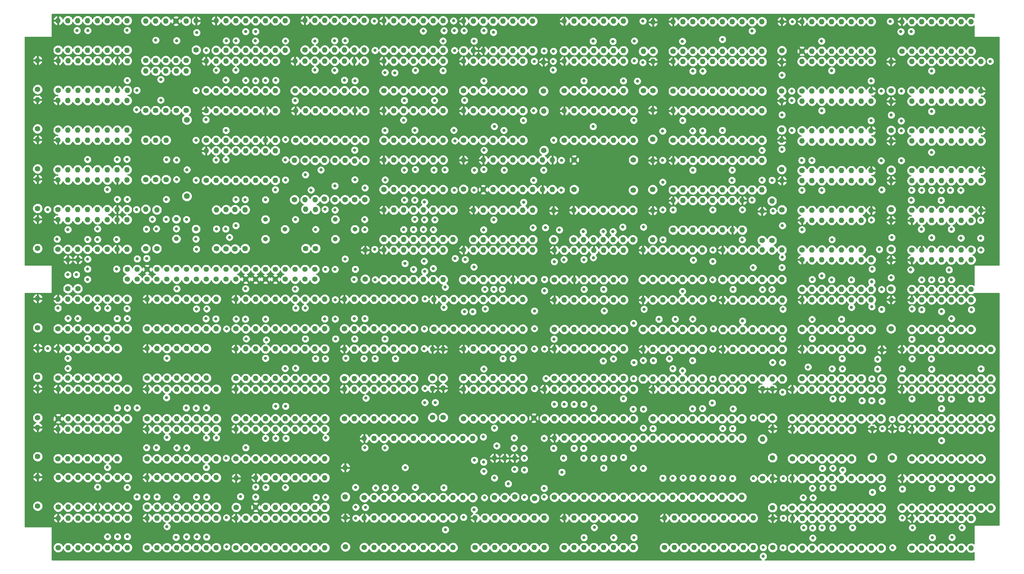
<source format=gbr>
%TF.GenerationSoftware,KiCad,Pcbnew,(5.1.12)-1*%
%TF.CreationDate,2023-01-17T10:45:44+01:00*%
%TF.ProjectId,Graphics,47726170-6869-4637-932e-6b696361645f,rev?*%
%TF.SameCoordinates,Original*%
%TF.FileFunction,Copper,L3,Inr*%
%TF.FilePolarity,Positive*%
%FSLAX46Y46*%
G04 Gerber Fmt 4.6, Leading zero omitted, Abs format (unit mm)*
G04 Created by KiCad (PCBNEW (5.1.12)-1) date 2023-01-17 10:45:44*
%MOMM*%
%LPD*%
G01*
G04 APERTURE LIST*
%TA.AperFunction,ComponentPad*%
%ADD10O,1.400000X1.400000*%
%TD*%
%TA.AperFunction,ComponentPad*%
%ADD11C,1.400000*%
%TD*%
%TA.AperFunction,ComponentPad*%
%ADD12O,1.200000X1.200000*%
%TD*%
%TA.AperFunction,ComponentPad*%
%ADD13C,1.350000*%
%TD*%
%TA.AperFunction,ComponentPad*%
%ADD14C,1.500000*%
%TD*%
%TA.AperFunction,ViaPad*%
%ADD15C,0.800000*%
%TD*%
%TA.AperFunction,Conductor*%
%ADD16C,0.254000*%
%TD*%
%TA.AperFunction,Conductor*%
%ADD17C,0.100000*%
%TD*%
G04 APERTURE END LIST*
D10*
%TO.N,Net-(Q3-Pad1)*%
%TO.C,R18*%
X55300000Y-53640000D03*
D11*
%TO.N,Net-(R18-Pad1)*%
X55300000Y-63800000D03*
%TD*%
D10*
%TO.N,+5V*%
%TO.C,U85*%
X111550000Y-130560000D03*
%TO.N,GND*%
X139490000Y-145800000D03*
X114090000Y-130560000D03*
%TO.N,MMUData2*%
X136950000Y-145800000D03*
%TO.N,GND*%
X116630000Y-130560000D03*
%TO.N,MMUData1*%
X134410000Y-145800000D03*
%TO.N,Net-(U55-Pad6)*%
X119170000Y-130560000D03*
%TO.N,MMUData0*%
X131870000Y-145800000D03*
%TO.N,GND*%
X121710000Y-130560000D03*
%TO.N,Net-(U69-Pad4)*%
X129330000Y-145800000D03*
%TO.N,GND*%
X124250000Y-130560000D03*
%TO.N,Net-(U69-Pad7)*%
X126790000Y-145800000D03*
%TO.N,GND*%
X126790000Y-130560000D03*
%TO.N,Net-(U69-Pad9)*%
X124250000Y-145800000D03*
%TO.N,MMUData7*%
X129330000Y-130560000D03*
%TO.N,Net-(U69-Pad12)*%
X121710000Y-145800000D03*
%TO.N,MMUData6*%
X131870000Y-130560000D03*
%TO.N,Net-(U78-Pad4)*%
X119170000Y-145800000D03*
%TO.N,MMUData5*%
X134410000Y-130560000D03*
%TO.N,Net-(U78-Pad7)*%
X116630000Y-145800000D03*
%TO.N,MMUData4*%
X136950000Y-130560000D03*
%TO.N,Net-(U78-Pad9)*%
X114090000Y-145800000D03*
%TO.N,MMUData3*%
X139490000Y-130560000D03*
D11*
%TO.N,Net-(U78-Pad12)*%
X111550000Y-145800000D03*
%TD*%
D12*
%TO.N,BVid*%
%TO.C,Q3*%
X63200000Y-74020000D03*
%TO.N,Vbias*%
X68240000Y-76560000D03*
%TO.N,Net-(Q3-Pad1)*%
X63200000Y-79100000D03*
%TD*%
%TO.N,GVid*%
%TO.C,Q2*%
X86110000Y-74120000D03*
%TO.N,Vbias*%
X91150000Y-76660000D03*
%TO.N,Net-(Q2-Pad1)*%
X86110000Y-79200000D03*
%TD*%
%TO.N,RVid*%
%TO.C,Q1*%
X104100000Y-74120000D03*
%TO.N,Vbias*%
X109140000Y-76660000D03*
%TO.N,Net-(Q1-Pad1)*%
X104100000Y-79200000D03*
%TD*%
D13*
%TO.N,Net-(J1-Pad1)*%
%TO.C,J1*%
X50590000Y-89500000D03*
%TO.N,GND*%
X50590000Y-86960000D03*
%TO.N,~Irq*%
X53130000Y-89500000D03*
%TO.N,SyncOut*%
X53130000Y-86960000D03*
%TO.N,MonoDAC3*%
X55670000Y-89500000D03*
%TO.N,+5V*%
X55670000Y-86960000D03*
%TO.N,MonoDAC2*%
X58210000Y-89500000D03*
%TO.N,MonoDAC1*%
X58210000Y-86960000D03*
%TO.N,+12V*%
X60750000Y-89500000D03*
%TO.N,MonoDAC0*%
X60750000Y-86960000D03*
%TO.N,+12V*%
X63290000Y-89500000D03*
%TO.N,BVid*%
X63290000Y-86960000D03*
%TO.N,GND*%
X65830000Y-89500000D03*
%TO.N,GVid*%
X65830000Y-86960000D03*
%TO.N,GND*%
X68370000Y-89500000D03*
%TO.N,RVid*%
X68370000Y-86960000D03*
%TO.N,GND*%
X70910000Y-89500000D03*
%TO.N,Address2*%
X70910000Y-86960000D03*
%TO.N,GND*%
X73450000Y-89500000D03*
%TO.N,Address1*%
X73450000Y-86960000D03*
%TO.N,GND*%
X75990000Y-89500000D03*
%TO.N,Address0*%
X75990000Y-86960000D03*
%TO.N,GND*%
X78530000Y-89500000D03*
%TO.N,SysData7*%
X78530000Y-86960000D03*
%TO.N,+5V*%
X81070000Y-89500000D03*
%TO.N,SysData6*%
X81070000Y-86960000D03*
%TO.N,+5V*%
X83610000Y-89500000D03*
%TO.N,SysData5*%
X83610000Y-86960000D03*
%TO.N,+5V*%
X86150000Y-89500000D03*
%TO.N,SysData4*%
X86150000Y-86960000D03*
%TO.N,+5V*%
X88690000Y-89500000D03*
%TO.N,SysData3*%
X88690000Y-86960000D03*
%TO.N,Wr*%
X91230000Y-89500000D03*
%TO.N,SysData2*%
X91230000Y-86960000D03*
%TO.N,Rd*%
X93770000Y-89500000D03*
%TO.N,SysData1*%
X93770000Y-86960000D03*
%TO.N,~GraphCS*%
X96310000Y-89500000D03*
%TO.N,SysData0*%
X96310000Y-86960000D03*
%TO.N,~SysRst*%
X98850000Y-89500000D03*
%TO.N,Net-(J1-Pad40)*%
X98850000Y-86960000D03*
%TD*%
D11*
%TO.N,GND*%
%TO.C,C50*%
X155420000Y-146040000D03*
%TO.N,+5V*%
X155200000Y-125300000D03*
%TD*%
%TO.N,GND*%
%TO.C,U31*%
X180820000Y-66540000D03*
%TO.N,Net-(U22-Pad14)*%
X180830000Y-58750000D03*
%TO.N,+5V*%
X165590000Y-58750000D03*
%TO.N,Net-(U31-Pad1)*%
X165590000Y-66370000D03*
%TD*%
D10*
%TO.N,+5V*%
%TO.C,U84*%
X160500000Y-130460000D03*
%TO.N,GND*%
X208760000Y-145700000D03*
%TO.N,Net-(U84-Pad39)*%
X163040000Y-130460000D03*
%TO.N,GDCData7*%
X206220000Y-145700000D03*
%TO.N,Net-(U84-Pad38)*%
X165580000Y-130460000D03*
%TO.N,GDCData6*%
X203680000Y-145700000D03*
%TO.N,AD15*%
X168120000Y-130460000D03*
%TO.N,GDCData5*%
X201140000Y-145700000D03*
%TO.N,AD14*%
X170660000Y-130460000D03*
%TO.N,GDCData4*%
X198600000Y-145700000D03*
%TO.N,AD13*%
X173200000Y-130460000D03*
%TO.N,GDCData3*%
X196060000Y-145700000D03*
%TO.N,AD12*%
X175740000Y-130460000D03*
%TO.N,GDCData2*%
X193520000Y-145700000D03*
%TO.N,AD11*%
X178280000Y-130460000D03*
%TO.N,GDCData1*%
X190980000Y-145700000D03*
%TO.N,AD10*%
X180820000Y-130460000D03*
%TO.N,GDCData0*%
X188440000Y-145700000D03*
%TO.N,AD9*%
X183360000Y-130460000D03*
%TO.N,GDCA0*%
X185900000Y-145700000D03*
%TO.N,AD8*%
X185900000Y-130460000D03*
%TO.N,Net-(U65-Pad3)*%
X183360000Y-145700000D03*
%TO.N,AD7*%
X188440000Y-130460000D03*
%TO.N,Net-(U65-Pad11)*%
X180820000Y-145700000D03*
%TO.N,AD6*%
X190980000Y-130460000D03*
%TO.N,Net-(R28-Pad1)*%
X178280000Y-145700000D03*
%TO.N,AD5*%
X193520000Y-130460000D03*
%TO.N,Net-(U84-Pad7)*%
X175740000Y-145700000D03*
%TO.N,AD4*%
X196060000Y-130460000D03*
%TO.N,ALE*%
X173200000Y-145700000D03*
%TO.N,AD3*%
X198600000Y-130460000D03*
%TO.N,Blank*%
X170660000Y-145700000D03*
%TO.N,AD2*%
X201140000Y-130460000D03*
%TO.N,VSync*%
X168120000Y-145700000D03*
%TO.N,AD1*%
X203680000Y-130460000D03*
%TO.N,HSync*%
X165580000Y-145700000D03*
%TO.N,AD0*%
X206220000Y-130460000D03*
%TO.N,~DBin*%
X163040000Y-145700000D03*
%TO.N,Net-(R26-Pad2)*%
X208760000Y-130460000D03*
D11*
%TO.N,GDCclk*%
X160500000Y-145700000D03*
%TD*%
D10*
%TO.N,+5V*%
%TO.C,U90*%
X221730000Y-140880000D03*
%TO.N,GND*%
X244590000Y-148500000D03*
%TO.N,RAMIn4*%
X224270000Y-140880000D03*
%TO.N,UpDate6*%
X242050000Y-148500000D03*
%TO.N,UpDate5*%
X226810000Y-140880000D03*
%TO.N,UpDate7*%
X239510000Y-148500000D03*
%TO.N,UpDate4*%
X229350000Y-140880000D03*
%TO.N,RAMOut4*%
X236970000Y-148500000D03*
%TO.N,~Inv*%
X231890000Y-140880000D03*
%TO.N,RAMOut5*%
X234430000Y-148500000D03*
%TO.N,~Norm*%
X234430000Y-140880000D03*
%TO.N,RAMOut6*%
X231890000Y-148500000D03*
%TO.N,RAMIn7*%
X236970000Y-140880000D03*
%TO.N,RAMOut7*%
X229350000Y-148500000D03*
%TO.N,RAMIn6*%
X239510000Y-140880000D03*
%TO.N,XORTerm*%
X226810000Y-148500000D03*
%TO.N,RAMIn5*%
X242050000Y-140880000D03*
%TO.N,OrTerm*%
X224270000Y-148500000D03*
%TO.N,GND*%
X244590000Y-140880000D03*
D11*
%TO.N,~UpDateEn*%
X221730000Y-148500000D03*
%TD*%
D10*
%TO.N,GND*%
%TO.C,U19*%
X252500000Y-43630000D03*
%TO.N,+5V*%
X270280000Y-51250000D03*
%TO.N,~CAS*%
X255040000Y-43630000D03*
%TO.N,DRAMAddr1*%
X267740000Y-51250000D03*
%TO.N,RAMOut6*%
X257580000Y-43630000D03*
%TO.N,DRAMAddr2*%
X265200000Y-51250000D03*
%TO.N,DRAMAddr6*%
X260120000Y-43630000D03*
%TO.N,DRAMAddr0*%
X262660000Y-51250000D03*
%TO.N,DRAMAddr3*%
X262660000Y-43630000D03*
%TO.N,~RAS*%
X260120000Y-51250000D03*
%TO.N,DRAMAddr4*%
X265200000Y-43630000D03*
%TO.N,RAMWr6*%
X257580000Y-51250000D03*
%TO.N,DRAMAddr5*%
X267740000Y-43630000D03*
%TO.N,RAMIn6*%
X255040000Y-51250000D03*
%TO.N,DRAMAddr7*%
X270280000Y-43630000D03*
D11*
%TO.N,Net-(U19-Pad1)*%
X252500000Y-51250000D03*
%TD*%
D10*
%TO.N,+5V*%
%TO.C,U1*%
X249950000Y-23080000D03*
%TO.N,GND*%
X267730000Y-30700000D03*
%TO.N,PU4*%
X252490000Y-23080000D03*
%TO.N,N/C*%
X265190000Y-30700000D03*
X255030000Y-23080000D03*
%TO.N,Net-(U1-Pad6)*%
X262650000Y-30700000D03*
%TO.N,N/C*%
X257570000Y-23080000D03*
%TO.N,~SMStop*%
X260110000Y-30700000D03*
%TO.N,N/C*%
X260110000Y-23080000D03*
%TO.N,PU3*%
X257570000Y-30700000D03*
%TO.N,N/C*%
X262650000Y-23080000D03*
%TO.N,Net-(U1-Pad3)*%
X255030000Y-30700000D03*
%TO.N,N/C*%
X265190000Y-23080000D03*
%TO.N,Net-(U1-Pad2)*%
X252490000Y-30700000D03*
%TO.N,N/C*%
X267730000Y-23080000D03*
D11*
%TO.N,~Mclk*%
X249950000Y-30700000D03*
%TD*%
D10*
%TO.N,+5V*%
%TO.C,U2*%
X224250000Y-23080000D03*
%TO.N,GND*%
X242030000Y-30700000D03*
%TO.N,Net-(U2-Pad15)*%
X226790000Y-23080000D03*
%TO.N,DlyUA*%
X239490000Y-30700000D03*
%TO.N,Net-(U2-Pad14)*%
X229330000Y-23080000D03*
%TO.N,UpDateA*%
X236950000Y-30700000D03*
%TO.N,Net-(U2-Pad13)*%
X231870000Y-23080000D03*
%TO.N,DlyLdSR*%
X234410000Y-30700000D03*
%TO.N,DlyRd*%
X234410000Y-23080000D03*
%TO.N,Net-(U2-Pad4)*%
X231870000Y-30700000D03*
%TO.N,GND*%
X236950000Y-23080000D03*
%TO.N,AddrLatch*%
X229330000Y-30700000D03*
%TO.N,Net-(U2-Pad10)*%
X239490000Y-23080000D03*
%TO.N,Amux*%
X226790000Y-30700000D03*
%TO.N,~SMclk*%
X242030000Y-23080000D03*
D11*
%TO.N,+5V*%
X224250000Y-30700000D03*
%TD*%
D10*
%TO.N,+5V*%
%TO.C,C1*%
X219050000Y-23080000D03*
D11*
%TO.N,GND*%
X219050000Y-30580000D03*
%TD*%
D10*
%TO.N,+5V*%
%TO.C,U21*%
X191070000Y-46070000D03*
%TO.N,GND*%
X213930000Y-53690000D03*
%TO.N,Net-(U21-Pad19)*%
X193610000Y-46070000D03*
%TO.N,Net-(U21-Pad9)*%
X211390000Y-53690000D03*
%TO.N,SMCtrl1*%
X196150000Y-46070000D03*
%TO.N,Net-(U21-Pad8)*%
X208850000Y-53690000D03*
%TO.N,~ClkSel*%
X198690000Y-46070000D03*
%TO.N,Net-(U21-Pad7)*%
X206310000Y-53690000D03*
%TO.N,LDBin*%
X201230000Y-46070000D03*
%TO.N,Net-(U21-Pad6)*%
X203770000Y-53690000D03*
%TO.N,GND*%
X203770000Y-46070000D03*
%TO.N,StateCnt4*%
X201230000Y-53690000D03*
%TO.N,Net-(U21-Pad14)*%
X206310000Y-46070000D03*
%TO.N,StateCnt3*%
X198690000Y-53690000D03*
%TO.N,Net-(U21-Pad13)*%
X208850000Y-46070000D03*
%TO.N,StateCnt2*%
X196150000Y-53690000D03*
%TO.N,Net-(U21-Pad12)*%
X211390000Y-46070000D03*
%TO.N,StateCnt1*%
X193610000Y-53690000D03*
%TO.N,Net-(U21-Pad11)*%
X213930000Y-46070000D03*
D11*
%TO.N,StateCnt0*%
X191070000Y-53690000D03*
%TD*%
D10*
%TO.N,+5V*%
%TO.C,U12*%
X191070000Y-33400000D03*
%TO.N,GND*%
X213930000Y-41020000D03*
%TO.N,SMCtrl3*%
X193610000Y-33400000D03*
%TO.N,Net-(U12-Pad9)*%
X211390000Y-41020000D03*
%TO.N,SMCtrl2*%
X196150000Y-33400000D03*
%TO.N,Net-(U12-Pad8)*%
X208850000Y-41020000D03*
%TO.N,~ClkSel*%
X198690000Y-33400000D03*
%TO.N,Net-(U12-Pad7)*%
X206310000Y-41020000D03*
%TO.N,LDBin*%
X201230000Y-33400000D03*
%TO.N,Net-(U12-Pad6)*%
X203770000Y-41020000D03*
%TO.N,GND*%
X203770000Y-33400000D03*
%TO.N,StateCnt4*%
X201230000Y-41020000D03*
%TO.N,Net-(U12-Pad14)*%
X206310000Y-33400000D03*
%TO.N,StateCnt3*%
X198690000Y-41020000D03*
%TO.N,Net-(U12-Pad13)*%
X208850000Y-33400000D03*
%TO.N,StateCnt2*%
X196150000Y-41020000D03*
%TO.N,Net-(U12-Pad12)*%
X211390000Y-33400000D03*
%TO.N,StateCnt1*%
X193610000Y-41020000D03*
%TO.N,Net-(U12-Pad11)*%
X213930000Y-33400000D03*
D11*
%TO.N,StateCnt0*%
X191070000Y-41020000D03*
%TD*%
D10*
%TO.N,+5V*%
%TO.C,U30*%
X191070000Y-58870000D03*
%TO.N,GND*%
X213930000Y-66490000D03*
%TO.N,UpDateA*%
X193610000Y-58870000D03*
%TO.N,Net-(U2-Pad14)*%
X211390000Y-66490000D03*
%TO.N,Net-(U21-Pad6)*%
X196150000Y-58870000D03*
%TO.N,Net-(U21-Pad11)*%
X208850000Y-66490000D03*
%TO.N,Net-(U21-Pad7)*%
X198690000Y-58870000D03*
%TO.N,Net-(U21-Pad12)*%
X206310000Y-66490000D03*
%TO.N,Net-(U30-Pad16)*%
X201230000Y-58870000D03*
%TO.N,~Bclk*%
X203770000Y-66490000D03*
%TO.N,WrCtrl*%
X203770000Y-58870000D03*
%TO.N,~WrRAM*%
X201230000Y-66490000D03*
%TO.N,Net-(U21-Pad8)*%
X206310000Y-58870000D03*
%TO.N,Net-(U21-Pad13)*%
X198690000Y-66490000D03*
%TO.N,Net-(U21-Pad9)*%
X208850000Y-58870000D03*
%TO.N,Net-(U21-Pad14)*%
X196150000Y-66490000D03*
%TO.N,ByteSel*%
X211390000Y-58870000D03*
%TO.N,UpDateB*%
X193610000Y-66490000D03*
%TO.N,SMclk*%
X213930000Y-58870000D03*
D11*
%TO.N,GND*%
X191070000Y-66490000D03*
%TD*%
D10*
%TO.N,+5V*%
%TO.C,U3*%
X191070000Y-23100000D03*
%TO.N,GND*%
X213930000Y-30720000D03*
%TO.N,Net-(U2-Pad13)*%
X193610000Y-23100000D03*
%TO.N,Net-(U2-Pad4)*%
X211390000Y-30720000D03*
%TO.N,Net-(U12-Pad6)*%
X196150000Y-23100000D03*
%TO.N,Net-(U12-Pad11)*%
X208850000Y-30720000D03*
%TO.N,Net-(U12-Pad7)*%
X198690000Y-23100000D03*
%TO.N,Net-(U12-Pad12)*%
X206310000Y-30720000D03*
%TO.N,RdEn*%
X201230000Y-23100000D03*
%TO.N,LdSR*%
X203770000Y-30720000D03*
%TO.N,~IncUpWord*%
X203770000Y-23100000D03*
%TO.N,~VidShift*%
X201230000Y-30720000D03*
%TO.N,Net-(U12-Pad8)*%
X206310000Y-23100000D03*
%TO.N,Net-(U12-Pad13)*%
X198690000Y-30720000D03*
%TO.N,Net-(U12-Pad9)*%
X208850000Y-23100000D03*
%TO.N,Net-(U12-Pad14)*%
X196150000Y-30720000D03*
%TO.N,Net-(U3-Pad12)*%
X211390000Y-23100000D03*
%TO.N,AddrLatch*%
X193610000Y-30720000D03*
%TO.N,SMclk*%
X213930000Y-23100000D03*
D11*
%TO.N,GND*%
X191070000Y-30720000D03*
%TD*%
D10*
%TO.N,GND*%
%TO.C,U11*%
X224250000Y-33380000D03*
%TO.N,+5V*%
X242030000Y-41000000D03*
%TO.N,~CAS*%
X226790000Y-33380000D03*
%TO.N,DRAMAddr1*%
X239490000Y-41000000D03*
%TO.N,RAMOut3*%
X229330000Y-33380000D03*
%TO.N,DRAMAddr2*%
X236950000Y-41000000D03*
%TO.N,DRAMAddr6*%
X231870000Y-33380000D03*
%TO.N,DRAMAddr0*%
X234410000Y-41000000D03*
%TO.N,DRAMAddr3*%
X234410000Y-33380000D03*
%TO.N,~RAS*%
X231870000Y-41000000D03*
%TO.N,DRAMAddr4*%
X236950000Y-33380000D03*
%TO.N,RAMWr3*%
X229330000Y-41000000D03*
%TO.N,DRAMAddr5*%
X239490000Y-33380000D03*
%TO.N,RAMIn3*%
X226790000Y-41000000D03*
%TO.N,DRAMAddr7*%
X242030000Y-33380000D03*
D11*
%TO.N,Net-(U11-Pad1)*%
X224250000Y-41000000D03*
%TD*%
D10*
%TO.N,GND*%
%TO.C,U36*%
X252500000Y-64130000D03*
%TO.N,+5V*%
X270280000Y-71750000D03*
%TO.N,~CAS*%
X255040000Y-64130000D03*
%TO.N,DRAMAddr1*%
X267740000Y-71750000D03*
%TO.N,RAMOut4*%
X257580000Y-64130000D03*
%TO.N,DRAMAddr2*%
X265200000Y-71750000D03*
%TO.N,DRAMAddr6*%
X260120000Y-64130000D03*
%TO.N,DRAMAddr0*%
X262660000Y-71750000D03*
%TO.N,DRAMAddr3*%
X262660000Y-64130000D03*
%TO.N,~RAS*%
X260120000Y-71750000D03*
%TO.N,DRAMAddr4*%
X265200000Y-64130000D03*
%TO.N,RAMWr4*%
X257580000Y-71750000D03*
%TO.N,DRAMAddr5*%
X267740000Y-64130000D03*
%TO.N,RAMIn4*%
X255040000Y-71750000D03*
%TO.N,DRAMAddr7*%
X270280000Y-64130000D03*
D11*
%TO.N,Net-(U36-Pad1)*%
X252500000Y-71750000D03*
%TD*%
D10*
%TO.N,GND*%
%TO.C,U29*%
X224250000Y-53880000D03*
%TO.N,+5V*%
X242030000Y-61500000D03*
%TO.N,~CAS*%
X226790000Y-53880000D03*
%TO.N,DRAMAddr1*%
X239490000Y-61500000D03*
%TO.N,RAMOut1*%
X229330000Y-53880000D03*
%TO.N,DRAMAddr2*%
X236950000Y-61500000D03*
%TO.N,DRAMAddr6*%
X231870000Y-53880000D03*
%TO.N,DRAMAddr0*%
X234410000Y-61500000D03*
%TO.N,DRAMAddr3*%
X234410000Y-53880000D03*
%TO.N,~RAS*%
X231870000Y-61500000D03*
%TO.N,DRAMAddr4*%
X236950000Y-53880000D03*
%TO.N,RAMWr1*%
X229330000Y-61500000D03*
%TO.N,DRAMAddr5*%
X239490000Y-53880000D03*
%TO.N,RAMIn1*%
X226790000Y-61500000D03*
%TO.N,DRAMAddr7*%
X242030000Y-53880000D03*
D11*
%TO.N,Net-(U29-Pad1)*%
X224250000Y-61500000D03*
%TD*%
D10*
%TO.N,GND*%
%TO.C,U37*%
X224250000Y-64130000D03*
%TO.N,+5V*%
X242030000Y-71750000D03*
%TO.N,~CAS*%
X226790000Y-64130000D03*
%TO.N,DRAMAddr1*%
X239490000Y-71750000D03*
%TO.N,RAMOut0*%
X229330000Y-64130000D03*
%TO.N,DRAMAddr2*%
X236950000Y-71750000D03*
%TO.N,DRAMAddr6*%
X231870000Y-64130000D03*
%TO.N,DRAMAddr0*%
X234410000Y-71750000D03*
%TO.N,DRAMAddr3*%
X234410000Y-64130000D03*
%TO.N,~RAS*%
X231870000Y-71750000D03*
%TO.N,DRAMAddr4*%
X236950000Y-64130000D03*
%TO.N,RAMWr0*%
X229330000Y-71750000D03*
%TO.N,DRAMAddr5*%
X239490000Y-64130000D03*
%TO.N,RAMIn0*%
X226790000Y-71750000D03*
%TO.N,DRAMAddr7*%
X242030000Y-64130000D03*
D11*
%TO.N,Net-(U37-Pad1)*%
X224250000Y-71750000D03*
%TD*%
D10*
%TO.N,GND*%
%TO.C,U10*%
X252500000Y-33380000D03*
%TO.N,+5V*%
X270280000Y-41000000D03*
%TO.N,~CAS*%
X255040000Y-33380000D03*
%TO.N,DRAMAddr1*%
X267740000Y-41000000D03*
%TO.N,RAMOut7*%
X257580000Y-33380000D03*
%TO.N,DRAMAddr2*%
X265200000Y-41000000D03*
%TO.N,DRAMAddr6*%
X260120000Y-33380000D03*
%TO.N,DRAMAddr0*%
X262660000Y-41000000D03*
%TO.N,DRAMAddr3*%
X262660000Y-33380000D03*
%TO.N,~RAS*%
X260120000Y-41000000D03*
%TO.N,DRAMAddr4*%
X265200000Y-33380000D03*
%TO.N,RAMWr7*%
X257580000Y-41000000D03*
%TO.N,DRAMAddr5*%
X267740000Y-33380000D03*
%TO.N,RAMIn7*%
X255040000Y-41000000D03*
%TO.N,DRAMAddr7*%
X270280000Y-33380000D03*
D11*
%TO.N,Net-(U10-Pad1)*%
X252500000Y-41000000D03*
%TD*%
D10*
%TO.N,GND*%
%TO.C,U28*%
X252500000Y-53880000D03*
%TO.N,+5V*%
X270280000Y-61500000D03*
%TO.N,~CAS*%
X255040000Y-53880000D03*
%TO.N,DRAMAddr1*%
X267740000Y-61500000D03*
%TO.N,RAMOut5*%
X257580000Y-53880000D03*
%TO.N,DRAMAddr2*%
X265200000Y-61500000D03*
%TO.N,DRAMAddr6*%
X260120000Y-53880000D03*
%TO.N,DRAMAddr0*%
X262660000Y-61500000D03*
%TO.N,DRAMAddr3*%
X262660000Y-53880000D03*
%TO.N,~RAS*%
X260120000Y-61500000D03*
%TO.N,DRAMAddr4*%
X265200000Y-53880000D03*
%TO.N,RAMWr5*%
X257580000Y-61500000D03*
%TO.N,DRAMAddr5*%
X267740000Y-53880000D03*
%TO.N,RAMIn5*%
X255040000Y-61500000D03*
%TO.N,DRAMAddr7*%
X270280000Y-53880000D03*
D11*
%TO.N,Net-(U28-Pad1)*%
X252500000Y-61500000D03*
%TD*%
D10*
%TO.N,+5V*%
%TO.C,C2*%
X185890000Y-23240000D03*
D11*
%TO.N,GND*%
X185890000Y-30740000D03*
%TD*%
D10*
%TO.N,+5V*%
%TO.C,C3*%
X68300000Y-22900000D03*
D11*
%TO.N,GND*%
X68300000Y-30400000D03*
%TD*%
D10*
%TO.N,+5V*%
%TO.C,C4*%
X247140000Y-33420000D03*
D11*
%TO.N,GND*%
X247140000Y-40920000D03*
%TD*%
D10*
%TO.N,+5V*%
%TO.C,C5*%
X219000000Y-33500000D03*
D11*
%TO.N,GND*%
X219000000Y-41000000D03*
%TD*%
D10*
%TO.N,+5V*%
%TO.C,C6*%
X185900000Y-33400000D03*
D11*
%TO.N,GND*%
X185900000Y-40900000D03*
%TD*%
D10*
%TO.N,+5V*%
%TO.C,C7*%
X157700000Y-33500000D03*
D11*
%TO.N,GND*%
X157700000Y-41000000D03*
%TD*%
D10*
%TO.N,+5V*%
%TO.C,C8*%
X27475000Y-33075000D03*
D11*
%TO.N,GND*%
X27475000Y-40575000D03*
%TD*%
D10*
%TO.N,+5V*%
%TO.C,C9*%
X247150000Y-43650000D03*
D11*
%TO.N,GND*%
X247150000Y-51150000D03*
%TD*%
D10*
%TO.N,+5V*%
%TO.C,C10*%
X219000000Y-43500000D03*
D11*
%TO.N,GND*%
X219000000Y-51000000D03*
%TD*%
D10*
%TO.N,+5V*%
%TO.C,C11*%
X185800000Y-45910000D03*
D11*
%TO.N,GND*%
X185800000Y-53410000D03*
%TD*%
D10*
%TO.N,+5V*%
%TO.C,C12*%
X27450000Y-43225000D03*
D11*
%TO.N,GND*%
X27450000Y-50725000D03*
%TD*%
D10*
%TO.N,+5V*%
%TO.C,C13*%
X247150000Y-53900000D03*
D11*
%TO.N,GND*%
X247150000Y-61400000D03*
%TD*%
D10*
%TO.N,+5V*%
%TO.C,C14*%
X219000000Y-53700000D03*
D11*
%TO.N,GND*%
X219000000Y-61200000D03*
%TD*%
D10*
%TO.N,+5V*%
%TO.C,C15*%
X185800000Y-58900000D03*
D11*
%TO.N,GND*%
X185800000Y-66400000D03*
%TD*%
D10*
%TO.N,+5V*%
%TO.C,C16*%
X137100000Y-58780000D03*
D11*
%TO.N,GND*%
X137100000Y-66280000D03*
%TD*%
D10*
%TO.N,GND*%
%TO.C,C17*%
X109100000Y-59000000D03*
D11*
%TO.N,Vbias*%
X109100000Y-69000000D03*
%TD*%
D10*
%TO.N,Vref*%
%TO.C,C18*%
X101290000Y-58850000D03*
D11*
%TO.N,GND*%
X101290000Y-68850000D03*
%TD*%
D10*
%TO.N,+5V*%
%TO.C,C19*%
X27475000Y-53550000D03*
D11*
%TO.N,GND*%
X27475000Y-61050000D03*
%TD*%
D10*
%TO.N,+5V*%
%TO.C,C20*%
X27475000Y-63750000D03*
D11*
%TO.N,GND*%
X27475000Y-71250000D03*
%TD*%
D10*
%TO.N,+5V*%
%TO.C,C21*%
X247160000Y-64080000D03*
D11*
%TO.N,GND*%
X247160000Y-71580000D03*
%TD*%
D10*
%TO.N,+5V*%
%TO.C,C22*%
X219100000Y-64100000D03*
D11*
%TO.N,GND*%
X219100000Y-71600000D03*
%TD*%
D10*
%TO.N,+5V*%
%TO.C,C23*%
X213960000Y-71990000D03*
D11*
%TO.N,GND*%
X213960000Y-79490000D03*
%TD*%
D10*
%TO.N,+5V*%
%TO.C,C24*%
X185800000Y-71800000D03*
D11*
%TO.N,GND*%
X185800000Y-79300000D03*
%TD*%
D10*
%TO.N,+5V*%
%TO.C,C25*%
X160300000Y-71800000D03*
D11*
%TO.N,GND*%
X160300000Y-79300000D03*
%TD*%
D10*
%TO.N,Vref*%
%TO.C,C27*%
X80910000Y-71590000D03*
D11*
%TO.N,GND*%
X80910000Y-81590000D03*
%TD*%
D10*
%TO.N,Vref*%
%TO.C,C29*%
X58170000Y-71610000D03*
D11*
%TO.N,GND*%
X58170000Y-81610000D03*
%TD*%
D10*
%TO.N,+5V*%
%TO.C,C30*%
X27475000Y-74075000D03*
D11*
%TO.N,GND*%
X27475000Y-81575000D03*
%TD*%
D10*
%TO.N,+5V*%
%TO.C,C31*%
X247140000Y-74300000D03*
D11*
%TO.N,GND*%
X247140000Y-81800000D03*
%TD*%
D10*
%TO.N,+5V*%
%TO.C,C32*%
X247130000Y-84520000D03*
D11*
%TO.N,GND*%
X247130000Y-92020000D03*
%TD*%
D10*
%TO.N,+5V*%
%TO.C,C33*%
X111800000Y-82000000D03*
D11*
%TO.N,GND*%
X111800000Y-89500000D03*
%TD*%
D10*
%TO.N,+5V*%
%TO.C,C34*%
X37840000Y-84460000D03*
D11*
%TO.N,GND*%
X37840000Y-91960000D03*
%TD*%
D10*
%TO.N,+5V*%
%TO.C,C35*%
X35290000Y-84470000D03*
D11*
%TO.N,GND*%
X35290000Y-91970000D03*
%TD*%
D10*
%TO.N,+5V*%
%TO.C,C36*%
X247140000Y-94800000D03*
D11*
%TO.N,GND*%
X247140000Y-102300000D03*
%TD*%
D10*
%TO.N,+5V*%
%TO.C,C37*%
X27500000Y-94500000D03*
D11*
%TO.N,GND*%
X27500000Y-102000000D03*
%TD*%
D10*
%TO.N,+5V*%
%TO.C,C38*%
X244800000Y-107700000D03*
D11*
%TO.N,GND*%
X244800000Y-115200000D03*
%TD*%
D10*
%TO.N,+5V*%
%TO.C,C39*%
X131860000Y-107570000D03*
D11*
%TO.N,GND*%
X131860000Y-115070000D03*
%TD*%
D10*
%TO.N,+5V*%
%TO.C,C40*%
X129130000Y-107570000D03*
D11*
%TO.N,GND*%
X129130000Y-115070000D03*
%TD*%
D10*
%TO.N,+5V*%
%TO.C,C41*%
X27500000Y-107250000D03*
D11*
%TO.N,GND*%
X27500000Y-114750000D03*
%TD*%
D10*
%TO.N,+5V*%
%TO.C,C42*%
X216620000Y-117790000D03*
D11*
%TO.N,GND*%
X216620000Y-125290000D03*
%TD*%
D10*
%TO.N,+5V*%
%TO.C,C43*%
X214050000Y-117790000D03*
D11*
%TO.N,GND*%
X214050000Y-125290000D03*
%TD*%
D10*
%TO.N,+5V*%
%TO.C,C44*%
X131890000Y-117640000D03*
D11*
%TO.N,GND*%
X131890000Y-125140000D03*
%TD*%
D10*
%TO.N,+5V*%
%TO.C,C45*%
X129140000Y-117660000D03*
D11*
%TO.N,GND*%
X129140000Y-125160000D03*
%TD*%
D10*
%TO.N,+5V*%
%TO.C,C46*%
X27500000Y-117750000D03*
D11*
%TO.N,GND*%
X27500000Y-125250000D03*
%TD*%
D10*
%TO.N,+5V*%
%TO.C,C47*%
X247460000Y-128040000D03*
D11*
%TO.N,GND*%
X247460000Y-135540000D03*
%TD*%
D10*
%TO.N,+5V*%
%TO.C,C48*%
X242310000Y-128050000D03*
D11*
%TO.N,GND*%
X242310000Y-135550000D03*
%TD*%
D10*
%TO.N,+5V*%
%TO.C,C49*%
X216650000Y-128030000D03*
D11*
%TO.N,GND*%
X216650000Y-135530000D03*
%TD*%
D10*
%TO.N,+5V*%
%TO.C,C51*%
X150280000Y-135650000D03*
D11*
%TO.N,GND*%
X150280000Y-145650000D03*
%TD*%
D10*
%TO.N,+5V*%
%TO.C,C52*%
X106670000Y-138100000D03*
D11*
%TO.N,GND*%
X106670000Y-145600000D03*
%TD*%
D10*
%TO.N,+5V*%
%TO.C,C53*%
X78600000Y-140810000D03*
D11*
%TO.N,GND*%
X78600000Y-148310000D03*
%TD*%
D10*
%TO.N,+5V*%
%TO.C,C54*%
X27500000Y-140500000D03*
D11*
%TO.N,GND*%
X27500000Y-148000000D03*
%TD*%
D10*
%TO.N,+5V*%
%TO.C,C55*%
X216640000Y-140890000D03*
D11*
%TO.N,GND*%
X216640000Y-148390000D03*
%TD*%
D10*
%TO.N,+5V*%
%TO.C,C56*%
X216670000Y-151190000D03*
D11*
%TO.N,GND*%
X216670000Y-158690000D03*
%TD*%
D10*
%TO.N,+5V*%
%TO.C,C57*%
X106700000Y-151000000D03*
D11*
%TO.N,GND*%
X106700000Y-158500000D03*
%TD*%
D10*
%TO.N,+5V*%
%TO.C,C58*%
X27500000Y-127750000D03*
D11*
%TO.N,GND*%
X27500000Y-135250000D03*
%TD*%
D10*
%TO.N,GND*%
%TO.C,D1*%
X98900000Y-69010000D03*
D11*
%TO.N,Vref*%
X98900000Y-58850000D03*
%TD*%
D10*
%TO.N,GND*%
%TO.C,D2*%
X96300000Y-69010000D03*
D11*
%TO.N,Vbias*%
X96300000Y-58850000D03*
%TD*%
D10*
%TO.N,+5V*%
%TO.C,U89*%
X249990000Y-140880000D03*
%TO.N,GND*%
X272850000Y-148500000D03*
%TO.N,Net-(J2-Pad19)*%
X252530000Y-140880000D03*
%TO.N,Net-(J2-Pad9)*%
X270310000Y-148500000D03*
%TO.N,Net-(J2-Pad18)*%
X255070000Y-140880000D03*
%TO.N,Net-(J2-Pad8)*%
X267770000Y-148500000D03*
%TO.N,Net-(J2-Pad17)*%
X257610000Y-140880000D03*
%TO.N,Net-(J2-Pad7)*%
X265230000Y-148500000D03*
%TO.N,Net-(J2-Pad16)*%
X260150000Y-140880000D03*
%TO.N,Net-(J2-Pad6)*%
X262690000Y-148500000D03*
%TO.N,Net-(J2-Pad15)*%
X262690000Y-140880000D03*
%TO.N,Net-(J2-Pad5)*%
X260150000Y-148500000D03*
%TO.N,Net-(J2-Pad14)*%
X265230000Y-140880000D03*
%TO.N,Net-(J2-Pad4)*%
X257610000Y-148500000D03*
%TO.N,Net-(J2-Pad13)*%
X267770000Y-140880000D03*
%TO.N,Net-(J2-Pad3)*%
X255070000Y-148500000D03*
%TO.N,Net-(J2-Pad12)*%
X270310000Y-140880000D03*
%TO.N,Net-(J2-Pad2)*%
X252530000Y-148500000D03*
%TO.N,Net-(J2-Pad11)*%
X272850000Y-140880000D03*
D11*
%TO.N,Net-(J2-Pad1)*%
X249990000Y-148500000D03*
%TD*%
D10*
%TO.N,Net-(Q2-Pad1)*%
%TO.C,R1*%
X65700000Y-22940000D03*
D11*
%TO.N,Net-(R1-Pad1)*%
X65700000Y-33100000D03*
%TD*%
D10*
%TO.N,Net-(R2-Pad2)*%
%TO.C,R2*%
X63090000Y-33100000D03*
D11*
%TO.N,+5V*%
X63090000Y-22940000D03*
%TD*%
D10*
%TO.N,Net-(R3-Pad2)*%
%TO.C,R3*%
X60500000Y-22940000D03*
D11*
%TO.N,Net-(Q1-Pad1)*%
X60500000Y-33100000D03*
%TD*%
D10*
%TO.N,Net-(R4-Pad2)*%
%TO.C,R4*%
X57900000Y-22940000D03*
D11*
%TO.N,Net-(Q3-Pad1)*%
X57900000Y-33100000D03*
%TD*%
D10*
%TO.N,Net-(Q2-Pad1)*%
%TO.C,R5*%
X55300000Y-22940000D03*
D11*
%TO.N,Net-(R5-Pad1)*%
X55300000Y-33100000D03*
%TD*%
D10*
%TO.N,AddrLatch*%
%TO.C,R6*%
X183400000Y-30740000D03*
D11*
%TO.N,~RAS*%
X183400000Y-40900000D03*
%TD*%
D10*
%TO.N,Net-(Q2-Pad1)*%
%TO.C,R7*%
X65700000Y-35840000D03*
D11*
%TO.N,Net-(R7-Pad1)*%
X65700000Y-46000000D03*
%TD*%
D10*
%TO.N,Net-(Q2-Pad1)*%
%TO.C,R8*%
X63170000Y-35840000D03*
D11*
%TO.N,SyncOnGreen*%
X63170000Y-46000000D03*
%TD*%
D10*
%TO.N,Net-(Q1-Pad1)*%
%TO.C,R9*%
X60510000Y-35840000D03*
D11*
%TO.N,Net-(R9-Pad1)*%
X60510000Y-46000000D03*
%TD*%
D10*
%TO.N,Net-(Q3-Pad1)*%
%TO.C,R10*%
X57900000Y-35840000D03*
D11*
%TO.N,Net-(R10-Pad1)*%
X57900000Y-46000000D03*
%TD*%
D10*
%TO.N,Net-(Q1-Pad1)*%
%TO.C,R11*%
X55300000Y-35840000D03*
D11*
%TO.N,Net-(R11-Pad1)*%
X55300000Y-46000000D03*
%TD*%
D10*
%TO.N,GND*%
%TO.C,R12*%
X111700000Y-58840000D03*
D11*
%TO.N,RVid*%
X111700000Y-69000000D03*
%TD*%
D10*
%TO.N,Net-(R13-Pad2)*%
%TO.C,R13*%
X106600000Y-58850000D03*
D11*
%TO.N,Net-(Q1-Pad1)*%
X106600000Y-69010000D03*
%TD*%
D10*
%TO.N,Vref*%
%TO.C,R14*%
X104000000Y-58850000D03*
D11*
%TO.N,Net-(Q1-Pad1)*%
X104000000Y-69010000D03*
%TD*%
D10*
%TO.N,Net-(R15-Pad2)*%
%TO.C,R15*%
X93600000Y-58850000D03*
D11*
%TO.N,Net-(Q2-Pad1)*%
X93600000Y-69010000D03*
%TD*%
D10*
%TO.N,+12V*%
%TO.C,R16*%
X60560000Y-53640000D03*
D11*
%TO.N,Vbias*%
X60560000Y-63800000D03*
%TD*%
D10*
%TO.N,Net-(Q3-Pad1)*%
%TO.C,R17*%
X57900000Y-53640000D03*
D11*
%TO.N,Net-(R17-Pad1)*%
X57900000Y-63800000D03*
%TD*%
D10*
%TO.N,Net-(R19-Pad2)*%
%TO.C,R19*%
X157810000Y-46160000D03*
D11*
%TO.N,GND*%
X157810000Y-56320000D03*
%TD*%
D10*
%TO.N,Vref*%
%TO.C,R20*%
X55320000Y-71450000D03*
D11*
%TO.N,Net-(Q3-Pad1)*%
X55320000Y-81610000D03*
%TD*%
D10*
%TO.N,~CAS*%
%TO.C,R21*%
X216500000Y-69340000D03*
D11*
%TO.N,Net-(R21-Pad1)*%
X216500000Y-79500000D03*
%TD*%
D10*
%TO.N,GND*%
%TO.C,R22*%
X96510000Y-71420000D03*
D11*
%TO.N,GVid*%
X96510000Y-81580000D03*
%TD*%
D10*
%TO.N,Vref*%
%TO.C,R23*%
X78300000Y-71540000D03*
D11*
%TO.N,Net-(Q2-Pad1)*%
X78300000Y-81700000D03*
%TD*%
D10*
%TO.N,GND*%
%TO.C,R24*%
X76020000Y-71550000D03*
D11*
%TO.N,BVid*%
X76020000Y-81710000D03*
%TD*%
D10*
%TO.N,Net-(R26-Pad2)*%
%TO.C,R26*%
X214080000Y-130740000D03*
D11*
%TO.N,GND*%
X214080000Y-140900000D03*
%TD*%
D10*
%TO.N,+5V*%
%TO.C,R27*%
X147700000Y-135640000D03*
D11*
%TO.N,GDCclk*%
X147700000Y-145800000D03*
%TD*%
D10*
%TO.N,+5V*%
%TO.C,R28*%
X145100000Y-135640000D03*
D11*
%TO.N,Net-(R28-Pad1)*%
X145100000Y-145800000D03*
%TD*%
D14*
%TO.N,Vref*%
%TO.C,R29*%
X65900000Y-48400000D03*
%TO.N,+12V*%
X65900000Y-68100000D03*
%TD*%
D10*
%TO.N,+5V*%
%TO.C,U4*%
X163030000Y-22970000D03*
%TO.N,GND*%
X178270000Y-30590000D03*
%TO.N,PU4*%
X165570000Y-22970000D03*
%TO.N,Net-(U1-Pad3)*%
X175730000Y-30590000D03*
X168110000Y-22970000D03*
%TO.N,Net-(U1-Pad2)*%
X173190000Y-30590000D03*
%TO.N,Mclk*%
X170650000Y-22970000D03*
%TO.N,PU3*%
X170650000Y-30590000D03*
X173190000Y-22970000D03*
%TO.N,Net-(U13-Pad11)*%
X168110000Y-30590000D03*
%TO.N,~ClrScnt*%
X175730000Y-22970000D03*
%TO.N,Net-(U13-Pad9)*%
X165570000Y-30590000D03*
%TO.N,Net-(U4-Pad8)*%
X178270000Y-22970000D03*
D11*
%TO.N,PU4*%
X163030000Y-30590000D03*
%TD*%
D10*
%TO.N,+5V*%
%TO.C,U5*%
X137140000Y-22980000D03*
%TO.N,GND*%
X154920000Y-30600000D03*
%TO.N,~SMStop*%
X139680000Y-22980000D03*
%TO.N,Net-(U5-Pad7)*%
X152380000Y-30600000D03*
%TO.N,~SMStop*%
X142220000Y-22980000D03*
%TO.N,SMclk*%
X149840000Y-30600000D03*
%TO.N,~Mclk*%
X144760000Y-22980000D03*
%TO.N,~SMclk*%
X147300000Y-30600000D03*
X147300000Y-22980000D03*
%TO.N,PU3*%
X144760000Y-30600000D03*
%TO.N,~SMclk*%
X149840000Y-22980000D03*
%TO.N,+5V*%
X142220000Y-30600000D03*
%TO.N,PU3*%
X152380000Y-22980000D03*
%TO.N,+5V*%
X139680000Y-30600000D03*
%TO.N,StateCnt0*%
X154920000Y-22980000D03*
D11*
%TO.N,~Mclk*%
X137140000Y-30600000D03*
%TD*%
D10*
%TO.N,+5V*%
%TO.C,U6*%
X116610000Y-22880000D03*
%TO.N,GND*%
X131850000Y-30500000D03*
%TO.N,~VRst*%
X119150000Y-22880000D03*
%TO.N,Net-(U6-Pad6)*%
X129310000Y-30500000D03*
%TO.N,Net-(U6-Pad12)*%
X121690000Y-22880000D03*
X126770000Y-30500000D03*
%TO.N,Net-(U24-Pad12)*%
X124230000Y-22880000D03*
%TO.N,Net-(R2-Pad2)*%
X124230000Y-30500000D03*
X126770000Y-22880000D03*
%TO.N,Net-(U24-Pad12)*%
X121690000Y-30500000D03*
%TO.N,Net-(U6-Pad9)*%
X129310000Y-22880000D03*
%TO.N,Blank*%
X119150000Y-30500000D03*
%TO.N,Net-(U6-Pad8)*%
X131850000Y-22880000D03*
D11*
%TO.N,~VRst*%
X116610000Y-30500000D03*
%TD*%
D10*
%TO.N,+5V*%
%TO.C,U7*%
X96300000Y-22780000D03*
%TO.N,GND*%
X111540000Y-30400000D03*
%TO.N,~VRst*%
X98840000Y-22780000D03*
%TO.N,Net-(U7-Pad6)*%
X109000000Y-30400000D03*
%TO.N,BuffData7*%
X101380000Y-22780000D03*
%TO.N,Net-(U38-Pad1)*%
X106460000Y-30400000D03*
%TO.N,~ModeWr*%
X103920000Y-22780000D03*
%TO.N,PU3*%
X103920000Y-30400000D03*
X106460000Y-22780000D03*
%TO.N,~ModeWr*%
X101380000Y-30400000D03*
%TO.N,Net-(U14-Pad12)*%
X109000000Y-22780000D03*
%TO.N,BuffData6*%
X98840000Y-30400000D03*
%TO.N,Net-(U7-Pad8)*%
X111540000Y-22780000D03*
D11*
%TO.N,~VRst*%
X96300000Y-30400000D03*
%TD*%
D10*
%TO.N,+5V*%
%TO.C,U9*%
X32750000Y-22820000D03*
%TO.N,GND*%
X50530000Y-30440000D03*
%TO.N,Pixel3*%
X35290000Y-22820000D03*
%TO.N,Pixel2*%
X47990000Y-30440000D03*
%TO.N,Net-(U8-Pad9)*%
X37830000Y-22820000D03*
%TO.N,Net-(U17-Pad9)*%
X45450000Y-30440000D03*
%TO.N,Net-(U16-Pad9)*%
X40370000Y-22820000D03*
%TO.N,Net-(U9-Pad5)*%
X42910000Y-30440000D03*
%TO.N,Pixel1*%
X42910000Y-22820000D03*
%TO.N,GND*%
X40370000Y-30440000D03*
%TO.N,Net-(U6-Pad8)*%
X45450000Y-22820000D03*
%TO.N,Net-(U25-Pad9)*%
X37830000Y-30440000D03*
%TO.N,~D3Blank*%
X47990000Y-22820000D03*
%TO.N,Pixel0*%
X35290000Y-30440000D03*
%TO.N,SRMclk*%
X50530000Y-22820000D03*
D11*
%TO.N,Net-(R2-Pad2)*%
X32750000Y-30440000D03*
%TD*%
D10*
%TO.N,+5V*%
%TO.C,U13*%
X163030000Y-33280000D03*
%TO.N,GND*%
X178270000Y-40900000D03*
%TO.N,PU4*%
X165570000Y-33280000D03*
%TO.N,Net-(U13-Pad6)*%
X175730000Y-40900000D03*
%TO.N,Net-(U13-Pad12)*%
X168110000Y-33280000D03*
X173190000Y-40900000D03*
%TO.N,Net-(U13-Pad11)*%
X170650000Y-33280000D03*
%TO.N,Net-(U13-Pad4)*%
X170650000Y-40900000D03*
%TO.N,PU3*%
X173190000Y-33280000D03*
%TO.N,GND*%
X168110000Y-40900000D03*
%TO.N,Net-(U13-Pad9)*%
X175730000Y-33280000D03*
%TO.N,GND*%
X165570000Y-40900000D03*
%TO.N,Net-(U13-Pad8)*%
X178270000Y-33280000D03*
D11*
%TO.N,Net-(U1-Pad3)*%
X163030000Y-40900000D03*
%TD*%
D10*
%TO.N,+5V*%
%TO.C,U14*%
X137140000Y-33280000D03*
%TO.N,GND*%
X152380000Y-40900000D03*
%TO.N,SyncOut*%
X139680000Y-33280000D03*
%TO.N,Net-(U14-Pad6)*%
X149840000Y-40900000D03*
%TO.N,Net-(U14-Pad12)*%
X142220000Y-33280000D03*
%TO.N,Net-(U14-Pad5)*%
X147300000Y-40900000D03*
%TO.N,Net-(U14-Pad11)*%
X144760000Y-33280000D03*
%TO.N,SRMclk*%
X144760000Y-40900000D03*
%TO.N,ALE*%
X147300000Y-33280000D03*
%TO.N,Net-(U14-Pad3)*%
X142220000Y-40900000D03*
%TO.N,GDCclk*%
X149840000Y-33280000D03*
%TO.N,~ClkSel*%
X139680000Y-40900000D03*
%TO.N,Net-(U13-Pad11)*%
X152380000Y-33280000D03*
D11*
%TO.N,UpDateB*%
X137140000Y-40900000D03*
%TD*%
D10*
%TO.N,+5V*%
%TO.C,U15*%
X116610000Y-33280000D03*
%TO.N,GND*%
X131850000Y-40900000D03*
%TO.N,~ClrScnt*%
X119150000Y-33280000D03*
%TO.N,Net-(U15-Pad6)*%
X129310000Y-40900000D03*
%TO.N,~SysRst*%
X121690000Y-33280000D03*
%TO.N,Net-(U15-Pad5)*%
X126770000Y-40900000D03*
%TO.N,~VRst*%
X124230000Y-33280000D03*
%TO.N,Net-(U14-Pad3)*%
X124230000Y-40900000D03*
%TO.N,Net-(U14-Pad12)*%
X126770000Y-33280000D03*
%TO.N,Net-(U15-Pad3)*%
X121690000Y-40900000D03*
%TO.N,~D3Blank*%
X129310000Y-33280000D03*
%TO.N,Net-(U15-Pad2)*%
X119150000Y-40900000D03*
%TO.N,~ClrDAC*%
X131850000Y-33280000D03*
D11*
%TO.N,Net-(U102-Pad1)*%
X116610000Y-40900000D03*
%TD*%
D10*
%TO.N,+5V*%
%TO.C,U16*%
X93760000Y-33280000D03*
%TO.N,GND*%
X111540000Y-40900000D03*
%TO.N,RAMOut0*%
X96300000Y-33280000D03*
%TO.N,RAMOut7*%
X109000000Y-40900000D03*
%TO.N,Net-(U16-Pad14)*%
X98840000Y-33280000D03*
%TO.N,RAMOut6*%
X106460000Y-40900000D03*
%TO.N,Net-(U14-Pad6)*%
X101380000Y-33280000D03*
%TO.N,RAMOut5*%
X103920000Y-40900000D03*
%TO.N,Net-(U16-Pad12)*%
X103920000Y-33280000D03*
%TO.N,RAMOut4*%
X101380000Y-40900000D03*
%TO.N,Sclk*%
X106460000Y-33280000D03*
%TO.N,RAMOut3*%
X98840000Y-40900000D03*
%TO.N,+5V*%
X109000000Y-33280000D03*
%TO.N,RAMOut2*%
X96300000Y-40900000D03*
%TO.N,Net-(U16-Pad9)*%
X111540000Y-33280000D03*
D11*
%TO.N,RAMOut1*%
X93760000Y-40900000D03*
%TD*%
D10*
%TO.N,+5V*%
%TO.C,U17*%
X70880000Y-33280000D03*
%TO.N,GND*%
X88660000Y-40900000D03*
%TO.N,RAMOut0*%
X73420000Y-33280000D03*
%TO.N,RAMOut7*%
X86120000Y-40900000D03*
%TO.N,Net-(U17-Pad14)*%
X75960000Y-33280000D03*
%TO.N,RAMOut6*%
X83580000Y-40900000D03*
%TO.N,Net-(U14-Pad6)*%
X78500000Y-33280000D03*
%TO.N,RAMOut5*%
X81040000Y-40900000D03*
%TO.N,Net-(U17-Pad12)*%
X81040000Y-33280000D03*
%TO.N,RAMOut4*%
X78500000Y-40900000D03*
%TO.N,Sclk*%
X83580000Y-33280000D03*
%TO.N,RAMOut3*%
X75960000Y-40900000D03*
%TO.N,~ClkSel*%
X86120000Y-33280000D03*
%TO.N,RAMOut2*%
X73420000Y-40900000D03*
%TO.N,Net-(U17-Pad9)*%
X88660000Y-33280000D03*
D11*
%TO.N,RAMOut1*%
X70880000Y-40900000D03*
%TD*%
D10*
%TO.N,+5V*%
%TO.C,U18*%
X32760000Y-33160000D03*
%TO.N,GND*%
X50540000Y-40780000D03*
%TO.N,Net-(U18-Pad15)*%
X35300000Y-33160000D03*
%TO.N,+5V*%
X48000000Y-40780000D03*
%TO.N,MonoDAC2*%
X37840000Y-33160000D03*
%TO.N,RedCLUT2*%
X45460000Y-40780000D03*
%TO.N,Net-(R4-Pad2)*%
X40380000Y-33160000D03*
%TO.N,GreenCLUT2*%
X42920000Y-40780000D03*
%TO.N,Net-(R1-Pad1)*%
X42920000Y-33160000D03*
%TO.N,BlueCLUT2*%
X40380000Y-40780000D03*
%TO.N,Net-(R3-Pad2)*%
X45460000Y-33160000D03*
%TO.N,MonoCLUT2*%
X37840000Y-40780000D03*
%TO.N,+5V*%
X48000000Y-33160000D03*
%TO.N,SRMclk*%
X35300000Y-40780000D03*
%TO.N,GND*%
X50540000Y-33160000D03*
D11*
%TO.N,~ClrDAC*%
X32760000Y-40780000D03*
%TD*%
D10*
%TO.N,GND*%
%TO.C,U20*%
X224240000Y-43600000D03*
%TO.N,+5V*%
X242020000Y-51220000D03*
%TO.N,~CAS*%
X226780000Y-43600000D03*
%TO.N,DRAMAddr1*%
X239480000Y-51220000D03*
%TO.N,RAMOut2*%
X229320000Y-43600000D03*
%TO.N,DRAMAddr2*%
X236940000Y-51220000D03*
%TO.N,DRAMAddr6*%
X231860000Y-43600000D03*
%TO.N,DRAMAddr0*%
X234400000Y-51220000D03*
%TO.N,DRAMAddr3*%
X234400000Y-43600000D03*
%TO.N,~RAS*%
X231860000Y-51220000D03*
%TO.N,DRAMAddr4*%
X236940000Y-43600000D03*
%TO.N,RAMWr2*%
X229320000Y-51220000D03*
%TO.N,DRAMAddr5*%
X239480000Y-43600000D03*
%TO.N,RAMIn2*%
X226780000Y-51220000D03*
%TO.N,DRAMAddr7*%
X242020000Y-43600000D03*
D11*
%TO.N,Net-(U20-Pad1)*%
X224240000Y-51220000D03*
%TD*%
D10*
%TO.N,+5V*%
%TO.C,U22*%
X163030000Y-46080000D03*
%TO.N,GND*%
X180810000Y-53700000D03*
%TO.N,Net-(R19-Pad2)*%
X165570000Y-46080000D03*
%TO.N,Net-(U22-Pad7)*%
X178270000Y-53700000D03*
%TO.N,Net-(U22-Pad14)*%
X168110000Y-46080000D03*
%TO.N,Net-(U22-Pad6)*%
X175730000Y-53700000D03*
%TO.N,Mclk*%
X170650000Y-46080000D03*
%TO.N,Net-(U22-Pad5)*%
X173190000Y-53700000D03*
%TO.N,Net-(U22-Pad12)*%
X173190000Y-46080000D03*
%TO.N,Net-(U22-Pad4)*%
X170650000Y-53700000D03*
%TO.N,Net-(U22-Pad11)*%
X175730000Y-46080000D03*
%TO.N,U2201a*%
X168110000Y-53700000D03*
%TO.N,Net-(U22-Pad10)*%
X178270000Y-46080000D03*
%TO.N,U22i1*%
X165570000Y-53700000D03*
%TO.N,Net-(U22-Pad9)*%
X180810000Y-46080000D03*
D11*
%TO.N,GND*%
X163030000Y-53700000D03*
%TD*%
D10*
%TO.N,+5V*%
%TO.C,U23*%
X137140000Y-46080000D03*
%TO.N,GND*%
X152380000Y-53700000D03*
%TO.N,Net-(U23-Pad13)*%
X139680000Y-46080000D03*
%TO.N,Net-(U23-Pad6)*%
X149840000Y-53700000D03*
%TO.N,~IncUpWord*%
X142220000Y-46080000D03*
%TO.N,~WrRAM*%
X147300000Y-53700000D03*
%TO.N,Net-(U23-Pad11)*%
X144760000Y-46080000D03*
%TO.N,Net-(U101-Pad3)*%
X144760000Y-53700000D03*
%TO.N,N/C*%
X147300000Y-46080000D03*
%TO.N,Net-(U15-Pad5)*%
X142220000Y-53700000D03*
%TO.N,N/C*%
X149840000Y-46080000D03*
%TO.N,MMUOut7*%
X139680000Y-53700000D03*
%TO.N,N/C*%
X152380000Y-46080000D03*
D11*
%TO.N,ClkSel*%
X137140000Y-53700000D03*
%TD*%
D10*
%TO.N,+5V*%
%TO.C,U24*%
X116610000Y-46080000D03*
%TO.N,GND*%
X131850000Y-53700000D03*
%TO.N,Net-(U14-Pad6)*%
X119150000Y-46080000D03*
%TO.N,Net-(U24-Pad6)*%
X129310000Y-53700000D03*
%TO.N,Net-(U24-Pad12)*%
X121690000Y-46080000D03*
%TO.N,~D3Blank*%
X126770000Y-53700000D03*
%TO.N,Net-(U14-Pad11)*%
X124230000Y-46080000D03*
%TO.N,Net-(U24-Pad4)*%
X124230000Y-53700000D03*
%TO.N,SyncOnGreen*%
X126770000Y-46080000D03*
%TO.N,~Bclk*%
X121690000Y-53700000D03*
%TO.N,Net-(U24-Pad9)*%
X129310000Y-46080000D03*
%TO.N,~Mclk*%
X119150000Y-53700000D03*
%TO.N,~CardSel*%
X131850000Y-46080000D03*
D11*
%TO.N,Mclk*%
X116610000Y-53700000D03*
%TD*%
D10*
%TO.N,+5V*%
%TO.C,U25*%
X93900000Y-46080000D03*
%TO.N,GND*%
X111680000Y-53700000D03*
%TO.N,RAMOut0*%
X96440000Y-46080000D03*
%TO.N,RAMOut7*%
X109140000Y-53700000D03*
%TO.N,Net-(U25-Pad14)*%
X98980000Y-46080000D03*
%TO.N,RAMOut6*%
X106600000Y-53700000D03*
%TO.N,Net-(U14-Pad6)*%
X101520000Y-46080000D03*
%TO.N,RAMOut5*%
X104060000Y-53700000D03*
%TO.N,Net-(U25-Pad12)*%
X104060000Y-46080000D03*
%TO.N,RAMOut4*%
X101520000Y-53700000D03*
%TO.N,Sclk*%
X106600000Y-46080000D03*
%TO.N,RAMOut3*%
X98980000Y-53700000D03*
%TO.N,+5V*%
X109140000Y-46080000D03*
%TO.N,RAMOut2*%
X96440000Y-53700000D03*
%TO.N,Net-(U25-Pad9)*%
X111680000Y-46080000D03*
D11*
%TO.N,RAMOut1*%
X93900000Y-53700000D03*
%TD*%
D10*
%TO.N,+5V*%
%TO.C,U26*%
X70880000Y-46080000D03*
%TO.N,GND*%
X88660000Y-53700000D03*
%TO.N,Net-(U26-Pad15)*%
X73420000Y-46080000D03*
%TO.N,+5V*%
X86120000Y-53700000D03*
%TO.N,MonoDAC3*%
X75960000Y-46080000D03*
%TO.N,RedCLUT3*%
X83580000Y-53700000D03*
%TO.N,Net-(R10-Pad1)*%
X78500000Y-46080000D03*
%TO.N,GreenCLUT3*%
X81040000Y-53700000D03*
%TO.N,Net-(R7-Pad1)*%
X81040000Y-46080000D03*
%TO.N,BlueCLUT3*%
X78500000Y-53700000D03*
%TO.N,Net-(R9-Pad1)*%
X83580000Y-46080000D03*
%TO.N,MonoCLUT3*%
X75960000Y-53700000D03*
%TO.N,+5V*%
X86120000Y-46080000D03*
%TO.N,SRMclk*%
X73420000Y-53700000D03*
%TO.N,GND*%
X88660000Y-46080000D03*
D11*
%TO.N,~ClrDAC*%
X70880000Y-53700000D03*
%TD*%
D10*
%TO.N,+5V*%
%TO.C,U27*%
X32740000Y-43440000D03*
%TO.N,GND*%
X50520000Y-51060000D03*
%TO.N,CLUTAddr1*%
X35280000Y-43440000D03*
%TO.N,GreenCLUT1*%
X47980000Y-51060000D03*
%TO.N,CLUTAddr2*%
X37820000Y-43440000D03*
%TO.N,BuffData1*%
X45440000Y-51060000D03*
%TO.N,CLUTAddr3*%
X40360000Y-43440000D03*
%TO.N,GreenCLUT0*%
X42900000Y-51060000D03*
%TO.N,BuffData3*%
X42900000Y-43440000D03*
%TO.N,BuffData0*%
X40360000Y-51060000D03*
%TO.N,GreenCLUT3*%
X45440000Y-43440000D03*
%TO.N,~CLUTWr*%
X37820000Y-51060000D03*
%TO.N,BuffData2*%
X47980000Y-43440000D03*
%TO.N,~CLUTLCS*%
X35280000Y-51060000D03*
%TO.N,GreenCLUT2*%
X50520000Y-43440000D03*
D11*
%TO.N,CLUTAddr0*%
X32740000Y-51060000D03*
%TD*%
D10*
%TO.N,+5V*%
%TO.C,U32*%
X142210000Y-58780000D03*
%TO.N,GND*%
X159990000Y-66400000D03*
%TO.N,Net-(U32-Pad15)*%
X144750000Y-58780000D03*
%TO.N,+5V*%
X157450000Y-66400000D03*
%TO.N,SRMclk*%
X147290000Y-58780000D03*
%TO.N,GND*%
X154910000Y-66400000D03*
%TO.N,Net-(U32-Pad13)*%
X149830000Y-58780000D03*
%TO.N,GND*%
X152370000Y-66400000D03*
%TO.N,Net-(U32-Pad12)*%
X152370000Y-58780000D03*
%TO.N,GND*%
X149830000Y-66400000D03*
%TO.N,GDCclk*%
X154910000Y-58780000D03*
%TO.N,GND*%
X147290000Y-66400000D03*
%TO.N,Net-(U32-Pad10)*%
X157450000Y-58780000D03*
%TO.N,Mclk*%
X144750000Y-66400000D03*
%TO.N,+5V*%
X159990000Y-58780000D03*
D11*
X142210000Y-66400000D03*
%TD*%
D10*
%TO.N,+5V*%
%TO.C,U33*%
X116610000Y-58760000D03*
%TO.N,GND*%
X131850000Y-66380000D03*
%TO.N,UpdateAddr3*%
X119150000Y-58760000D03*
%TO.N,~ClkSel*%
X129310000Y-66380000D03*
%TO.N,Net-(U33-Pad12)*%
X121690000Y-58760000D03*
%TO.N,ClkSel*%
X126770000Y-66380000D03*
%TO.N,~GraphCS*%
X124230000Y-58760000D03*
%TO.N,~Wr*%
X124230000Y-66380000D03*
%TO.N,Net-(U24-Pad9)*%
X126770000Y-58760000D03*
%TO.N,Wr*%
X121690000Y-66380000D03*
%TO.N,ByteSel*%
X129310000Y-58760000D03*
%TO.N,Net-(U33-Pad2)*%
X119150000Y-66380000D03*
%TO.N,Net-(U33-Pad8)*%
X131850000Y-58760000D03*
D11*
%TO.N,~CLUTLCS*%
X116610000Y-66380000D03*
%TD*%
D10*
%TO.N,+5V*%
%TO.C,U34*%
X70870000Y-56400000D03*
%TO.N,GND*%
X88650000Y-64020000D03*
%TO.N,CLUTAddr1*%
X73410000Y-56400000D03*
%TO.N,RedCLUT1*%
X86110000Y-64020000D03*
%TO.N,CLUTAddr2*%
X75950000Y-56400000D03*
%TO.N,BuffData5*%
X83570000Y-64020000D03*
%TO.N,CLUTAddr3*%
X78490000Y-56400000D03*
%TO.N,RedCLUT0*%
X81030000Y-64020000D03*
%TO.N,BuffData7*%
X81030000Y-56400000D03*
%TO.N,BuffData4*%
X78490000Y-64020000D03*
%TO.N,RedCLUT3*%
X83570000Y-56400000D03*
%TO.N,~CLUTWr*%
X75950000Y-64020000D03*
%TO.N,BuffData6*%
X86110000Y-56400000D03*
%TO.N,~CLUTLCS*%
X73410000Y-64020000D03*
%TO.N,RedCLUT2*%
X88650000Y-56400000D03*
D11*
%TO.N,CLUTAddr0*%
X70870000Y-64020000D03*
%TD*%
D10*
%TO.N,+5V*%
%TO.C,U35*%
X32730000Y-53650000D03*
%TO.N,GND*%
X50510000Y-61270000D03*
%TO.N,CLUTAddr1*%
X35270000Y-53650000D03*
%TO.N,BlueCLUT1*%
X47970000Y-61270000D03*
%TO.N,CLUTAddr2*%
X37810000Y-53650000D03*
%TO.N,BuffData1*%
X45430000Y-61270000D03*
%TO.N,CLUTAddr3*%
X40350000Y-53650000D03*
%TO.N,BlueCLUT0*%
X42890000Y-61270000D03*
%TO.N,BuffData3*%
X42890000Y-53650000D03*
%TO.N,BuffData0*%
X40350000Y-61270000D03*
%TO.N,BlueCLUT3*%
X45430000Y-53650000D03*
%TO.N,~CLUTWr*%
X37810000Y-61270000D03*
%TO.N,BuffData2*%
X47970000Y-53650000D03*
%TO.N,~CLUTHCS*%
X35270000Y-61270000D03*
%TO.N,BlueCLUT2*%
X50510000Y-53650000D03*
D11*
%TO.N,CLUTAddr0*%
X32730000Y-61270000D03*
%TD*%
D10*
%TO.N,+5V*%
%TO.C,U38*%
X252500000Y-74380000D03*
%TO.N,GND*%
X267740000Y-82000000D03*
%TO.N,Net-(U24-Pad9)*%
X255040000Y-74380000D03*
%TO.N,~Irq*%
X265200000Y-82000000D03*
%TO.N,Net-(U24-Pad9)*%
X257580000Y-74380000D03*
%TO.N,Net-(U38-Pad5)*%
X262660000Y-82000000D03*
%TO.N,BWr*%
X260120000Y-74380000D03*
%TO.N,PU1*%
X260120000Y-82000000D03*
X262660000Y-74380000D03*
%TO.N,VSync*%
X257580000Y-82000000D03*
%TO.N,BuffDir*%
X265200000Y-74380000D03*
%TO.N,+5V*%
X255040000Y-82000000D03*
%TO.N,Net-(U38-Pad8)*%
X267740000Y-74380000D03*
D11*
%TO.N,Net-(U38-Pad1)*%
X252500000Y-82000000D03*
%TD*%
D10*
%TO.N,+5V*%
%TO.C,U39*%
X224240000Y-74320000D03*
%TO.N,GND*%
X239480000Y-81940000D03*
%TO.N,PU2*%
X226780000Y-74320000D03*
%TO.N,Net-(U39-Pad6)*%
X236940000Y-81940000D03*
%TO.N,~DBin*%
X229320000Y-74320000D03*
%TO.N,Net-(U39-Pad5)*%
X234400000Y-81940000D03*
%TO.N,Net-(U3-Pad12)*%
X231860000Y-74320000D03*
%TO.N,PU1*%
X231860000Y-81940000D03*
X234400000Y-74320000D03*
%TO.N,Net-(U24-Pad4)*%
X229320000Y-81940000D03*
%TO.N,~LDBin*%
X236940000Y-74320000D03*
%TO.N,ByteSel*%
X226780000Y-81940000D03*
%TO.N,LDBin*%
X239480000Y-74320000D03*
D11*
%TO.N,PU2*%
X224240000Y-81940000D03*
%TD*%
D10*
%TO.N,+5V*%
%TO.C,U40*%
X191080000Y-69210000D03*
%TO.N,GND*%
X208860000Y-76830000D03*
%TO.N,Net-(U40-Pad15)*%
X193620000Y-69210000D03*
%TO.N,+5V*%
X206320000Y-76830000D03*
%TO.N,StateCnt1*%
X196160000Y-69210000D03*
%TO.N,GND*%
X203780000Y-76830000D03*
%TO.N,StateCnt2*%
X198700000Y-69210000D03*
%TO.N,GND*%
X201240000Y-76830000D03*
%TO.N,StateCnt3*%
X201240000Y-69210000D03*
%TO.N,GND*%
X198700000Y-76830000D03*
%TO.N,StateCnt4*%
X203780000Y-69210000D03*
%TO.N,GND*%
X196160000Y-76830000D03*
%TO.N,Net-(U40-Pad10)*%
X206320000Y-69210000D03*
%TO.N,Mclk*%
X193620000Y-76830000D03*
%TO.N,+5V*%
X208860000Y-69210000D03*
D11*
%TO.N,~ClrScnt*%
X191080000Y-76830000D03*
%TD*%
D10*
%TO.N,+5V*%
%TO.C,U41*%
X165450000Y-71700000D03*
%TO.N,GND*%
X180690000Y-79320000D03*
%TO.N,Net-(U100-Pad11)*%
X167990000Y-71700000D03*
%TO.N,VSync*%
X178150000Y-79320000D03*
%TO.N,~WrLow*%
X170530000Y-71700000D03*
%TO.N,HSync*%
X175610000Y-79320000D03*
%TO.N,~Wr*%
X173070000Y-71700000D03*
%TO.N,SyncOut*%
X173070000Y-79320000D03*
%TO.N,Net-(U41-Pad10)*%
X175610000Y-71700000D03*
%TO.N,~Wr*%
X170530000Y-79320000D03*
%TO.N,LdSR*%
X178150000Y-71700000D03*
%TO.N,U57c*%
X167990000Y-79320000D03*
%TO.N,DlyLdSR*%
X180690000Y-71700000D03*
D11*
%TO.N,Net-(U41-Pad1)*%
X165450000Y-79320000D03*
%TD*%
D10*
%TO.N,+5V*%
%TO.C,U42*%
X139680000Y-71680000D03*
%TO.N,GND*%
X154920000Y-79300000D03*
%TO.N,Net-(U33-Pad8)*%
X142220000Y-71680000D03*
%TO.N,Sclk*%
X152380000Y-79300000D03*
%TO.N,Net-(U42-Pad12)*%
X144760000Y-71680000D03*
%TO.N,SRMclk*%
X149840000Y-79300000D03*
%TO.N,Net-(U42-Pad11)*%
X147300000Y-71680000D03*
%TO.N,Net-(U42-Pad4)*%
X147300000Y-79300000D03*
%TO.N,~SMclk*%
X149840000Y-71680000D03*
%TO.N,Net-(U42-Pad3)*%
X144760000Y-79300000D03*
%TO.N,StateCnt0*%
X152380000Y-71680000D03*
%TO.N,Net-(U42-Pad12)*%
X142220000Y-79300000D03*
%TO.N,Net-(U40-Pad10)*%
X154920000Y-71680000D03*
D11*
%TO.N,ByteSel*%
X139680000Y-79300000D03*
%TD*%
D10*
%TO.N,+5V*%
%TO.C,U43*%
X116610000Y-71670000D03*
%TO.N,GND*%
X134390000Y-79290000D03*
%TO.N,Net-(U41-Pad10)*%
X119150000Y-71670000D03*
%TO.N,~GDCHWrTime*%
X131850000Y-79290000D03*
%TO.N,DlyUA*%
X121690000Y-71670000D03*
%TO.N,~GDCLWrTime*%
X129310000Y-79290000D03*
%TO.N,UpDateB*%
X124230000Y-71670000D03*
%TO.N,Net-(U43-Pad5)*%
X126770000Y-79290000D03*
%TO.N,Net-(U25-Pad12)*%
X126770000Y-71670000D03*
%TO.N,Net-(U100-Pad1)*%
X124230000Y-79290000D03*
%TO.N,Net-(U16-Pad12)*%
X129310000Y-71670000D03*
%TO.N,SMCtrl1*%
X121690000Y-79290000D03*
%TO.N,Net-(U17-Pad12)*%
X131850000Y-71670000D03*
%TO.N,Net-(U39-Pad5)*%
X119150000Y-79290000D03*
%TO.N,Net-(U43-Pad9)*%
X134390000Y-71670000D03*
D11*
%TO.N,~WrRAM*%
X116610000Y-79290000D03*
%TD*%
D10*
%TO.N,+5V*%
%TO.C,U44*%
X32750000Y-63920000D03*
%TO.N,GND*%
X50530000Y-71540000D03*
%TO.N,Net-(U44-Pad15)*%
X35290000Y-63920000D03*
%TO.N,+5V*%
X47990000Y-71540000D03*
%TO.N,MonoDAC1*%
X37830000Y-63920000D03*
%TO.N,RedCLUT1*%
X45450000Y-71540000D03*
%TO.N,Net-(R17-Pad1)*%
X40370000Y-63920000D03*
%TO.N,GreenCLUT1*%
X42910000Y-71540000D03*
%TO.N,Net-(R15-Pad2)*%
X42910000Y-63920000D03*
%TO.N,BlueCLUT1*%
X40370000Y-71540000D03*
%TO.N,Net-(R13-Pad2)*%
X45450000Y-63920000D03*
%TO.N,MonoCLUT1*%
X37830000Y-71540000D03*
%TO.N,+5V*%
X47990000Y-63920000D03*
%TO.N,SRMclk*%
X35290000Y-71540000D03*
%TO.N,GND*%
X50530000Y-63920000D03*
D11*
%TO.N,~ClrDAC*%
X32750000Y-71540000D03*
%TD*%
D10*
%TO.N,+5V*%
%TO.C,U45*%
X252500000Y-84530000D03*
%TO.N,GND*%
X267740000Y-92150000D03*
%TO.N,PU2*%
X255040000Y-84530000D03*
%TO.N,Net-(U45-Pad6)*%
X265200000Y-92150000D03*
%TO.N,Net-(U45-Pad12)*%
X257580000Y-84530000D03*
X262660000Y-92150000D03*
%TO.N,SMclk*%
X260120000Y-84530000D03*
%TO.N,PU1*%
X260120000Y-92150000D03*
X262660000Y-84530000D03*
%TO.N,SMclk*%
X257580000Y-92150000D03*
%TO.N,ModeOut*%
X265200000Y-84530000D03*
%TO.N,~ModeWr*%
X255040000Y-92150000D03*
%TO.N,Net-(U45-Pad8)*%
X267740000Y-84530000D03*
D11*
%TO.N,PU2*%
X252500000Y-92150000D03*
%TD*%
D10*
%TO.N,+5V*%
%TO.C,U46*%
X224250000Y-84490000D03*
%TO.N,GND*%
X242030000Y-92110000D03*
X226790000Y-84490000D03*
%TO.N,DRAMAddr5*%
X239490000Y-92110000D03*
%TO.N,Net-(U15-Pad6)*%
X229330000Y-84490000D03*
%TO.N,BuffAD5*%
X236950000Y-92110000D03*
%TO.N,MMUOut1*%
X231870000Y-84490000D03*
%TO.N,ByteSel*%
X234410000Y-92110000D03*
%TO.N,DRAMAddr7*%
X234410000Y-84490000D03*
%TO.N,DRAMAddr4*%
X231870000Y-92110000D03*
%TO.N,UpDateA*%
X236950000Y-84490000D03*
%TO.N,BuffAD4*%
X229330000Y-92110000D03*
%TO.N,MMUOut0*%
X239490000Y-84490000D03*
%TO.N,MMUOut6*%
X226790000Y-92110000D03*
%TO.N,DRAMAddr6*%
X242030000Y-84490000D03*
D11*
%TO.N,Amux*%
X224250000Y-92110000D03*
%TD*%
D10*
%TO.N,+5V*%
%TO.C,U47*%
X203800000Y-81970000D03*
%TO.N,GND*%
X219040000Y-89590000D03*
%TO.N,~Wr*%
X206340000Y-81970000D03*
%TO.N,Net-(R21-Pad1)*%
X216500000Y-89590000D03*
%TO.N,U57e*%
X208880000Y-81970000D03*
%TO.N,Net-(U2-Pad15)*%
X213960000Y-89590000D03*
%TO.N,U22i1*%
X211420000Y-81970000D03*
%TO.N,~Bclk*%
X211420000Y-89590000D03*
%TO.N,BuffData5*%
X213960000Y-81970000D03*
%TO.N,Net-(U42-Pad12)*%
X208880000Y-89590000D03*
%TO.N,~SelPort*%
X216500000Y-81970000D03*
%TO.N,DlyRd*%
X206340000Y-89590000D03*
%TO.N,Net-(U47-Pad8)*%
X219040000Y-81970000D03*
D11*
%TO.N,RdEn*%
X203800000Y-89590000D03*
%TD*%
D10*
%TO.N,+5V*%
%TO.C,U48*%
X183330000Y-81980000D03*
%TO.N,GND*%
X198570000Y-89600000D03*
%TO.N,~Wr*%
X185870000Y-81980000D03*
%TO.N,N/C*%
X196030000Y-89600000D03*
%TO.N,BWr*%
X188410000Y-81980000D03*
%TO.N,N/C*%
X193490000Y-89600000D03*
X190950000Y-81980000D03*
%TO.N,~Rd*%
X190950000Y-89600000D03*
%TO.N,N/C*%
X193490000Y-81980000D03*
%TO.N,Rd*%
X188410000Y-89600000D03*
%TO.N,N/C*%
X196030000Y-81980000D03*
%TO.N,Net-(U48-Pad2)*%
X185870000Y-89600000D03*
%TO.N,N/C*%
X198570000Y-81980000D03*
D11*
%TO.N,~Rd*%
X183330000Y-89600000D03*
%TD*%
D10*
%TO.N,+5V*%
%TO.C,U49*%
X160490000Y-82010000D03*
%TO.N,GND*%
X178270000Y-89630000D03*
%TO.N,PU2*%
X163030000Y-82010000D03*
%TO.N,Net-(U42-Pad4)*%
X175730000Y-89630000D03*
%TO.N,PU2*%
X165570000Y-82010000D03*
%TO.N,Net-(U49-Pad6)*%
X173190000Y-89630000D03*
%TO.N,SRMclk*%
X168110000Y-82010000D03*
%TO.N,Net-(U32-Pad10)*%
X170650000Y-89630000D03*
%TO.N,+5V*%
X170650000Y-82010000D03*
%TO.N,PU1*%
X168110000Y-89630000D03*
%TO.N,~VidShift*%
X173190000Y-82010000D03*
%TO.N,+5V*%
X165570000Y-89630000D03*
%TO.N,PU1*%
X175730000Y-82010000D03*
%TO.N,~ClkSel*%
X163030000Y-89630000D03*
%TO.N,Net-(U14-Pad5)*%
X178270000Y-82010000D03*
D11*
%TO.N,~Mclk*%
X160490000Y-89630000D03*
%TD*%
D10*
%TO.N,+5V*%
%TO.C,U50*%
X137130000Y-81990000D03*
%TO.N,GND*%
X154910000Y-89610000D03*
%TO.N,~Port0*%
X139670000Y-81990000D03*
%TO.N,Net-(U50-Pad7)*%
X152370000Y-89610000D03*
%TO.N,~DPort*%
X142210000Y-81990000D03*
%TO.N,+5V*%
X149830000Y-89610000D03*
%TO.N,~UpDatePort*%
X144750000Y-81990000D03*
%TO.N,~CardSel*%
X147290000Y-89610000D03*
%TO.N,~SelPort*%
X147290000Y-81990000D03*
%TO.N,~CardSel*%
X144750000Y-89610000D03*
%TO.N,~WrHigh*%
X149830000Y-81990000D03*
%TO.N,Address2*%
X142210000Y-89610000D03*
%TO.N,~WrLow*%
X152370000Y-81990000D03*
%TO.N,Address1*%
X139670000Y-89610000D03*
%TO.N,GDCA0*%
X154910000Y-81990000D03*
D11*
%TO.N,Address0*%
X137130000Y-89610000D03*
%TD*%
D10*
%TO.N,+5V*%
%TO.C,U51*%
X116610000Y-81990000D03*
%TO.N,GND*%
X131850000Y-89610000D03*
%TO.N,Net-(U102-Pad1)*%
X119150000Y-81990000D03*
%TO.N,~CLUTLCS*%
X129310000Y-89610000D03*
%TO.N,~LDBin*%
X121690000Y-81990000D03*
%TO.N,Net-(U24-Pad6)*%
X126770000Y-89610000D03*
%TO.N,Net-(U51-Pad11)*%
X124230000Y-81990000D03*
%TO.N,Net-(U51-Pad4)*%
X124230000Y-89610000D03*
%TO.N,Net-(U50-Pad7)*%
X126770000Y-81990000D03*
%TO.N,~CLUTHCS*%
X121690000Y-89610000D03*
%TO.N,GDCA0*%
X129310000Y-81990000D03*
%TO.N,Net-(U33-Pad2)*%
X119150000Y-89610000D03*
%TO.N,~GDCSel*%
X131850000Y-81990000D03*
D11*
%TO.N,Net-(U24-Pad6)*%
X116610000Y-89610000D03*
%TD*%
D10*
%TO.N,+5V*%
%TO.C,U52*%
X32750000Y-74160000D03*
%TO.N,GND*%
X50530000Y-81780000D03*
%TO.N,Net-(U52-Pad15)*%
X35290000Y-74160000D03*
%TO.N,+5V*%
X47990000Y-81780000D03*
%TO.N,MonoDAC0*%
X37830000Y-74160000D03*
%TO.N,RedCLUT0*%
X45450000Y-81780000D03*
%TO.N,Net-(R18-Pad1)*%
X40370000Y-74160000D03*
%TO.N,GreenCLUT0*%
X42910000Y-81780000D03*
%TO.N,Net-(R5-Pad1)*%
X42910000Y-74160000D03*
%TO.N,BlueCLUT0*%
X40370000Y-81780000D03*
%TO.N,Net-(R11-Pad1)*%
X45450000Y-74160000D03*
%TO.N,MonoCLUT0*%
X37830000Y-81780000D03*
%TO.N,+5V*%
X47990000Y-74160000D03*
%TO.N,SRMclk*%
X35290000Y-81780000D03*
%TO.N,GND*%
X50530000Y-74160000D03*
D11*
%TO.N,~ClrDAC*%
X32750000Y-81780000D03*
%TD*%
D10*
%TO.N,+5V*%
%TO.C,U53*%
X252500000Y-94830000D03*
%TO.N,GND*%
X267740000Y-102450000D03*
%TO.N,Net-(U45-Pad8)*%
X255040000Y-94830000D03*
%TO.N,Net-(U53-Pad6)*%
X265200000Y-102450000D03*
%TO.N,BWr*%
X257580000Y-94830000D03*
%TO.N,U57f*%
X262660000Y-102450000D03*
%TO.N,Net-(U53-Pad11)*%
X260120000Y-94830000D03*
%TO.N,~Wr*%
X260120000Y-102450000D03*
X262660000Y-94830000D03*
%TO.N,~RAMOE*%
X257580000Y-102450000D03*
%TO.N,~Port0*%
X265200000Y-94830000D03*
%TO.N,~RAMRdEn*%
X255040000Y-102450000D03*
%TO.N,Net-(U13-Pad4)*%
X267740000Y-94830000D03*
D11*
%TO.N,~DBin*%
X252500000Y-102450000D03*
%TD*%
D10*
%TO.N,+5V*%
%TO.C,U54*%
X224260000Y-94820000D03*
%TO.N,GND*%
X242040000Y-102440000D03*
X226800000Y-94820000D03*
%TO.N,DRAMAddr1*%
X239500000Y-102440000D03*
%TO.N,MMUOut5*%
X229340000Y-94820000D03*
%TO.N,BuffAD1*%
X236960000Y-102440000D03*
%TO.N,BuffAD3*%
X231880000Y-94820000D03*
%TO.N,MMUOut3*%
X234420000Y-102440000D03*
%TO.N,DRAMAddr3*%
X234420000Y-94820000D03*
%TO.N,DRAMAddr0*%
X231880000Y-102440000D03*
%TO.N,MMUOut4*%
X236960000Y-94820000D03*
%TO.N,BuffAD0*%
X229340000Y-102440000D03*
%TO.N,BuffAD2*%
X239500000Y-94820000D03*
%TO.N,MMUOut2*%
X226800000Y-102440000D03*
%TO.N,DRAMAddr2*%
X242040000Y-94820000D03*
D11*
%TO.N,Amux*%
X224260000Y-102440000D03*
%TD*%
D10*
%TO.N,+5V*%
%TO.C,U55*%
X203900000Y-94880000D03*
%TO.N,GND*%
X219140000Y-102500000D03*
%TO.N,~CardSel*%
X206440000Y-94880000D03*
%TO.N,Net-(U55-Pad6)*%
X216600000Y-102500000D03*
%TO.N,Net-(U55-Pad12)*%
X208980000Y-94880000D03*
%TO.N,U57i*%
X214060000Y-102500000D03*
%TO.N,~DatEn*%
X211520000Y-94880000D03*
%TO.N,~Wr*%
X211520000Y-102500000D03*
%TO.N,~SelPort*%
X214060000Y-94880000D03*
%TO.N,Net-(U55-Pad3)*%
X208980000Y-102500000D03*
%TO.N,BuffData7*%
X216600000Y-94880000D03*
%TO.N,~DatEn*%
X206440000Y-102500000D03*
%TO.N,Net-(U55-Pad8)*%
X219140000Y-94880000D03*
D11*
%TO.N,~GDCSel*%
X203900000Y-102500000D03*
%TD*%
D10*
%TO.N,+5V*%
%TO.C,U56*%
X183330000Y-94840000D03*
%TO.N,GND*%
X198570000Y-102460000D03*
%TO.N,Net-(U55-Pad12)*%
X185870000Y-94840000D03*
%TO.N,~DatEn*%
X196030000Y-102460000D03*
%TO.N,Net-(U53-Pad11)*%
X188410000Y-94840000D03*
%TO.N,U57i*%
X193490000Y-102460000D03*
%TO.N,Net-(U48-Pad2)*%
X190950000Y-94840000D03*
%TO.N,Net-(U56-Pad4)*%
X190950000Y-102460000D03*
%TO.N,Net-(U56-Pad10)*%
X193490000Y-94840000D03*
%TO.N,Net-(U47-Pad8)*%
X188410000Y-102460000D03*
%TO.N,~DatEn*%
X196030000Y-94840000D03*
X185870000Y-102460000D03*
%TO.N,Net-(U55-Pad8)*%
X198570000Y-94840000D03*
D11*
%TO.N,Net-(U56-Pad1)*%
X183330000Y-102460000D03*
%TD*%
D10*
%TO.N,+5V*%
%TO.C,U57*%
X160500000Y-94840000D03*
%TO.N,U57h*%
X178280000Y-102460000D03*
%TO.N,Net-(U57-Pad15)*%
X163040000Y-94840000D03*
%TO.N,U57g*%
X175740000Y-102460000D03*
%TO.N,Net-(U57-Pad14)*%
X165580000Y-94840000D03*
%TO.N,U57f*%
X173200000Y-102460000D03*
%TO.N,Net-(U57-Pad13)*%
X168120000Y-94840000D03*
%TO.N,U57e*%
X170660000Y-102460000D03*
%TO.N,Net-(U57-Pad12)*%
X170660000Y-94840000D03*
%TO.N,U57d*%
X168120000Y-102460000D03*
%TO.N,Net-(U57-Pad11)*%
X173200000Y-94840000D03*
%TO.N,U57c*%
X165580000Y-102460000D03*
%TO.N,Net-(U57-Pad10)*%
X175740000Y-94840000D03*
%TO.N,U57b*%
X163040000Y-102460000D03*
%TO.N,U57i*%
X178280000Y-94840000D03*
D11*
%TO.N,AD15*%
X160500000Y-102460000D03*
%TD*%
D10*
%TO.N,+5V*%
%TO.C,U58*%
X129500000Y-94760000D03*
%TO.N,GND*%
X152360000Y-102380000D03*
%TO.N,MMUOut0*%
X132040000Y-94760000D03*
%TO.N,MMUOut6*%
X149820000Y-102380000D03*
%TO.N,MMUData0*%
X134580000Y-94760000D03*
%TO.N,MMUData6*%
X147280000Y-102380000D03*
%TO.N,MMUData1*%
X137120000Y-94760000D03*
%TO.N,MMUData3*%
X144740000Y-102380000D03*
%TO.N,MMUOut1*%
X139660000Y-94760000D03*
%TO.N,MMUOut3*%
X142200000Y-102380000D03*
%TO.N,MMUOut5*%
X142200000Y-94760000D03*
%TO.N,MMUOut7*%
X139660000Y-102380000D03*
%TO.N,MMUData5*%
X144740000Y-94760000D03*
%TO.N,MMUData7*%
X137120000Y-102380000D03*
%TO.N,MMUData4*%
X147280000Y-94760000D03*
%TO.N,MMUData2*%
X134580000Y-102380000D03*
%TO.N,MMUOut4*%
X149820000Y-94760000D03*
%TO.N,MMUOut2*%
X132040000Y-102380000D03*
%TO.N,AddrLatch*%
X152360000Y-94760000D03*
D11*
%TO.N,GND*%
X129500000Y-102380000D03*
%TD*%
D10*
%TO.N,+5V*%
%TO.C,U59*%
X106450000Y-94680000D03*
%TO.N,GND*%
X124230000Y-102300000D03*
%TO.N,ClkSel*%
X108990000Y-94680000D03*
%TO.N,MMUAddrSel*%
X121690000Y-102300000D03*
%TO.N,BuffData0*%
X111530000Y-94680000D03*
%TO.N,BuffData5*%
X119150000Y-102300000D03*
%TO.N,BuffData3*%
X114070000Y-94680000D03*
%TO.N,~RAMRdEn*%
X116610000Y-102300000D03*
%TO.N,SMCtrl3*%
X116610000Y-94680000D03*
%TO.N,BuffData4*%
X114070000Y-102300000D03*
%TO.N,BuffData2*%
X119150000Y-94680000D03*
%TO.N,BuffData1*%
X111530000Y-102300000D03*
%TO.N,SMCtrl2*%
X121690000Y-94680000D03*
%TO.N,SMCtrl1*%
X108990000Y-102300000D03*
%TO.N,ModeOut*%
X124230000Y-94680000D03*
D11*
%TO.N,~SysRst*%
X106450000Y-102300000D03*
%TD*%
D10*
%TO.N,+5V*%
%TO.C,U60*%
X78520000Y-94680000D03*
%TO.N,GND*%
X101380000Y-102300000D03*
%TO.N,~DatEn*%
X81060000Y-94680000D03*
%TO.N,SysData0*%
X98840000Y-102300000D03*
%TO.N,BuffData7*%
X83600000Y-94680000D03*
%TO.N,SysData1*%
X96300000Y-102300000D03*
%TO.N,BuffData6*%
X86140000Y-94680000D03*
%TO.N,SysData2*%
X93760000Y-102300000D03*
%TO.N,BuffData5*%
X88680000Y-94680000D03*
%TO.N,SysData3*%
X91220000Y-102300000D03*
%TO.N,BuffData4*%
X91220000Y-94680000D03*
%TO.N,SysData4*%
X88680000Y-102300000D03*
%TO.N,BuffData3*%
X93760000Y-94680000D03*
%TO.N,SysData5*%
X86140000Y-102300000D03*
%TO.N,BuffData2*%
X96300000Y-94680000D03*
%TO.N,SysData6*%
X83600000Y-102300000D03*
%TO.N,BuffData1*%
X98840000Y-94680000D03*
%TO.N,SysData7*%
X81060000Y-102300000D03*
%TO.N,BuffData0*%
X101380000Y-94680000D03*
D11*
%TO.N,BuffDir*%
X78520000Y-102300000D03*
%TD*%
D10*
%TO.N,+5V*%
%TO.C,U61*%
X55700000Y-94650000D03*
%TO.N,GND*%
X73480000Y-102270000D03*
%TO.N,CLUTAddr1*%
X58240000Y-94650000D03*
%TO.N,MonoCLUT1*%
X70940000Y-102270000D03*
%TO.N,CLUTAddr2*%
X60780000Y-94650000D03*
%TO.N,BuffData5*%
X68400000Y-102270000D03*
%TO.N,CLUTAddr3*%
X63320000Y-94650000D03*
%TO.N,MonoCLUT0*%
X65860000Y-102270000D03*
%TO.N,BuffData7*%
X65860000Y-94650000D03*
%TO.N,BuffData4*%
X63320000Y-102270000D03*
%TO.N,MonoCLUT3*%
X68400000Y-94650000D03*
%TO.N,~CLUTWr*%
X60780000Y-102270000D03*
%TO.N,BuffData6*%
X70940000Y-94650000D03*
%TO.N,~CLUTHCS*%
X58240000Y-102270000D03*
%TO.N,MonoCLUT2*%
X73480000Y-94650000D03*
D11*
%TO.N,CLUTAddr0*%
X55700000Y-102270000D03*
%TD*%
D10*
%TO.N,+5V*%
%TO.C,U62*%
X32750000Y-94650000D03*
%TO.N,GND*%
X50530000Y-102270000D03*
X35290000Y-94650000D03*
%TO.N,CLUTAddr1*%
X47990000Y-102270000D03*
%TO.N,Pixel3*%
X37830000Y-94650000D03*
%TO.N,Net-(U62-Pad6)*%
X45450000Y-102270000D03*
%TO.N,Net-(U62-Pad13)*%
X40370000Y-94650000D03*
%TO.N,Pixel1*%
X42910000Y-102270000D03*
%TO.N,CLUTAddr3*%
X42910000Y-94650000D03*
%TO.N,CLUTAddr0*%
X40370000Y-102270000D03*
%TO.N,Pixel2*%
X45450000Y-94650000D03*
%TO.N,Net-(U62-Pad3)*%
X37830000Y-102270000D03*
%TO.N,Net-(U62-Pad10)*%
X47990000Y-94650000D03*
%TO.N,Pixel0*%
X35290000Y-102270000D03*
%TO.N,CLUTAddr2*%
X50530000Y-94650000D03*
D11*
%TO.N,Net-(U24-Pad6)*%
X32750000Y-102270000D03*
%TD*%
D10*
%TO.N,+5V*%
%TO.C,U63*%
X249960000Y-107580000D03*
%TO.N,GND*%
X272820000Y-115200000D03*
%TO.N,AD15*%
X252500000Y-107580000D03*
%TO.N,AD11*%
X270280000Y-115200000D03*
%TO.N,RAMOut7*%
X255040000Y-107580000D03*
%TO.N,RAMOut3*%
X267740000Y-115200000D03*
%TO.N,RAMOut6*%
X257580000Y-107580000D03*
%TO.N,RAMOut2*%
X265200000Y-115200000D03*
%TO.N,AD14*%
X260120000Y-107580000D03*
%TO.N,AD10*%
X262660000Y-115200000D03*
%TO.N,AD13*%
X262660000Y-107580000D03*
%TO.N,AD9*%
X260120000Y-115200000D03*
%TO.N,RAMOut5*%
X265200000Y-107580000D03*
%TO.N,RAMOut1*%
X257580000Y-115200000D03*
%TO.N,RAMOut4*%
X267740000Y-107580000D03*
%TO.N,RAMOut0*%
X255040000Y-115200000D03*
%TO.N,AD12*%
X270280000Y-107580000D03*
%TO.N,AD8*%
X252500000Y-115200000D03*
%TO.N,Net-(U42-Pad3)*%
X272820000Y-107580000D03*
D11*
%TO.N,~RAMOE*%
X249960000Y-115200000D03*
%TD*%
D10*
%TO.N,+5V*%
%TO.C,U64*%
X224260000Y-107560000D03*
%TO.N,GND*%
X239500000Y-115180000D03*
%TO.N,PU2*%
X226800000Y-107560000D03*
%TO.N,Net-(U64-Pad6)*%
X236960000Y-115180000D03*
%TO.N,Net-(U64-Pad12)*%
X229340000Y-107560000D03*
X234420000Y-115180000D03*
%TO.N,SMclk*%
X231880000Y-107560000D03*
%TO.N,PU1*%
X231880000Y-115180000D03*
X234420000Y-107560000D03*
%TO.N,SMclk*%
X229340000Y-115180000D03*
%TO.N,Net-(U64-Pad9)*%
X236960000Y-107560000D03*
%TO.N,~LDBin*%
X226800000Y-115180000D03*
%TO.N,Net-(U64-Pad8)*%
X239500000Y-107560000D03*
D11*
%TO.N,PU2*%
X224260000Y-115180000D03*
%TD*%
D10*
%TO.N,+5V*%
%TO.C,U65*%
X203900000Y-107580000D03*
%TO.N,GND*%
X219140000Y-115200000D03*
%TO.N,~GDCSel*%
X206440000Y-107580000D03*
%TO.N,Net-(U65-Pad6)*%
X216600000Y-115200000D03*
%TO.N,~Rd*%
X208980000Y-107580000D03*
%TO.N,U57i*%
X214060000Y-115200000D03*
%TO.N,Net-(U65-Pad11)*%
X211520000Y-107580000D03*
%TO.N,MMUAddrSel*%
X211520000Y-115200000D03*
%TO.N,Net-(U33-Pad12)*%
X214060000Y-107580000D03*
%TO.N,Net-(U65-Pad3)*%
X208980000Y-115200000D03*
%TO.N,Net-(U64-Pad8)*%
X216600000Y-107580000D03*
%TO.N,~GDCSel*%
X206440000Y-115200000D03*
%TO.N,Net-(U23-Pad13)*%
X219140000Y-107580000D03*
D11*
%TO.N,~Wr*%
X203900000Y-115200000D03*
%TD*%
D10*
%TO.N,+5V*%
%TO.C,U66*%
X183360000Y-107580000D03*
%TO.N,GND*%
X198600000Y-115200000D03*
%TO.N,Net-(U66-Pad13)*%
X185900000Y-107580000D03*
%TO.N,U57g*%
X196060000Y-115200000D03*
%TO.N,~Wr*%
X188440000Y-107580000D03*
X193520000Y-115200000D03*
%TO.N,U57b*%
X190980000Y-107580000D03*
%TO.N,Net-(U66-Pad4)*%
X190980000Y-115200000D03*
%TO.N,Net-(U66-Pad10)*%
X193520000Y-107580000D03*
%TO.N,~WrHigh*%
X188440000Y-115200000D03*
%TO.N,~Wr*%
X196060000Y-107580000D03*
X185900000Y-115200000D03*
%TO.N,~SelPort*%
X198600000Y-107580000D03*
D11*
%TO.N,Net-(U66-Pad1)*%
X183360000Y-115200000D03*
%TD*%
D10*
%TO.N,+5V*%
%TO.C,U67*%
X160500000Y-107460000D03*
%TO.N,RAMWr0*%
X178280000Y-115080000D03*
%TO.N,Net-(U67-Pad15)*%
X163040000Y-107460000D03*
%TO.N,RAMWr1*%
X175740000Y-115080000D03*
%TO.N,Net-(U67-Pad14)*%
X165580000Y-107460000D03*
%TO.N,RAMWr2*%
X173200000Y-115080000D03*
%TO.N,Net-(U67-Pad13)*%
X168120000Y-107460000D03*
%TO.N,RAMWr3*%
X170660000Y-115080000D03*
%TO.N,PU2*%
X170660000Y-107460000D03*
%TO.N,RAMWr4*%
X168120000Y-115080000D03*
%TO.N,PU1*%
X173200000Y-107460000D03*
%TO.N,RAMWr5*%
X165580000Y-115080000D03*
%TO.N,PU4*%
X175740000Y-107460000D03*
%TO.N,RAMWr6*%
X163040000Y-115080000D03*
%TO.N,PU3*%
X178280000Y-107460000D03*
D11*
%TO.N,RAMWr7*%
X160500000Y-115080000D03*
%TD*%
D10*
%TO.N,+5V*%
%TO.C,U68*%
X137120000Y-107480000D03*
%TO.N,GND*%
X152360000Y-115100000D03*
%TO.N,MMULdAddr3*%
X139660000Y-107480000D03*
X149820000Y-115100000D03*
%TO.N,Net-(U56-Pad10)*%
X142200000Y-107480000D03*
%TO.N,MMULdAddr2*%
X147280000Y-115100000D03*
%TO.N,MMULdAddr4*%
X144740000Y-107480000D03*
%TO.N,MMULdAddr1*%
X144740000Y-115100000D03*
%TO.N,MMULdAddr5*%
X147280000Y-107480000D03*
%TO.N,MMULdAddr0*%
X142200000Y-115100000D03*
%TO.N,MMULdAddr6*%
X149820000Y-107480000D03*
%TO.N,Net-(U56-Pad10)*%
X139660000Y-115100000D03*
%TO.N,MMULdAddr7*%
X152360000Y-107480000D03*
D11*
%TO.N,Net-(U56-Pad4)*%
X137120000Y-115100000D03*
%TD*%
D10*
%TO.N,+5V*%
%TO.C,U69*%
X106450000Y-107490000D03*
%TO.N,GND*%
X124230000Y-115110000D03*
X108990000Y-107490000D03*
%TO.N,Net-(U69-Pad7)*%
X121690000Y-115110000D03*
%TO.N,MMULdAddr3*%
X111530000Y-107490000D03*
%TO.N,BuffAD7*%
X119150000Y-115110000D03*
%TO.N,AD9*%
X114070000Y-107490000D03*
%TO.N,MMULdAddr1*%
X116610000Y-115110000D03*
%TO.N,Net-(U69-Pad12)*%
X116610000Y-107490000D03*
%TO.N,Net-(U69-Pad4)*%
X114070000Y-115110000D03*
%TO.N,MMULdAddr2*%
X119150000Y-107490000D03*
%TO.N,BuffAD6*%
X111530000Y-115110000D03*
%TO.N,AD8*%
X121690000Y-107490000D03*
%TO.N,MMULdAddr0*%
X108990000Y-115110000D03*
%TO.N,Net-(U69-Pad9)*%
X124230000Y-107490000D03*
D11*
%TO.N,MMUAddrSel*%
X106450000Y-115110000D03*
%TD*%
D10*
%TO.N,+5V*%
%TO.C,U70*%
X78520000Y-107480000D03*
%TO.N,GND*%
X101380000Y-115100000D03*
%TO.N,U57b*%
X81060000Y-107480000D03*
%TO.N,U57f*%
X98840000Y-115100000D03*
%TO.N,BuffData0*%
X83600000Y-107480000D03*
%TO.N,BuffData4*%
X96300000Y-115100000D03*
%TO.N,BuffData1*%
X86140000Y-107480000D03*
%TO.N,BuffData5*%
X93760000Y-115100000D03*
%TO.N,U57c*%
X88680000Y-107480000D03*
%TO.N,U57g*%
X91220000Y-115100000D03*
%TO.N,U57d*%
X91220000Y-107480000D03*
%TO.N,U57h*%
X88680000Y-115100000D03*
%TO.N,BuffData2*%
X93760000Y-107480000D03*
%TO.N,BuffData6*%
X86140000Y-115100000D03*
%TO.N,BuffData3*%
X96300000Y-107480000D03*
%TO.N,BuffData7*%
X83600000Y-115100000D03*
%TO.N,U57e*%
X98840000Y-107480000D03*
%TO.N,U57i*%
X81060000Y-115100000D03*
%TO.N,Net-(U66-Pad10)*%
X101380000Y-107480000D03*
D11*
%TO.N,~DPort*%
X78520000Y-115100000D03*
%TD*%
D10*
%TO.N,+5V*%
%TO.C,U71*%
X55700000Y-107380000D03*
%TO.N,GND*%
X70940000Y-115000000D03*
%TO.N,~Wr*%
X58240000Y-107380000D03*
%TO.N,~ModeWr*%
X68400000Y-115000000D03*
%TO.N,U57d*%
X60780000Y-107380000D03*
%TO.N,U57h*%
X65860000Y-115000000D03*
%TO.N,Net-(U102-Pad1)*%
X63320000Y-107380000D03*
%TO.N,~Wr*%
X63320000Y-115000000D03*
X65860000Y-107380000D03*
%TO.N,~CLUTWr*%
X60780000Y-115000000D03*
%TO.N,~UpDatePort*%
X68400000Y-107380000D03*
%TO.N,~Wr*%
X58240000Y-115000000D03*
%TO.N,Net-(U101-Pad3)*%
X70940000Y-107380000D03*
D11*
%TO.N,U57g*%
X55700000Y-115000000D03*
%TD*%
D10*
%TO.N,+5V*%
%TO.C,U72*%
X32750000Y-107380000D03*
%TO.N,GND*%
X47990000Y-115000000D03*
%TO.N,Net-(U62-Pad13)*%
X35290000Y-107380000D03*
X45450000Y-115000000D03*
%TO.N,Net-(U56-Pad1)*%
X37830000Y-107380000D03*
%TO.N,Net-(U62-Pad10)*%
X42910000Y-115000000D03*
%TO.N,Net-(U51-Pad4)*%
X40370000Y-107380000D03*
%TO.N,Net-(U62-Pad6)*%
X40370000Y-115000000D03*
%TO.N,Net-(U72-Pad10)*%
X42910000Y-107380000D03*
%TO.N,Net-(U62-Pad3)*%
X37830000Y-115000000D03*
%TO.N,Net-(U72-Pad9)*%
X45450000Y-107380000D03*
%TO.N,Net-(U56-Pad1)*%
X35290000Y-115000000D03*
%TO.N,Net-(U72-Pad8)*%
X47990000Y-107380000D03*
D11*
%TO.N,Net-(U66-Pad4)*%
X32750000Y-115000000D03*
%TD*%
D10*
%TO.N,+5V*%
%TO.C,U73*%
X249970000Y-117880000D03*
%TO.N,GND*%
X272830000Y-125500000D03*
%TO.N,BuffAD7*%
X252510000Y-117880000D03*
%TO.N,BuffAD3*%
X270290000Y-125500000D03*
%TO.N,RAMOut7*%
X255050000Y-117880000D03*
%TO.N,RAMOut3*%
X267750000Y-125500000D03*
%TO.N,RAMOut6*%
X257590000Y-117880000D03*
%TO.N,RAMOut2*%
X265210000Y-125500000D03*
%TO.N,BuffAD6*%
X260130000Y-117880000D03*
%TO.N,BuffAD2*%
X262670000Y-125500000D03*
%TO.N,BuffAD5*%
X262670000Y-117880000D03*
%TO.N,BuffAD1*%
X260130000Y-125500000D03*
%TO.N,RAMOut5*%
X265210000Y-117880000D03*
%TO.N,RAMOut1*%
X257590000Y-125500000D03*
%TO.N,RAMOut4*%
X267750000Y-117880000D03*
%TO.N,RAMOut0*%
X255050000Y-125500000D03*
%TO.N,BuffAD4*%
X270290000Y-117880000D03*
%TO.N,BuffAD0*%
X252510000Y-125500000D03*
%TO.N,Net-(U42-Pad11)*%
X272830000Y-117880000D03*
D11*
%TO.N,~RAMOE*%
X249970000Y-125500000D03*
%TD*%
D10*
%TO.N,+5V*%
%TO.C,U74*%
X221720000Y-117870000D03*
%TO.N,GND*%
X244580000Y-125490000D03*
%TO.N,RAMWr0*%
X224260000Y-117870000D03*
%TO.N,RAMWr4*%
X242040000Y-125490000D03*
%TO.N,BuffAD7*%
X226800000Y-117870000D03*
%TO.N,BuffAD3*%
X239500000Y-125490000D03*
%TO.N,BuffAD6*%
X229340000Y-117870000D03*
%TO.N,BuffAD2*%
X236960000Y-125490000D03*
%TO.N,RAMWr1*%
X231880000Y-117870000D03*
%TO.N,RAMWr5*%
X234420000Y-125490000D03*
%TO.N,RAMWr2*%
X234420000Y-117870000D03*
%TO.N,RAMWr6*%
X231880000Y-125490000D03*
%TO.N,BuffAD5*%
X236960000Y-117870000D03*
%TO.N,BuffAD1*%
X229340000Y-125490000D03*
%TO.N,BuffAD4*%
X239500000Y-117870000D03*
%TO.N,BuffAD0*%
X226800000Y-125490000D03*
%TO.N,RAMWr3*%
X242040000Y-117870000D03*
%TO.N,RAMWr7*%
X224260000Y-125490000D03*
%TO.N,WrCtrl*%
X244580000Y-117870000D03*
D11*
%TO.N,~GDCLWrTime*%
X221720000Y-125490000D03*
%TD*%
D10*
%TO.N,+5V*%
%TO.C,U75*%
X185900000Y-117880000D03*
%TO.N,GND*%
X208760000Y-125500000D03*
X188440000Y-117880000D03*
%TO.N,AD0*%
X206220000Y-125500000D03*
%TO.N,BuffAD7*%
X190980000Y-117880000D03*
%TO.N,AD1*%
X203680000Y-125500000D03*
%TO.N,BuffAD6*%
X193520000Y-117880000D03*
%TO.N,AD2*%
X201140000Y-125500000D03*
%TO.N,BuffAD5*%
X196060000Y-117880000D03*
%TO.N,AD3*%
X198600000Y-125500000D03*
%TO.N,BuffAD4*%
X198600000Y-117880000D03*
%TO.N,AD4*%
X196060000Y-125500000D03*
%TO.N,BuffAD3*%
X201140000Y-117880000D03*
%TO.N,AD5*%
X193520000Y-125500000D03*
%TO.N,BuffAD2*%
X203680000Y-117880000D03*
%TO.N,AD6*%
X190980000Y-125500000D03*
%TO.N,BuffAD1*%
X206220000Y-117880000D03*
%TO.N,AD7*%
X188440000Y-125500000D03*
%TO.N,BuffAD0*%
X208760000Y-117880000D03*
D11*
%TO.N,~RAMOE*%
X185900000Y-125500000D03*
%TD*%
D10*
%TO.N,+5V*%
%TO.C,U76*%
X157960000Y-117860000D03*
%TO.N,GND*%
X180820000Y-125480000D03*
%TO.N,RAMWr0*%
X160500000Y-117860000D03*
%TO.N,RAMWr4*%
X178280000Y-125480000D03*
%TO.N,AD15*%
X163040000Y-117860000D03*
%TO.N,AD11*%
X175740000Y-125480000D03*
%TO.N,AD14*%
X165580000Y-117860000D03*
%TO.N,AD10*%
X173200000Y-125480000D03*
%TO.N,RAMWr1*%
X168120000Y-117860000D03*
%TO.N,RAMWr5*%
X170660000Y-125480000D03*
%TO.N,RAMWr2*%
X170660000Y-117860000D03*
%TO.N,RAMWr6*%
X168120000Y-125480000D03*
%TO.N,AD13*%
X173200000Y-117860000D03*
%TO.N,AD9*%
X165580000Y-125480000D03*
%TO.N,AD12*%
X175740000Y-117860000D03*
%TO.N,AD8*%
X163040000Y-125480000D03*
%TO.N,RAMWr3*%
X178280000Y-117860000D03*
%TO.N,RAMWr7*%
X160500000Y-125480000D03*
%TO.N,WrCtrl*%
X180820000Y-117860000D03*
D11*
%TO.N,~GDCHWrTime*%
X157960000Y-125480000D03*
%TD*%
D10*
%TO.N,+5V*%
%TO.C,U77*%
X137120000Y-117860000D03*
%TO.N,GND*%
X152360000Y-125480000D03*
%TO.N,Net-(U23-Pad6)*%
X139660000Y-117860000D03*
%TO.N,Net-(U77-Pad6)*%
X149820000Y-125480000D03*
%TO.N,Net-(U66-Pad13)*%
X142200000Y-117860000D03*
%TO.N,UpdateAddr2*%
X147280000Y-125480000D03*
%TO.N,UpdateAddr3*%
X144740000Y-117860000D03*
%TO.N,UpdateAddr1*%
X144740000Y-125480000D03*
%TO.N,Net-(U77-Pad10)*%
X147280000Y-117860000D03*
%TO.N,UpdateAddr0*%
X142200000Y-125480000D03*
%TO.N,Net-(U77-Pad9)*%
X149820000Y-117860000D03*
%TO.N,Net-(U66-Pad13)*%
X139660000Y-125480000D03*
%TO.N,Net-(U77-Pad8)*%
X152360000Y-117860000D03*
D11*
%TO.N,Net-(U23-Pad11)*%
X137120000Y-125480000D03*
%TD*%
D10*
%TO.N,+5V*%
%TO.C,U78*%
X106460000Y-117860000D03*
%TO.N,GND*%
X124240000Y-125480000D03*
X109000000Y-117860000D03*
%TO.N,Net-(U78-Pad7)*%
X121700000Y-125480000D03*
%TO.N,MMULdAddr7*%
X111540000Y-117860000D03*
%TO.N,AD11*%
X119160000Y-125480000D03*
%TO.N,AD13*%
X114080000Y-117860000D03*
%TO.N,MMULdAddr5*%
X116620000Y-125480000D03*
%TO.N,Net-(U78-Pad12)*%
X116620000Y-117860000D03*
%TO.N,Net-(U78-Pad4)*%
X114080000Y-125480000D03*
%TO.N,MMULdAddr6*%
X119160000Y-117860000D03*
%TO.N,AD10*%
X111540000Y-125480000D03*
%TO.N,AD12*%
X121700000Y-117860000D03*
%TO.N,MMULdAddr4*%
X109000000Y-125480000D03*
%TO.N,Net-(U78-Pad9)*%
X124240000Y-117860000D03*
D11*
%TO.N,MMUAddrSel*%
X106460000Y-125480000D03*
%TD*%
D10*
%TO.N,+5V*%
%TO.C,U79*%
X78520000Y-117860000D03*
%TO.N,GND*%
X101380000Y-125480000D03*
%TO.N,RAMWr0*%
X81060000Y-117860000D03*
%TO.N,RAMWr4*%
X98840000Y-125480000D03*
%TO.N,BuffData0*%
X83600000Y-117860000D03*
%TO.N,BuffData4*%
X96300000Y-125480000D03*
%TO.N,BuffData1*%
X86140000Y-117860000D03*
%TO.N,BuffData5*%
X93760000Y-125480000D03*
%TO.N,RAMWr1*%
X88680000Y-117860000D03*
%TO.N,RAMWr5*%
X91220000Y-125480000D03*
%TO.N,RAMWr2*%
X91220000Y-117860000D03*
%TO.N,RAMWr6*%
X88680000Y-125480000D03*
%TO.N,BuffData2*%
X93760000Y-117860000D03*
%TO.N,BuffData6*%
X86140000Y-125480000D03*
%TO.N,BuffData3*%
X96300000Y-117860000D03*
%TO.N,BuffData7*%
X83600000Y-125480000D03*
%TO.N,RAMWr3*%
X98840000Y-117860000D03*
%TO.N,RAMWr7*%
X81060000Y-125480000D03*
%TO.N,Net-(U66-Pad1)*%
X101380000Y-117860000D03*
D11*
%TO.N,Net-(U43-Pad5)*%
X78520000Y-125480000D03*
%TD*%
D10*
%TO.N,+5V*%
%TO.C,U80*%
X55700000Y-117850000D03*
%TO.N,GND*%
X73480000Y-125470000D03*
X58240000Y-117850000D03*
%TO.N,~UpDateEn*%
X70940000Y-125470000D03*
%TO.N,UpDateA*%
X60780000Y-117850000D03*
%TO.N,Net-(U80-Pad6)*%
X68400000Y-125470000D03*
%TO.N,GND*%
X63320000Y-117850000D03*
%TO.N,Net-(U80-Pad5)*%
X65860000Y-125470000D03*
%TO.N,GND*%
X65860000Y-117850000D03*
%TO.N,Net-(U80-Pad4)*%
X63320000Y-125470000D03*
%TO.N,GND*%
X68400000Y-117850000D03*
%TO.N,Net-(U80-Pad3)*%
X60780000Y-125470000D03*
%TO.N,GND*%
X70940000Y-117850000D03*
%TO.N,UpDateB*%
X58240000Y-125470000D03*
%TO.N,Net-(U80-Pad9)*%
X73480000Y-117850000D03*
D11*
%TO.N,GND*%
X55700000Y-125470000D03*
%TD*%
D10*
%TO.N,+5V*%
%TO.C,U81*%
X32780000Y-117840000D03*
%TO.N,GND*%
X50560000Y-125460000D03*
%TO.N,Net-(U15-Pad2)*%
X35320000Y-117840000D03*
%TO.N,GND*%
X48020000Y-125460000D03*
%TO.N,Net-(U81-Pad14)*%
X37860000Y-117840000D03*
%TO.N,Net-(U81-Pad6)*%
X45480000Y-125460000D03*
%TO.N,Net-(U81-Pad13)*%
X40400000Y-117840000D03*
%TO.N,Net-(U81-Pad5)*%
X42940000Y-125460000D03*
%TO.N,Net-(U81-Pad12)*%
X42940000Y-117840000D03*
%TO.N,Net-(U81-Pad4)*%
X40400000Y-125460000D03*
%TO.N,Net-(U81-Pad11)*%
X45480000Y-117840000D03*
%TO.N,Net-(U81-Pad3)*%
X37860000Y-125460000D03*
%TO.N,GND*%
X48020000Y-117840000D03*
%TO.N,Net-(U51-Pad11)*%
X35320000Y-125460000D03*
%TO.N,Net-(U15-Pad3)*%
X50560000Y-117840000D03*
D11*
%TO.N,+5V*%
X32780000Y-125460000D03*
%TD*%
D10*
%TO.N,+5V*%
%TO.C,U82*%
X252530000Y-128190000D03*
%TO.N,AD7*%
X270310000Y-135810000D03*
%TO.N,AD14*%
X255070000Y-128190000D03*
%TO.N,AD6*%
X267770000Y-135810000D03*
%TO.N,AD13*%
X257610000Y-128190000D03*
%TO.N,AD5*%
X265230000Y-135810000D03*
%TO.N,AD12*%
X260150000Y-128190000D03*
%TO.N,AD4*%
X262690000Y-135810000D03*
%TO.N,AD11*%
X262690000Y-128190000D03*
%TO.N,AD3*%
X260150000Y-135810000D03*
%TO.N,AD10*%
X265230000Y-128190000D03*
%TO.N,AD2*%
X257610000Y-135810000D03*
%TO.N,AD9*%
X267770000Y-128190000D03*
%TO.N,AD1*%
X255070000Y-135810000D03*
%TO.N,AD8*%
X270310000Y-128190000D03*
D11*
%TO.N,AD0*%
X252530000Y-135810000D03*
%TD*%
D10*
%TO.N,+5V*%
%TO.C,U83*%
X221740000Y-128170000D03*
%TO.N,GND*%
X236980000Y-135790000D03*
%TO.N,N/C*%
X224280000Y-128170000D03*
%TO.N,AD2*%
X234440000Y-135790000D03*
%TO.N,AD0*%
X226820000Y-128170000D03*
%TO.N,AD3*%
X231900000Y-135790000D03*
%TO.N,AD1*%
X229360000Y-128170000D03*
%TO.N,AD4*%
X229360000Y-135790000D03*
%TO.N,N/C*%
X231900000Y-128170000D03*
%TO.N,AD5*%
X226820000Y-135790000D03*
%TO.N,N/C*%
X234440000Y-128170000D03*
%TO.N,AD6*%
X224280000Y-135790000D03*
%TO.N,Net-(U83-Pad8)*%
X236980000Y-128170000D03*
D11*
%TO.N,AD7*%
X221740000Y-135790000D03*
%TD*%
D10*
%TO.N,+5V*%
%TO.C,U86*%
X78520000Y-128180000D03*
%TO.N,GND*%
X101380000Y-135800000D03*
%TO.N,Net-(U86-Pad19)*%
X81060000Y-128180000D03*
%TO.N,Net-(U86-Pad9)*%
X98840000Y-135800000D03*
%TO.N,BuffData0*%
X83600000Y-128180000D03*
%TO.N,BuffData4*%
X96300000Y-135800000D03*
%TO.N,BuffData1*%
X86140000Y-128180000D03*
%TO.N,BuffData5*%
X93760000Y-135800000D03*
%TO.N,Net-(U86-Pad16)*%
X88680000Y-128180000D03*
%TO.N,Net-(U86-Pad6)*%
X91220000Y-135800000D03*
%TO.N,Net-(U86-Pad15)*%
X91220000Y-128180000D03*
%TO.N,Net-(U86-Pad5)*%
X88680000Y-135800000D03*
%TO.N,BuffData2*%
X93760000Y-128180000D03*
%TO.N,BuffData6*%
X86140000Y-135800000D03*
%TO.N,BuffData3*%
X96300000Y-128180000D03*
%TO.N,BuffData7*%
X83600000Y-135800000D03*
%TO.N,Net-(U86-Pad12)*%
X98840000Y-128180000D03*
%TO.N,Net-(U86-Pad2)*%
X81060000Y-135800000D03*
%TO.N,U2201a*%
X101380000Y-128180000D03*
D11*
%TO.N,GND*%
X78520000Y-135800000D03*
%TD*%
D10*
%TO.N,+5V*%
%TO.C,U87*%
X55690000Y-128170000D03*
%TO.N,GND*%
X73470000Y-135790000D03*
X58230000Y-128170000D03*
%TO.N,~Norm*%
X70930000Y-135790000D03*
%TO.N,UpDateA*%
X60770000Y-128170000D03*
%TO.N,Net-(U86-Pad19)*%
X68390000Y-135790000D03*
%TO.N,Net-(U86-Pad2)*%
X63310000Y-128170000D03*
%TO.N,Net-(U86-Pad16)*%
X65850000Y-135790000D03*
%TO.N,Net-(U86-Pad5)*%
X65850000Y-128170000D03*
%TO.N,Net-(U86-Pad15)*%
X63310000Y-135790000D03*
%TO.N,Net-(U86-Pad6)*%
X68390000Y-128170000D03*
%TO.N,Net-(U86-Pad12)*%
X60770000Y-135790000D03*
%TO.N,Net-(U86-Pad9)*%
X70930000Y-128170000D03*
%TO.N,UpDateB*%
X58230000Y-135790000D03*
%TO.N,~Inv*%
X73470000Y-128170000D03*
D11*
%TO.N,GND*%
X55690000Y-135790000D03*
%TD*%
D10*
%TO.N,+5V*%
%TO.C,U88*%
X32750000Y-128150000D03*
%TO.N,GND*%
X47990000Y-135770000D03*
%TO.N,Net-(U15-Pad2)*%
X35290000Y-128150000D03*
%TO.N,N/C*%
X45450000Y-135770000D03*
%TO.N,~LDBin*%
X37830000Y-128150000D03*
%TO.N,N/C*%
X42910000Y-135770000D03*
%TO.N,Net-(U102-Pad2)*%
X40370000Y-128150000D03*
%TO.N,N/C*%
X40370000Y-135770000D03*
X42910000Y-128150000D03*
X37830000Y-135770000D03*
X45450000Y-128150000D03*
X35290000Y-135770000D03*
X47990000Y-128150000D03*
D11*
X32750000Y-135770000D03*
%TD*%
D10*
%TO.N,+5V*%
%TO.C,U91*%
X83630000Y-140680000D03*
%TO.N,GND*%
X101410000Y-148300000D03*
%TO.N,Net-(U80-Pad4)*%
X86170000Y-140680000D03*
%TO.N,OrTerm*%
X98870000Y-148300000D03*
%TO.N,BuffData2*%
X88710000Y-140680000D03*
%TO.N,BuffData5*%
X96330000Y-148300000D03*
%TO.N,BuffData1*%
X91250000Y-140680000D03*
%TO.N,XORTerm*%
X93790000Y-148300000D03*
%TO.N,Net-(U80-Pad5)*%
X93790000Y-140680000D03*
%TO.N,BuffData4*%
X91250000Y-148300000D03*
%TO.N,BuffData3*%
X96330000Y-140680000D03*
%TO.N,BuffData0*%
X88710000Y-148300000D03*
%TO.N,Net-(U80-Pad3)*%
X98870000Y-140680000D03*
%TO.N,Net-(U80-Pad6)*%
X86170000Y-148300000D03*
%TO.N,Net-(U53-Pad6)*%
X101410000Y-140680000D03*
D11*
%TO.N,+5V*%
X83630000Y-148300000D03*
%TD*%
D10*
%TO.N,+5V*%
%TO.C,U92*%
X55700000Y-140630000D03*
%TO.N,GND*%
X73480000Y-148250000D03*
%TO.N,UpdateAddr1*%
X58240000Y-140630000D03*
%TO.N,UpD5*%
X70940000Y-148250000D03*
%TO.N,UpdateAddr2*%
X60780000Y-140630000D03*
%TO.N,BuffData5*%
X68400000Y-148250000D03*
%TO.N,UpdateAddr3*%
X63320000Y-140630000D03*
%TO.N,UpD4*%
X65860000Y-148250000D03*
%TO.N,BuffData7*%
X65860000Y-140630000D03*
%TO.N,BuffData4*%
X63320000Y-148250000D03*
%TO.N,UpD7*%
X68400000Y-140630000D03*
%TO.N,Net-(U101-Pad3)*%
X60780000Y-148250000D03*
%TO.N,BuffData6*%
X70940000Y-140630000D03*
%TO.N,GND*%
X58240000Y-148250000D03*
%TO.N,UpD6*%
X73480000Y-140630000D03*
D11*
%TO.N,UpdateAddr0*%
X55700000Y-148250000D03*
%TD*%
D10*
%TO.N,Net-(U81-Pad3)*%
%TO.C,U93*%
X32780000Y-140620000D03*
%TO.N,Net-(U93-Pad8)*%
X50560000Y-148240000D03*
%TO.N,Net-(U81-Pad4)*%
X35320000Y-140620000D03*
%TO.N,BuffData3*%
X48020000Y-148240000D03*
%TO.N,Net-(U93-Pad14)*%
X37860000Y-140620000D03*
%TO.N,BuffData2*%
X45480000Y-148240000D03*
%TO.N,Net-(U41-Pad1)*%
X40400000Y-140620000D03*
%TO.N,+5V*%
X42940000Y-148240000D03*
%TO.N,GND*%
X42940000Y-140620000D03*
%TO.N,Net-(U41-Pad1)*%
X40400000Y-148240000D03*
%TO.N,Net-(U93-Pad11)*%
X45480000Y-140620000D03*
%TO.N,BuffData1*%
X37860000Y-148240000D03*
%TO.N,Net-(U81-Pad5)*%
X48020000Y-140620000D03*
%TO.N,BuffData0*%
X35320000Y-148240000D03*
%TO.N,Net-(U81-Pad6)*%
X50560000Y-140620000D03*
D11*
%TO.N,Net-(U93-Pad1)*%
X32780000Y-148240000D03*
%TD*%
D10*
%TO.N,+5V*%
%TO.C,U94*%
X252530000Y-151190000D03*
%TO.N,GND*%
X267770000Y-158810000D03*
%TO.N,N/C*%
X255070000Y-151190000D03*
%TO.N,Net-(U94-Pad6)*%
X265230000Y-158810000D03*
%TO.N,N/C*%
X257610000Y-151190000D03*
%TO.N,Net-(U21-Pad19)*%
X262690000Y-158810000D03*
%TO.N,N/C*%
X260150000Y-151190000D03*
%TO.N,PU1*%
X260150000Y-158810000D03*
%TO.N,N/C*%
X262690000Y-151190000D03*
%TO.N,Net-(U30-Pad16)*%
X257610000Y-158810000D03*
%TO.N,N/C*%
X265230000Y-151190000D03*
%TO.N,Net-(U83-Pad8)*%
X255070000Y-158810000D03*
%TO.N,N/C*%
X267770000Y-151190000D03*
D11*
%TO.N,PU2*%
X252530000Y-158810000D03*
%TD*%
D10*
%TO.N,+5V*%
%TO.C,U95*%
X221740000Y-151210000D03*
%TO.N,GND*%
X244600000Y-158830000D03*
%TO.N,RAMIn0*%
X224280000Y-151210000D03*
%TO.N,UpDate2*%
X242060000Y-158830000D03*
%TO.N,UpDate1*%
X226820000Y-151210000D03*
%TO.N,UpDate3*%
X239520000Y-158830000D03*
%TO.N,UpDate0*%
X229360000Y-151210000D03*
%TO.N,RAMOut0*%
X236980000Y-158830000D03*
%TO.N,~Inv*%
X231900000Y-151210000D03*
%TO.N,RAMOut1*%
X234440000Y-158830000D03*
%TO.N,~Norm*%
X234440000Y-151210000D03*
%TO.N,RAMOut2*%
X231900000Y-158830000D03*
%TO.N,RAMIn3*%
X236980000Y-151210000D03*
%TO.N,RAMOut3*%
X229360000Y-158830000D03*
%TO.N,RAMIn2*%
X239520000Y-151210000D03*
%TO.N,XORTerm*%
X226820000Y-158830000D03*
%TO.N,RAMIn1*%
X242060000Y-151210000D03*
%TO.N,OrTerm*%
X224280000Y-158830000D03*
%TO.N,GND*%
X244600000Y-151210000D03*
D11*
%TO.N,~UpDateEn*%
X221740000Y-158830000D03*
%TD*%
D10*
%TO.N,+5V*%
%TO.C,U96*%
X188800000Y-151080000D03*
%TO.N,GND*%
X211660000Y-158700000D03*
%TO.N,Net-(U55-Pad3)*%
X191340000Y-151080000D03*
%TO.N,BuffData0*%
X209120000Y-158700000D03*
%TO.N,GDCData7*%
X193880000Y-151080000D03*
%TO.N,BuffData1*%
X206580000Y-158700000D03*
%TO.N,GDCData6*%
X196420000Y-151080000D03*
%TO.N,BuffData2*%
X204040000Y-158700000D03*
%TO.N,GDCData5*%
X198960000Y-151080000D03*
%TO.N,BuffData3*%
X201500000Y-158700000D03*
%TO.N,GDCData4*%
X201500000Y-151080000D03*
%TO.N,BuffData4*%
X198960000Y-158700000D03*
%TO.N,GDCData3*%
X204040000Y-151080000D03*
%TO.N,BuffData5*%
X196420000Y-158700000D03*
%TO.N,GDCData2*%
X206580000Y-151080000D03*
%TO.N,BuffData6*%
X193880000Y-158700000D03*
%TO.N,GDCData1*%
X209120000Y-151080000D03*
%TO.N,BuffData7*%
X191340000Y-158700000D03*
%TO.N,GDCData0*%
X211660000Y-151080000D03*
D11*
%TO.N,BuffDir*%
X188800000Y-158700000D03*
%TD*%
D10*
%TO.N,+5V*%
%TO.C,U97*%
X163040000Y-151080000D03*
%TO.N,GND*%
X180820000Y-158700000D03*
X165580000Y-151080000D03*
%TO.N,UpDate2*%
X178280000Y-158700000D03*
%TO.N,UpD0*%
X168120000Y-151080000D03*
%TO.N,UpDConst*%
X175740000Y-158700000D03*
X170660000Y-151080000D03*
%TO.N,UpD2*%
X173200000Y-158700000D03*
%TO.N,UpDate0*%
X173200000Y-151080000D03*
%TO.N,UpDate3*%
X170660000Y-158700000D03*
%TO.N,UpD1*%
X175740000Y-151080000D03*
%TO.N,UpDConst*%
X168120000Y-158700000D03*
X178280000Y-151080000D03*
%TO.N,UpD3*%
X165580000Y-158700000D03*
%TO.N,UpDate1*%
X180820000Y-151080000D03*
D11*
%TO.N,SMCtrl1*%
X163040000Y-158700000D03*
%TD*%
D10*
%TO.N,+5V*%
%TO.C,U98*%
X140100000Y-151080000D03*
%TO.N,GND*%
X157880000Y-158700000D03*
X142640000Y-151080000D03*
%TO.N,UpDate6*%
X155340000Y-158700000D03*
%TO.N,UpD4*%
X145180000Y-151080000D03*
%TO.N,UpDConst*%
X152800000Y-158700000D03*
X147720000Y-151080000D03*
%TO.N,UpD6*%
X150260000Y-158700000D03*
%TO.N,UpDate4*%
X150260000Y-151080000D03*
%TO.N,UpDate7*%
X147720000Y-158700000D03*
%TO.N,UpD5*%
X152800000Y-151080000D03*
%TO.N,UpDConst*%
X145180000Y-158700000D03*
X155340000Y-151080000D03*
%TO.N,UpD7*%
X142640000Y-158700000D03*
%TO.N,UpDate5*%
X157880000Y-151080000D03*
D11*
%TO.N,SMCtrl1*%
X140100000Y-158700000D03*
%TD*%
D10*
%TO.N,+5V*%
%TO.C,U99*%
X111550000Y-151070000D03*
%TO.N,GND*%
X134410000Y-158690000D03*
%TO.N,Net-(U65-Pad6)*%
X114090000Y-151070000D03*
%TO.N,BuffData7*%
X131870000Y-158690000D03*
%TO.N,MMUData0*%
X116630000Y-151070000D03*
%TO.N,BuffData6*%
X129330000Y-158690000D03*
%TO.N,MMUData1*%
X119170000Y-151070000D03*
%TO.N,BuffData5*%
X126790000Y-158690000D03*
%TO.N,MMUData2*%
X121710000Y-151070000D03*
%TO.N,BuffData4*%
X124250000Y-158690000D03*
%TO.N,MMUData3*%
X124250000Y-151070000D03*
%TO.N,BuffData3*%
X121710000Y-158690000D03*
%TO.N,MMUData4*%
X126790000Y-151070000D03*
%TO.N,BuffData2*%
X119170000Y-158690000D03*
%TO.N,MMUData5*%
X129330000Y-151070000D03*
%TO.N,BuffData1*%
X116630000Y-158690000D03*
%TO.N,MMUData6*%
X131870000Y-151070000D03*
%TO.N,BuffData0*%
X114090000Y-158690000D03*
%TO.N,MMUData7*%
X134410000Y-151070000D03*
D11*
%TO.N,BuffDir*%
X111550000Y-158690000D03*
%TD*%
D10*
%TO.N,+5V*%
%TO.C,U100*%
X78550000Y-151100000D03*
%TO.N,GND*%
X101410000Y-158720000D03*
%TO.N,RAMWr0*%
X81090000Y-151100000D03*
%TO.N,RAMWr4*%
X98870000Y-158720000D03*
%TO.N,BuffData0*%
X83630000Y-151100000D03*
%TO.N,BuffData4*%
X96330000Y-158720000D03*
%TO.N,BuffData1*%
X86170000Y-151100000D03*
%TO.N,BuffData5*%
X93790000Y-158720000D03*
%TO.N,RAMWr1*%
X88710000Y-151100000D03*
%TO.N,RAMWr5*%
X91250000Y-158720000D03*
%TO.N,RAMWr2*%
X91250000Y-151100000D03*
%TO.N,RAMWr6*%
X88710000Y-158720000D03*
%TO.N,BuffData2*%
X93790000Y-151100000D03*
%TO.N,BuffData6*%
X86170000Y-158720000D03*
%TO.N,BuffData3*%
X96330000Y-151100000D03*
%TO.N,BuffData7*%
X83630000Y-158720000D03*
%TO.N,RAMWr3*%
X98870000Y-151100000D03*
%TO.N,RAMWr7*%
X81090000Y-158720000D03*
%TO.N,Net-(U100-Pad11)*%
X101410000Y-151100000D03*
D11*
%TO.N,Net-(U100-Pad1)*%
X78550000Y-158720000D03*
%TD*%
D10*
%TO.N,+5V*%
%TO.C,U101*%
X55690000Y-151090000D03*
%TO.N,GND*%
X73470000Y-158710000D03*
%TO.N,UpdateAddr1*%
X58230000Y-151090000D03*
%TO.N,UpD1*%
X70930000Y-158710000D03*
%TO.N,UpdateAddr2*%
X60770000Y-151090000D03*
%TO.N,BuffData1*%
X68390000Y-158710000D03*
%TO.N,UpdateAddr3*%
X63310000Y-151090000D03*
%TO.N,UpD0*%
X65850000Y-158710000D03*
%TO.N,BuffData3*%
X65850000Y-151090000D03*
%TO.N,BuffData0*%
X63310000Y-158710000D03*
%TO.N,UpD3*%
X68390000Y-151090000D03*
%TO.N,Net-(U101-Pad3)*%
X60770000Y-158710000D03*
%TO.N,BuffData2*%
X70930000Y-151090000D03*
%TO.N,GND*%
X58230000Y-158710000D03*
%TO.N,UpD2*%
X73470000Y-151090000D03*
D11*
%TO.N,UpdateAddr0*%
X55690000Y-158710000D03*
%TD*%
D10*
%TO.N,+5V*%
%TO.C,U102*%
X32780000Y-151090000D03*
%TO.N,GND*%
X50560000Y-158710000D03*
X35320000Y-151090000D03*
%TO.N,Net-(U102-Pad7)*%
X48020000Y-158710000D03*
%TO.N,BuffData4*%
X37860000Y-151090000D03*
%TO.N,BuffData0*%
X45480000Y-158710000D03*
%TO.N,BuffData5*%
X40400000Y-151090000D03*
%TO.N,BuffData1*%
X42940000Y-158710000D03*
%TO.N,BuffData6*%
X42940000Y-151090000D03*
%TO.N,BuffData2*%
X40400000Y-158710000D03*
%TO.N,BuffData7*%
X45480000Y-151090000D03*
%TO.N,BuffData3*%
X37860000Y-158710000D03*
%TO.N,UpDConst*%
X48020000Y-151090000D03*
%TO.N,Net-(U102-Pad2)*%
X35320000Y-158710000D03*
%TO.N,UpDConst*%
X50560000Y-151090000D03*
D11*
%TO.N,Net-(U102-Pad1)*%
X32780000Y-158710000D03*
%TD*%
D10*
%TO.N,+5V*%
%TO.C,U8*%
X73420000Y-22880000D03*
%TO.N,GND*%
X91200000Y-30500000D03*
%TO.N,RAMOut0*%
X75960000Y-22880000D03*
%TO.N,RAMOut7*%
X88660000Y-30500000D03*
%TO.N,Net-(U8-Pad14)*%
X78500000Y-22880000D03*
%TO.N,RAMOut6*%
X86120000Y-30500000D03*
%TO.N,Net-(U14-Pad6)*%
X81040000Y-22880000D03*
%TO.N,RAMOut5*%
X83580000Y-30500000D03*
%TO.N,Net-(U43-Pad9)*%
X83580000Y-22880000D03*
%TO.N,RAMOut4*%
X81040000Y-30500000D03*
%TO.N,Sclk*%
X86120000Y-22880000D03*
%TO.N,RAMOut3*%
X78500000Y-30500000D03*
%TO.N,~ClkSel*%
X88660000Y-22880000D03*
%TO.N,RAMOut2*%
X75960000Y-30500000D03*
%TO.N,Net-(U8-Pad9)*%
X91200000Y-22880000D03*
D11*
%TO.N,RAMOut1*%
X73420000Y-30500000D03*
%TD*%
D10*
%TO.N,GND*%
%TO.C,C26*%
X99050000Y-71580000D03*
D11*
%TO.N,Vbias*%
X99050000Y-81580000D03*
%TD*%
D10*
%TO.N,GND*%
%TO.C,C28*%
X73510000Y-71610000D03*
D11*
%TO.N,Vbias*%
X73510000Y-81610000D03*
%TD*%
D15*
%TO.N,Vbias*%
X109090000Y-56220000D03*
X68260000Y-63970000D03*
X99050000Y-76680000D03*
X73510005Y-76529995D03*
%TO.N,Vref*%
X97860000Y-66510000D03*
X80900000Y-68980000D03*
%TO.N,~SysRst*%
X103950000Y-35680000D03*
X104040000Y-86960000D03*
%TO.N,~GraphCS*%
X100420000Y-61330000D03*
X101580000Y-86970000D03*
%TO.N,Wr*%
X91270000Y-63910000D03*
%TO.N,RVid*%
X111650000Y-74120002D03*
X68220000Y-79160000D03*
%TO.N,GVid*%
X93850000Y-74120002D03*
X65820000Y-74110000D03*
%TO.N,MonoDAC0*%
X40320000Y-89550000D03*
X35280000Y-76710000D03*
%TO.N,MonoDAC1*%
X40340000Y-86880000D03*
%TO.N,MonoDAC2*%
X37470000Y-88330000D03*
%TO.N,MonoDAC3*%
X52970000Y-45770000D03*
%TO.N,SyncOut*%
X173060000Y-77240000D03*
X161780000Y-76810000D03*
X160470000Y-84980000D03*
X160260000Y-30720000D03*
X53130001Y-84260001D03*
%TO.N,~Irq*%
X55560000Y-84150000D03*
%TO.N,Net-(Q1-Pad1)*%
X104000000Y-65440000D03*
X60600000Y-68930000D03*
%TO.N,Net-(Q2-Pad1)*%
X86130000Y-69010000D03*
X78500000Y-68950000D03*
X78490000Y-35600000D03*
%TO.N,Net-(R2-Pad2)*%
X63260000Y-27990000D03*
%TO.N,Net-(R5-Pad1)*%
X55480000Y-76600000D03*
%TO.N,AddrLatch*%
X229260000Y-28130000D03*
X193440000Y-28170000D03*
X157830000Y-30630000D03*
%TO.N,Net-(R11-Pad1)*%
X52950000Y-71550000D03*
%TO.N,Net-(R18-Pad1)*%
X57010000Y-74050000D03*
%TO.N,GDCclk*%
X155320000Y-33330000D03*
%TO.N,PU4*%
X183270000Y-33650000D03*
%TO.N,PU3*%
X181090002Y-33210000D03*
X144800000Y-25850000D03*
X103919998Y-28020000D03*
%TO.N,Net-(U1-Pad2)*%
X249670000Y-25680000D03*
%TO.N,~Mclk*%
X246950000Y-23030000D03*
X160310000Y-53640000D03*
X134880000Y-53810000D03*
%TO.N,DlyUA*%
X134540000Y-22890000D03*
X114140000Y-22940000D03*
%TO.N,Net-(U2-Pad14)*%
X216520000Y-64000000D03*
%TO.N,UpDateA*%
X244150000Y-81820000D03*
X244610000Y-58970000D03*
X124690000Y-61220000D03*
X121910000Y-69090000D03*
X60570000Y-74060000D03*
%TO.N,DlyLdSR*%
X231860000Y-35750000D03*
X181860000Y-38430000D03*
%TO.N,DlyRd*%
X211390000Y-25510000D03*
%TO.N,LdSR*%
X203750000Y-27680000D03*
X181089999Y-28070001D03*
%TO.N,~IncUpWord*%
X142380000Y-25430000D03*
%TO.N,~VidShift*%
X175570000Y-28190000D03*
%TO.N,Net-(U12-Pad13)*%
X198690000Y-35850000D03*
%TO.N,Net-(U12-Pad14)*%
X196130000Y-35850000D03*
%TO.N,Net-(U3-Pad12)*%
X221740000Y-23090000D03*
X216770000Y-71920000D03*
%TO.N,SMclk*%
X260140000Y-89660000D03*
X260030000Y-105030000D03*
X219210000Y-104920000D03*
X219060000Y-86490000D03*
X211650000Y-86500000D03*
%TO.N,~ClrScnt*%
X183280000Y-22950000D03*
X137250000Y-25440000D03*
X134790000Y-30540000D03*
%TO.N,Mclk*%
X193520000Y-48560000D03*
X145030000Y-50120000D03*
X170450000Y-50140000D03*
X116930000Y-63900000D03*
%TO.N,Blank*%
X170460000Y-28130000D03*
%TO.N,BuffData7*%
X219330000Y-158730000D03*
X132440000Y-154080000D03*
X81030000Y-25670000D03*
X45450000Y-138030000D03*
%TO.N,Net-(U38-Pad1)*%
X252320000Y-25660000D03*
X106650000Y-27990000D03*
%TO.N,~ModeWr*%
X127100000Y-87500000D03*
X127200000Y-94590000D03*
X71020000Y-97140000D03*
%TO.N,Net-(U14-Pad12)*%
X126750000Y-25520000D03*
%TO.N,BuffData6*%
X98840000Y-28080000D03*
X91270000Y-28080000D03*
X76010000Y-135650000D03*
X42930000Y-143110000D03*
%TO.N,RAMOut1*%
X260100000Y-66590000D03*
X257610000Y-112730000D03*
X257770000Y-156110000D03*
X93760000Y-43460000D03*
%TO.N,~ClkSel*%
X162260000Y-66510000D03*
X139840000Y-28110000D03*
X139830000Y-66520000D03*
%TO.N,RAMOut2*%
X260040000Y-69160000D03*
X262840000Y-156080000D03*
X221600000Y-43400000D03*
X219060000Y-36880000D03*
X70880000Y-30520000D03*
%TO.N,Sclk*%
X155180000Y-46020000D03*
%TO.N,RAMOut3*%
X272670000Y-33320000D03*
X270220000Y-78930000D03*
X265160000Y-78910000D03*
X265410000Y-153560000D03*
X98870000Y-35570000D03*
X76040000Y-28040000D03*
%TO.N,Net-(U43-Pad9)*%
X134780000Y-25410000D03*
X83580000Y-25640000D03*
%TO.N,RAMOut4*%
X265100000Y-66580000D03*
X267750000Y-120400000D03*
X267920000Y-143440000D03*
X78560000Y-28020000D03*
%TO.N,Net-(U14-Pad6)*%
X152510000Y-48560000D03*
%TO.N,RAMOut5*%
X257550000Y-56780000D03*
X257590000Y-66590000D03*
X262430000Y-66570000D03*
X262660000Y-120380000D03*
X262680000Y-143410000D03*
%TO.N,RAMOut6*%
X257580000Y-46250000D03*
X260020000Y-120330000D03*
X257660000Y-143420000D03*
X106440000Y-38194990D03*
X83590000Y-38330000D03*
%TO.N,RAMOut0*%
X255020000Y-66570000D03*
X252640000Y-153580000D03*
X237240000Y-153580000D03*
X96420000Y-62580000D03*
%TO.N,RAMOut7*%
X257590000Y-35810000D03*
X109160000Y-38330000D03*
X252530000Y-120350000D03*
X250020000Y-151050000D03*
X232130000Y-153640000D03*
X86120000Y-38230000D03*
%TO.N,Pixel3*%
X32720000Y-96970000D03*
%TO.N,Net-(U25-Pad9)*%
X114310000Y-30510000D03*
%TO.N,SRMclk*%
X167930000Y-77260000D03*
X73470000Y-35620000D03*
X50530000Y-25340000D03*
X37640000Y-25370000D03*
%TO.N,DRAMAddr2*%
X242080000Y-74220000D03*
%TO.N,DRAMAddr6*%
X231958839Y-79298839D03*
%TO.N,DRAMAddr4*%
X236940000Y-89680000D03*
X231870000Y-89680000D03*
%TO.N,RAMWr7*%
X249780000Y-40990000D03*
X247429987Y-125629989D03*
X157860000Y-130530000D03*
%TO.N,RAMIn7*%
X244630000Y-41010000D03*
%TO.N,DRAMAddr7*%
X242280000Y-86900000D03*
%TO.N,RAMWr3*%
X242200000Y-115210000D03*
X242030000Y-38370000D03*
X201280000Y-115230000D03*
X201260000Y-107480000D03*
%TO.N,RAMIn3*%
X221580000Y-41000000D03*
%TO.N,LDBin*%
X242000000Y-48620000D03*
%TO.N,SMCtrl2*%
X119400000Y-36290000D03*
%TO.N,SMCtrl3*%
X160180000Y-33320000D03*
X160180000Y-35550000D03*
X116910000Y-36200000D03*
%TO.N,Net-(U13-Pad12)*%
X168090000Y-38370000D03*
%TO.N,UpDateB*%
X124540000Y-69100000D03*
X134620000Y-51110000D03*
X124570000Y-51110000D03*
X58060000Y-76510000D03*
%TO.N,ALE*%
X152780000Y-145750000D03*
X147570000Y-61380000D03*
X157740000Y-61380000D03*
%TO.N,Net-(U14-Pad11)*%
X124710000Y-35680000D03*
%TO.N,Net-(U14-Pad5)*%
X178240000Y-38360000D03*
%TO.N,Net-(U102-Pad1)*%
X114234969Y-81814969D03*
X63180000Y-76510000D03*
X30090000Y-107360000D03*
%TO.N,~ClrDAC*%
X131830000Y-28080000D03*
X68430000Y-25930000D03*
X68260000Y-40850000D03*
X30050000Y-71540000D03*
%TO.N,Net-(U15-Pad2)*%
X114340000Y-109990000D03*
X35290000Y-109900000D03*
%TO.N,Net-(U15-Pad3)*%
X53020000Y-40800000D03*
%TO.N,Net-(U15-Pad5)*%
X142330000Y-38380000D03*
%TO.N,Net-(U15-Pad6)*%
X129630000Y-43410000D03*
X229320000Y-46040000D03*
%TO.N,Net-(U16-Pad12)*%
X131830000Y-35750000D03*
%TO.N,Net-(U17-Pad12)*%
X132090000Y-25430000D03*
X83550000Y-28060000D03*
%TO.N,MonoCLUT2*%
X75930000Y-38150000D03*
%TO.N,BlueCLUT2*%
X50540000Y-38260000D03*
%TO.N,RedCLUT2*%
X88780000Y-38220000D03*
%TO.N,RAMWr6*%
X231970000Y-112600000D03*
X243700000Y-110130000D03*
X249770000Y-48700000D03*
X183390000Y-127890000D03*
X183410000Y-123000000D03*
%TO.N,RAMIn6*%
X249770000Y-51240000D03*
%TO.N,RAMIn2*%
X221640000Y-51130000D03*
X224670000Y-153560000D03*
%TO.N,RAMWr2*%
X247200000Y-47170000D03*
X244730000Y-97290000D03*
X219320000Y-97230000D03*
X219250000Y-118620000D03*
X170590000Y-122860000D03*
X91320000Y-122260000D03*
%TO.N,Net-(U21-Pad19)*%
X214250000Y-160930000D03*
X219390000Y-140890000D03*
X201310000Y-140820000D03*
X191060000Y-71620000D03*
X201260000Y-71630000D03*
%TO.N,SMCtrl1*%
X121890000Y-43420000D03*
X139500000Y-97860000D03*
X108990000Y-99650000D03*
X121700000Y-76710000D03*
X111680000Y-76720000D03*
%TO.N,Net-(U21-Pad7)*%
X198660000Y-51250000D03*
%TO.N,Net-(U21-Pad6)*%
X196070000Y-51260000D03*
%TO.N,Net-(U21-Pad14)*%
X206250000Y-61380000D03*
X196140000Y-61390000D03*
%TO.N,Net-(U21-Pad13)*%
X206200000Y-64010000D03*
%TO.N,Net-(U21-Pad11)*%
X211360000Y-69100000D03*
%TO.N,Net-(U22-Pad14)*%
X180930000Y-48540000D03*
%TO.N,U2201a*%
X168040000Y-135650000D03*
X101670000Y-130430000D03*
%TO.N,U22i1*%
X213940000Y-56280000D03*
%TO.N,ClkSel*%
X134700000Y-66560000D03*
X109140000Y-63850000D03*
%TO.N,Net-(U101-Pad3)*%
X144920000Y-92110000D03*
X70810000Y-99690000D03*
X60760000Y-109860000D03*
%TO.N,Net-(U23-Pad11)*%
X137380000Y-43390000D03*
%TO.N,~WrRAM*%
X188380000Y-64490000D03*
X188360000Y-51310000D03*
X147490000Y-51120000D03*
X116880000Y-51170000D03*
%TO.N,Net-(U23-Pad6)*%
X152740000Y-135650000D03*
X139920000Y-136170000D03*
%TO.N,Net-(U23-Pad13)*%
X219090000Y-47130000D03*
%TO.N,Net-(U24-Pad4)*%
X219160000Y-83860000D03*
X219057653Y-56022347D03*
%TO.N,~Bclk*%
X208880000Y-71600000D03*
X203720000Y-51130000D03*
X121660000Y-48480000D03*
%TO.N,Net-(U24-Pad9)*%
X257600000Y-78790000D03*
X127070000Y-74150000D03*
%TO.N,~CardSel*%
X206460000Y-92130000D03*
X132410000Y-91560000D03*
%TO.N,Net-(U25-Pad12)*%
X104030000Y-71660000D03*
%TO.N,MonoCLUT3*%
X75960000Y-51130000D03*
X68240000Y-53670000D03*
%TO.N,GreenCLUT3*%
X81030000Y-38230000D03*
X59190000Y-38000000D03*
X59190000Y-43330000D03*
%TO.N,CLUTAddr1*%
X73410000Y-58750000D03*
X60680000Y-58660000D03*
X47970000Y-99670000D03*
%TO.N,GreenCLUT1*%
X47990000Y-68900000D03*
%TO.N,CLUTAddr2*%
X75950000Y-58670000D03*
X50470000Y-58580000D03*
%TO.N,BuffData1*%
X76090000Y-151000000D03*
X111500000Y-109980000D03*
X99020000Y-110000000D03*
X101390000Y-99720000D03*
X86160000Y-99790000D03*
X86160000Y-109880000D03*
X45340000Y-104720000D03*
X86140000Y-130520000D03*
X91410000Y-130540000D03*
X91250000Y-143200000D03*
X86230000Y-143190000D03*
%TO.N,CLUTAddr3*%
X42910000Y-79230000D03*
X40360000Y-79230000D03*
%TO.N,BuffData3*%
X122090000Y-138070000D03*
X108950000Y-89570000D03*
X93800000Y-92040000D03*
X91250000Y-58720000D03*
X63120000Y-156040000D03*
X48020000Y-155900000D03*
%TO.N,BuffData0*%
X109370000Y-148290000D03*
X101540000Y-110010000D03*
X40290000Y-104790000D03*
X60780000Y-153300000D03*
%TO.N,~CLUTWr*%
X63250000Y-63790000D03*
X63250000Y-58780000D03*
X73350000Y-99730000D03*
%TO.N,BuffData2*%
X91270000Y-53480000D03*
X93920000Y-96960000D03*
X88760000Y-130520000D03*
X45470000Y-155900000D03*
%TO.N,~CLUTLCS*%
X114370000Y-89630000D03*
X111750000Y-65960000D03*
X70797653Y-48382347D03*
X129320000Y-86760000D03*
%TO.N,CLUTAddr0*%
X35300000Y-99610000D03*
%TO.N,RAMWr5*%
X249790000Y-58930000D03*
X243690000Y-112670000D03*
X234610000Y-112630000D03*
%TO.N,RAMIn5*%
X252450000Y-66550000D03*
%TO.N,RAMIn1*%
X224170000Y-58870000D03*
X227080000Y-145850000D03*
X242330000Y-144430000D03*
%TO.N,RAMWr1*%
X168090000Y-121730000D03*
X88760000Y-122250000D03*
%TO.N,ByteSel*%
X226760000Y-58880000D03*
X226850000Y-89590000D03*
X139910000Y-61420000D03*
X129500000Y-61350000D03*
%TO.N,WrCtrl*%
X244810000Y-120950000D03*
X180770000Y-123000000D03*
X188360000Y-58860000D03*
%TO.N,Net-(U30-Pad16)*%
X214230000Y-158690000D03*
X211740000Y-140900000D03*
X206350000Y-140870000D03*
%TO.N,Net-(U32-Pad10)*%
X168080000Y-84470000D03*
X162970000Y-84470000D03*
X162300000Y-58860000D03*
%TO.N,Net-(U33-Pad8)*%
X142330000Y-61220000D03*
X132320000Y-61320000D03*
%TO.N,~Wr*%
X260120000Y-97830000D03*
X201400000Y-102290000D03*
X127070000Y-69620000D03*
X65930000Y-61270000D03*
%TO.N,Net-(U33-Pad12)*%
X121870000Y-61350000D03*
X213930000Y-63950000D03*
%TO.N,UpdateAddr3*%
X127170000Y-117650000D03*
X142390000Y-56260000D03*
X127150000Y-121290000D03*
X60660000Y-120040000D03*
%TO.N,BuffData4*%
X109100000Y-104920000D03*
X96390000Y-104900000D03*
X96350000Y-96930000D03*
X81010000Y-91970000D03*
X63310000Y-91960000D03*
X99190000Y-145770000D03*
%TO.N,RedCLUT0*%
X45440000Y-66360000D03*
%TO.N,BuffData5*%
X119580000Y-110000000D03*
X91180000Y-112520000D03*
X88680000Y-66440000D03*
X68380000Y-97160000D03*
X63230000Y-145660000D03*
%TO.N,~CLUTHCS*%
X109250000Y-86950000D03*
X106610000Y-84290000D03*
X47810000Y-86890000D03*
X50540000Y-99620000D03*
X35260000Y-88340000D03*
%TO.N,BlueCLUT0*%
X42907347Y-76517347D03*
%TO.N,BlueCLUT1*%
X47970000Y-58620000D03*
X40340000Y-58620000D03*
%TO.N,RAMWr4*%
X252330000Y-69120000D03*
X249960000Y-128030000D03*
X244920000Y-128040000D03*
X180790000Y-133060000D03*
X180870000Y-115160000D03*
X165540000Y-133090000D03*
%TO.N,RAMIn4*%
X262650000Y-76640000D03*
X262100000Y-87100000D03*
X252199999Y-87080000D03*
X244940000Y-143420000D03*
X224530000Y-145830000D03*
%TO.N,RAMWr0*%
X229330000Y-66590000D03*
X224200000Y-66570000D03*
X180980000Y-110990000D03*
X158330000Y-115100000D03*
X160500000Y-121740000D03*
%TO.N,BWr*%
X188390000Y-71600000D03*
X244750000Y-66450000D03*
X244720000Y-92150000D03*
%TO.N,PU1*%
X262700000Y-89660000D03*
X262700000Y-99680000D03*
X173170000Y-92130000D03*
X168130000Y-92130000D03*
%TO.N,VSync*%
X183430000Y-76070000D03*
X178090000Y-76070000D03*
%TO.N,BuffDir*%
X267820000Y-97359998D03*
X109370000Y-151120000D03*
X109310000Y-143180000D03*
X76120000Y-102320000D03*
X79690000Y-145544990D03*
%TO.N,PU2*%
X255020000Y-89660000D03*
X252550000Y-97160000D03*
X247170000Y-89100000D03*
X247340000Y-78760000D03*
X224230000Y-76740000D03*
%TO.N,~DBin*%
X254940000Y-76640000D03*
X183570000Y-97250000D03*
%TO.N,~LDBin*%
X124550000Y-74070000D03*
X226850000Y-104850000D03*
X47820000Y-79230000D03*
X45480000Y-96980000D03*
X42850000Y-96970000D03*
X236900000Y-104880000D03*
%TO.N,Net-(U40-Pad10)*%
X155140000Y-64010000D03*
%TO.N,Net-(U41-Pad1)*%
X157880000Y-145660000D03*
X83590000Y-145670000D03*
X83590000Y-143070000D03*
%TO.N,U57c*%
X86365000Y-105165000D03*
%TO.N,~WrLow*%
X152580000Y-69660000D03*
%TO.N,Net-(U100-Pad11)*%
X101470000Y-71500000D03*
%TO.N,Net-(U42-Pad12)*%
X208850000Y-79340000D03*
%TO.N,Net-(U42-Pad11)*%
X270210000Y-74280000D03*
%TO.N,Net-(U42-Pad4)*%
X175590000Y-77230000D03*
%TO.N,Net-(U42-Pad3)*%
X270250000Y-81980000D03*
X144890000Y-74210000D03*
%TO.N,Net-(U100-Pad1)*%
X124230000Y-76700000D03*
X75900000Y-76550000D03*
%TO.N,Net-(U43-Pad5)*%
X126770000Y-76680000D03*
X78510000Y-75680000D03*
%TO.N,~GDCLWrTime*%
X216660000Y-110970000D03*
X219210000Y-110980000D03*
X219180000Y-75690000D03*
X129710000Y-74180000D03*
%TO.N,~GDCHWrTime*%
X158190000Y-76220000D03*
%TO.N,MonoCLUT1*%
X50490000Y-97060000D03*
X50550000Y-68920000D03*
%TO.N,Net-(U45-Pad8)*%
X255040000Y-97370000D03*
%TO.N,ModeOut*%
X122030000Y-85450000D03*
X104070000Y-94800000D03*
%TO.N,Net-(U45-Pad12)*%
X257580000Y-89660000D03*
%TO.N,BuffAD5*%
X234620000Y-120380000D03*
X196040000Y-122900000D03*
%TO.N,MMUOut1*%
X137540000Y-84450000D03*
%TO.N,BuffAD4*%
X229320000Y-88610000D03*
X242170000Y-90170000D03*
X242169991Y-120820000D03*
X198620000Y-122840000D03*
%TO.N,MMUOut0*%
X134940000Y-84160000D03*
%TO.N,MMUOut6*%
X157950000Y-89570000D03*
X157960000Y-92500000D03*
X147060000Y-92130000D03*
%TO.N,U57e*%
X170520000Y-83960000D03*
X104080000Y-99780000D03*
%TO.N,~SelPort*%
X216470000Y-92170000D03*
X214040000Y-92170000D03*
X201340000Y-94430000D03*
%TO.N,Net-(U47-Pad8)*%
X196260000Y-84570000D03*
%TO.N,~Rd*%
X201240000Y-89630000D03*
%TO.N,GDCA0*%
X188420000Y-79320000D03*
X155000000Y-76240000D03*
X129355000Y-76740000D03*
%TO.N,~WrHigh*%
X191600000Y-99810000D03*
X196090000Y-99790000D03*
X201280000Y-81960000D03*
%TO.N,~UpDatePort*%
X68370000Y-81760000D03*
%TO.N,~DPort*%
X142290000Y-76770000D03*
X76870000Y-78710000D03*
%TO.N,Net-(U50-Pad7)*%
X126989980Y-84879980D03*
%TO.N,~Port0*%
X139780000Y-86360000D03*
%TO.N,~GDCSel*%
X201250000Y-84900000D03*
%TO.N,Net-(U51-Pad4)*%
X124230000Y-86990000D03*
X40370000Y-84330000D03*
%TO.N,Net-(U51-Pad11)*%
X32490000Y-79180000D03*
%TO.N,MonoCLUT0*%
X37830000Y-99620000D03*
%TO.N,Net-(U53-Pad6)*%
X252490000Y-104980000D03*
X250070000Y-143600000D03*
%TO.N,U57f*%
X173320000Y-97660000D03*
X173060000Y-110580000D03*
%TO.N,~RAMOE*%
X250000000Y-112630000D03*
X257520000Y-110040000D03*
X185890000Y-128020000D03*
%TO.N,MMUOut2*%
X226820000Y-99880000D03*
X132059998Y-96790000D03*
%TO.N,BuffAD2*%
X206490000Y-122930000D03*
%TO.N,BuffAD0*%
X211670000Y-125230000D03*
%TO.N,MMUOut4*%
X236970000Y-96770000D03*
%TO.N,MMUOut3*%
X234410000Y-99830000D03*
X142690000Y-97170000D03*
%TO.N,BuffAD3*%
X242190000Y-96600000D03*
X239680000Y-120830000D03*
X201120000Y-121410000D03*
%TO.N,BuffAD1*%
X260120000Y-122860000D03*
X232180000Y-120340000D03*
%TO.N,~DatEn*%
X187420000Y-99810000D03*
X80960000Y-99800000D03*
%TO.N,U57i*%
X180860000Y-100870000D03*
X78580000Y-99770000D03*
%TO.N,Net-(U55-Pad6)*%
X116890000Y-104910000D03*
%TO.N,Net-(U56-Pad4)*%
X137330000Y-97900000D03*
%TO.N,Net-(U56-Pad10)*%
X193470000Y-92620000D03*
X142580000Y-92120000D03*
%TO.N,AD15*%
X160400000Y-104950000D03*
X160300000Y-133110000D03*
%TO.N,U57b*%
X157950000Y-107500000D03*
X81170000Y-104870000D03*
%TO.N,U57d*%
X111730000Y-99660000D03*
X106820000Y-109870000D03*
%TO.N,U57g*%
X175690000Y-110040000D03*
X93870000Y-112440000D03*
X196060000Y-110480000D03*
%TO.N,U57h*%
X178240000Y-120320000D03*
%TO.N,MMUData2*%
X137110000Y-150890000D03*
%TO.N,MMUData4*%
X145650000Y-132470000D03*
%TO.N,MMUData7*%
X127020000Y-102310000D03*
%TO.N,MMUData5*%
X150140000Y-130440000D03*
%TO.N,MMUData3*%
X139850000Y-148920000D03*
%TO.N,MMUData1*%
X119540000Y-143290000D03*
%TO.N,MMUData6*%
X132040000Y-143270000D03*
X142490000Y-145830000D03*
%TO.N,MMUData0*%
X116980000Y-143250000D03*
%TO.N,MMUAddrSel*%
X208930000Y-100270000D03*
X155370000Y-97690000D03*
X155360000Y-102250000D03*
X104170000Y-104890000D03*
%TO.N,Net-(U62-Pad13)*%
X35290000Y-112490000D03*
%TO.N,AD11*%
X178280000Y-135474990D03*
%TO.N,AD14*%
X252570000Y-110030000D03*
X170660000Y-135670000D03*
%TO.N,AD10*%
X180830000Y-138210000D03*
X173180000Y-138200000D03*
%TO.N,AD13*%
X173190000Y-135660000D03*
%TO.N,AD9*%
X270440000Y-120410000D03*
X272970000Y-127990000D03*
X183370000Y-138270000D03*
X168000000Y-133110000D03*
X165570000Y-121770000D03*
X111989990Y-120180010D03*
%TO.N,AD12*%
X260140000Y-131110000D03*
X175740000Y-135630000D03*
%TO.N,AD8*%
X270310000Y-112610000D03*
X185980000Y-110500000D03*
X162860000Y-135630000D03*
X163040000Y-121770000D03*
X129840000Y-121290000D03*
%TO.N,Net-(U64-Pad12)*%
X234550000Y-110000000D03*
%TO.N,Net-(U65-Pad6)*%
X219400000Y-151110000D03*
X114470000Y-143310000D03*
%TO.N,Net-(U66-Pad13)*%
X155350000Y-107480000D03*
X155340000Y-117700000D03*
%TO.N,Net-(U66-Pad4)*%
X190070000Y-110010000D03*
%TO.N,Net-(U66-Pad1)*%
X183370000Y-110460000D03*
%TO.N,MMULdAddr7*%
X152660000Y-133100000D03*
X111700000Y-132960000D03*
%TO.N,MMULdAddr6*%
X126990000Y-107410000D03*
%TO.N,MMULdAddr5*%
X150110000Y-133070000D03*
X116900000Y-132980000D03*
%TO.N,MMULdAddr1*%
X142320000Y-112660000D03*
%TO.N,MMULdAddr4*%
X145050000Y-127880000D03*
%TO.N,MMULdAddr2*%
X147270000Y-109990000D03*
%TO.N,MMULdAddr3*%
X149850000Y-109970000D03*
%TO.N,BuffAD7*%
X225780000Y-112150000D03*
X190980000Y-112560000D03*
%TO.N,Net-(U69-Pad4)*%
X111850000Y-148340000D03*
%TO.N,BuffAD6*%
X193470000Y-113080000D03*
%TO.N,AD0*%
X206380000Y-128020000D03*
X229470000Y-138250000D03*
%TO.N,AD1*%
X203800000Y-127990000D03*
X232150000Y-138230000D03*
%TO.N,AD2*%
X234690000Y-138710000D03*
X203770000Y-140820000D03*
%TO.N,AD3*%
X198710000Y-140820000D03*
%TO.N,AD4*%
X232180000Y-143280000D03*
X196120000Y-140790000D03*
%TO.N,AD5*%
X229590000Y-143310000D03*
X193630000Y-140760000D03*
%TO.N,AD6*%
X190990000Y-140820000D03*
%TO.N,AD7*%
X188430000Y-140790000D03*
%TO.N,UpdateAddr2*%
X145050000Y-140760000D03*
X58200000Y-145630000D03*
%TO.N,UpdateAddr1*%
X142290000Y-136660000D03*
X58060000Y-132930000D03*
%TO.N,UpdateAddr0*%
X55520000Y-132930000D03*
X142200000Y-130159996D03*
%TO.N,Net-(U78-Pad9)*%
X124690000Y-143170000D03*
%TO.N,~UpDateEn*%
X219420000Y-148410000D03*
X70980000Y-145690000D03*
%TO.N,Net-(U80-Pad6)*%
X68370000Y-145680000D03*
%TO.N,Net-(U80-Pad5)*%
X53040000Y-145650000D03*
X50570000Y-122710000D03*
%TO.N,Net-(U80-Pad4)*%
X55550000Y-145630000D03*
X53090000Y-122680000D03*
%TO.N,Net-(U80-Pad3)*%
X50540000Y-143180000D03*
X47980000Y-122700000D03*
%TO.N,Net-(U83-Pad8)*%
X247540000Y-158710000D03*
%TO.N,Net-(U86-Pad19)*%
X70930000Y-122660000D03*
%TO.N,Net-(U86-Pad9)*%
X73500000Y-130410000D03*
%TO.N,Net-(U86-Pad16)*%
X68280000Y-122740000D03*
%TO.N,Net-(U86-Pad6)*%
X70940000Y-130410000D03*
%TO.N,Net-(U86-Pad15)*%
X65720000Y-122680000D03*
%TO.N,Net-(U86-Pad5)*%
X65850000Y-132980000D03*
%TO.N,Net-(U86-Pad12)*%
X60770000Y-130320000D03*
%TO.N,Net-(U86-Pad2)*%
X81060000Y-132940000D03*
X63310000Y-132980000D03*
%TO.N,~Inv*%
X70900000Y-138030000D03*
%TO.N,OrTerm*%
X101590000Y-145740000D03*
%TO.N,XORTerm*%
X226950000Y-153630000D03*
%TO.N,UpDate4*%
X152790000Y-138680000D03*
%TO.N,UpDate7*%
X148620000Y-142260000D03*
%TO.N,UpDate5*%
X226900000Y-143400000D03*
X162420000Y-139260000D03*
%TO.N,UpDate6*%
X157860000Y-143410000D03*
%TO.N,UpD6*%
X150270000Y-138540000D03*
%TO.N,UpD7*%
X142320000Y-139050000D03*
%TO.N,UpD4*%
X65820000Y-155930000D03*
%TO.N,UpD5*%
X70980000Y-155980000D03*
%TO.N,UpDate1*%
X226990000Y-156240000D03*
X180980000Y-156120000D03*
%TO.N,UpDate3*%
X170770000Y-153540000D03*
%TO.N,UpDate0*%
X229390000Y-153580000D03*
%TO.N,UpD0*%
X168120000Y-156110000D03*
%TO.N,UpDConst*%
X50570000Y-155880000D03*
%TO.N,UpD2*%
X76140000Y-158480000D03*
%TO.N,UpD1*%
X175760000Y-156130000D03*
%TO.N,UpD3*%
X68470000Y-155930000D03*
%TO.N,Net-(R4-Pad2)*%
X57900000Y-27880000D03*
X40380000Y-25400000D03*
%TD*%
D16*
%TO.N,+5V*%
X268523000Y-22004275D02*
X268362359Y-21896939D01*
X268119405Y-21796304D01*
X267861486Y-21745000D01*
X267598514Y-21745000D01*
X267340595Y-21796304D01*
X267097641Y-21896939D01*
X266878987Y-22043038D01*
X266693038Y-22228987D01*
X266546939Y-22447641D01*
X266460000Y-22657530D01*
X266373061Y-22447641D01*
X266226962Y-22228987D01*
X266041013Y-22043038D01*
X265822359Y-21896939D01*
X265579405Y-21796304D01*
X265321486Y-21745000D01*
X265058514Y-21745000D01*
X264800595Y-21796304D01*
X264557641Y-21896939D01*
X264338987Y-22043038D01*
X264153038Y-22228987D01*
X264006939Y-22447641D01*
X263920000Y-22657530D01*
X263833061Y-22447641D01*
X263686962Y-22228987D01*
X263501013Y-22043038D01*
X263282359Y-21896939D01*
X263039405Y-21796304D01*
X262781486Y-21745000D01*
X262518514Y-21745000D01*
X262260595Y-21796304D01*
X262017641Y-21896939D01*
X261798987Y-22043038D01*
X261613038Y-22228987D01*
X261466939Y-22447641D01*
X261380000Y-22657530D01*
X261293061Y-22447641D01*
X261146962Y-22228987D01*
X260961013Y-22043038D01*
X260742359Y-21896939D01*
X260499405Y-21796304D01*
X260241486Y-21745000D01*
X259978514Y-21745000D01*
X259720595Y-21796304D01*
X259477641Y-21896939D01*
X259258987Y-22043038D01*
X259073038Y-22228987D01*
X258926939Y-22447641D01*
X258840000Y-22657530D01*
X258753061Y-22447641D01*
X258606962Y-22228987D01*
X258421013Y-22043038D01*
X258202359Y-21896939D01*
X257959405Y-21796304D01*
X257701486Y-21745000D01*
X257438514Y-21745000D01*
X257180595Y-21796304D01*
X256937641Y-21896939D01*
X256718987Y-22043038D01*
X256533038Y-22228987D01*
X256386939Y-22447641D01*
X256300000Y-22657530D01*
X256213061Y-22447641D01*
X256066962Y-22228987D01*
X255881013Y-22043038D01*
X255662359Y-21896939D01*
X255419405Y-21796304D01*
X255161486Y-21745000D01*
X254898514Y-21745000D01*
X254640595Y-21796304D01*
X254397641Y-21896939D01*
X254178987Y-22043038D01*
X253993038Y-22228987D01*
X253846939Y-22447641D01*
X253760000Y-22657530D01*
X253673061Y-22447641D01*
X253526962Y-22228987D01*
X253341013Y-22043038D01*
X253122359Y-21896939D01*
X252879405Y-21796304D01*
X252621486Y-21745000D01*
X252358514Y-21745000D01*
X252100595Y-21796304D01*
X251857641Y-21896939D01*
X251638987Y-22043038D01*
X251453038Y-22228987D01*
X251306939Y-22447641D01*
X251214757Y-22670187D01*
X251152853Y-22500877D01*
X251016759Y-22277340D01*
X250839670Y-22084649D01*
X250628392Y-21930208D01*
X250391044Y-21819953D01*
X250283329Y-21787284D01*
X250077000Y-21910626D01*
X250077000Y-22953000D01*
X250097000Y-22953000D01*
X250097000Y-23207000D01*
X250077000Y-23207000D01*
X250077000Y-24249374D01*
X250283329Y-24372716D01*
X250391044Y-24340047D01*
X250628392Y-24229792D01*
X250839670Y-24075351D01*
X251016759Y-23882660D01*
X251152853Y-23659123D01*
X251214757Y-23489813D01*
X251306939Y-23712359D01*
X251453038Y-23931013D01*
X251638987Y-24116962D01*
X251857641Y-24263061D01*
X252100595Y-24363696D01*
X252358514Y-24415000D01*
X252621486Y-24415000D01*
X252879405Y-24363696D01*
X253122359Y-24263061D01*
X253341013Y-24116962D01*
X253526962Y-23931013D01*
X253673061Y-23712359D01*
X253760000Y-23502470D01*
X253846939Y-23712359D01*
X253993038Y-23931013D01*
X254178987Y-24116962D01*
X254397641Y-24263061D01*
X254640595Y-24363696D01*
X254898514Y-24415000D01*
X255161486Y-24415000D01*
X255419405Y-24363696D01*
X255662359Y-24263061D01*
X255881013Y-24116962D01*
X256066962Y-23931013D01*
X256213061Y-23712359D01*
X256300000Y-23502470D01*
X256386939Y-23712359D01*
X256533038Y-23931013D01*
X256718987Y-24116962D01*
X256937641Y-24263061D01*
X257180595Y-24363696D01*
X257438514Y-24415000D01*
X257701486Y-24415000D01*
X257959405Y-24363696D01*
X258202359Y-24263061D01*
X258421013Y-24116962D01*
X258606962Y-23931013D01*
X258753061Y-23712359D01*
X258840000Y-23502470D01*
X258926939Y-23712359D01*
X259073038Y-23931013D01*
X259258987Y-24116962D01*
X259477641Y-24263061D01*
X259720595Y-24363696D01*
X259978514Y-24415000D01*
X260241486Y-24415000D01*
X260499405Y-24363696D01*
X260742359Y-24263061D01*
X260961013Y-24116962D01*
X261146962Y-23931013D01*
X261293061Y-23712359D01*
X261380000Y-23502470D01*
X261466939Y-23712359D01*
X261613038Y-23931013D01*
X261798987Y-24116962D01*
X262017641Y-24263061D01*
X262260595Y-24363696D01*
X262518514Y-24415000D01*
X262781486Y-24415000D01*
X263039405Y-24363696D01*
X263282359Y-24263061D01*
X263501013Y-24116962D01*
X263686962Y-23931013D01*
X263833061Y-23712359D01*
X263920000Y-23502470D01*
X264006939Y-23712359D01*
X264153038Y-23931013D01*
X264338987Y-24116962D01*
X264557641Y-24263061D01*
X264800595Y-24363696D01*
X265058514Y-24415000D01*
X265321486Y-24415000D01*
X265579405Y-24363696D01*
X265822359Y-24263061D01*
X266041013Y-24116962D01*
X266226962Y-23931013D01*
X266373061Y-23712359D01*
X266460000Y-23502470D01*
X266546939Y-23712359D01*
X266693038Y-23931013D01*
X266878987Y-24116962D01*
X267097641Y-24263061D01*
X267340595Y-24363696D01*
X267598514Y-24415000D01*
X267861486Y-24415000D01*
X268119405Y-24363696D01*
X268362359Y-24263061D01*
X268523000Y-24155725D01*
X268523000Y-27000000D01*
X268525440Y-27024776D01*
X268532667Y-27048601D01*
X268544403Y-27070557D01*
X268560197Y-27089803D01*
X268579443Y-27105597D01*
X268601399Y-27117333D01*
X268625224Y-27124560D01*
X268650000Y-27127000D01*
X274963000Y-27127000D01*
X274963000Y-85873000D01*
X268650000Y-85873000D01*
X268625224Y-85875440D01*
X268601399Y-85882667D01*
X268579443Y-85894403D01*
X268560197Y-85910197D01*
X268544403Y-85929443D01*
X268532667Y-85951399D01*
X268525440Y-85975224D01*
X268523000Y-86000000D01*
X268523000Y-91067593D01*
X268372359Y-90966939D01*
X268129405Y-90866304D01*
X267871486Y-90815000D01*
X267608514Y-90815000D01*
X267350595Y-90866304D01*
X267107641Y-90966939D01*
X266888987Y-91113038D01*
X266703038Y-91298987D01*
X266556939Y-91517641D01*
X266470000Y-91727530D01*
X266383061Y-91517641D01*
X266236962Y-91298987D01*
X266051013Y-91113038D01*
X265832359Y-90966939D01*
X265589405Y-90866304D01*
X265331486Y-90815000D01*
X265068514Y-90815000D01*
X264810595Y-90866304D01*
X264567641Y-90966939D01*
X264348987Y-91113038D01*
X264163038Y-91298987D01*
X264016939Y-91517641D01*
X263930000Y-91727530D01*
X263843061Y-91517641D01*
X263696962Y-91298987D01*
X263511013Y-91113038D01*
X263292359Y-90966939D01*
X263049405Y-90866304D01*
X262791486Y-90815000D01*
X262528514Y-90815000D01*
X262270595Y-90866304D01*
X262027641Y-90966939D01*
X261808987Y-91113038D01*
X261623038Y-91298987D01*
X261476939Y-91517641D01*
X261390000Y-91727530D01*
X261303061Y-91517641D01*
X261156962Y-91298987D01*
X260971013Y-91113038D01*
X260752359Y-90966939D01*
X260509405Y-90866304D01*
X260251486Y-90815000D01*
X259988514Y-90815000D01*
X259730595Y-90866304D01*
X259487641Y-90966939D01*
X259268987Y-91113038D01*
X259083038Y-91298987D01*
X258936939Y-91517641D01*
X258850000Y-91727530D01*
X258763061Y-91517641D01*
X258616962Y-91298987D01*
X258431013Y-91113038D01*
X258212359Y-90966939D01*
X257969405Y-90866304D01*
X257711486Y-90815000D01*
X257448514Y-90815000D01*
X257190595Y-90866304D01*
X256947641Y-90966939D01*
X256728987Y-91113038D01*
X256543038Y-91298987D01*
X256396939Y-91517641D01*
X256310000Y-91727530D01*
X256223061Y-91517641D01*
X256076962Y-91298987D01*
X255891013Y-91113038D01*
X255672359Y-90966939D01*
X255429405Y-90866304D01*
X255171486Y-90815000D01*
X254908514Y-90815000D01*
X254650595Y-90866304D01*
X254407641Y-90966939D01*
X254188987Y-91113038D01*
X254003038Y-91298987D01*
X253856939Y-91517641D01*
X253770000Y-91727530D01*
X253683061Y-91517641D01*
X253536962Y-91298987D01*
X253351013Y-91113038D01*
X253132359Y-90966939D01*
X252889405Y-90866304D01*
X252631486Y-90815000D01*
X252368514Y-90815000D01*
X252110595Y-90866304D01*
X251867641Y-90966939D01*
X251648987Y-91113038D01*
X251463038Y-91298987D01*
X251316939Y-91517641D01*
X251216304Y-91760595D01*
X251165000Y-92018514D01*
X251165000Y-92281486D01*
X251216304Y-92539405D01*
X251316939Y-92782359D01*
X251463038Y-93001013D01*
X251648987Y-93186962D01*
X251867641Y-93333061D01*
X252110595Y-93433696D01*
X252368514Y-93485000D01*
X252631486Y-93485000D01*
X252889405Y-93433696D01*
X253132359Y-93333061D01*
X253351013Y-93186962D01*
X253536962Y-93001013D01*
X253683061Y-92782359D01*
X253770000Y-92572470D01*
X253856939Y-92782359D01*
X254003038Y-93001013D01*
X254188987Y-93186962D01*
X254407641Y-93333061D01*
X254650595Y-93433696D01*
X254908514Y-93485000D01*
X255171486Y-93485000D01*
X255429405Y-93433696D01*
X255672359Y-93333061D01*
X255891013Y-93186962D01*
X256076962Y-93001013D01*
X256223061Y-92782359D01*
X256310000Y-92572470D01*
X256396939Y-92782359D01*
X256543038Y-93001013D01*
X256728987Y-93186962D01*
X256947641Y-93333061D01*
X257190595Y-93433696D01*
X257448514Y-93485000D01*
X257711486Y-93485000D01*
X257969405Y-93433696D01*
X258212359Y-93333061D01*
X258431013Y-93186962D01*
X258616962Y-93001013D01*
X258763061Y-92782359D01*
X258850000Y-92572470D01*
X258936939Y-92782359D01*
X259083038Y-93001013D01*
X259268987Y-93186962D01*
X259487641Y-93333061D01*
X259730595Y-93433696D01*
X259988514Y-93485000D01*
X260251486Y-93485000D01*
X260509405Y-93433696D01*
X260752359Y-93333061D01*
X260971013Y-93186962D01*
X261156962Y-93001013D01*
X261303061Y-92782359D01*
X261390000Y-92572470D01*
X261476939Y-92782359D01*
X261623038Y-93001013D01*
X261808987Y-93186962D01*
X262027641Y-93333061D01*
X262270595Y-93433696D01*
X262528514Y-93485000D01*
X262791486Y-93485000D01*
X263049405Y-93433696D01*
X263292359Y-93333061D01*
X263511013Y-93186962D01*
X263696962Y-93001013D01*
X263843061Y-92782359D01*
X263930000Y-92572470D01*
X264016939Y-92782359D01*
X264163038Y-93001013D01*
X264348987Y-93186962D01*
X264567641Y-93333061D01*
X264810595Y-93433696D01*
X265068514Y-93485000D01*
X265331486Y-93485000D01*
X265589405Y-93433696D01*
X265832359Y-93333061D01*
X266051013Y-93186962D01*
X266236962Y-93001013D01*
X266383061Y-92782359D01*
X266470000Y-92572470D01*
X266556939Y-92782359D01*
X266703038Y-93001013D01*
X266888987Y-93186962D01*
X267107641Y-93333061D01*
X267350595Y-93433696D01*
X267608514Y-93485000D01*
X267871486Y-93485000D01*
X268129405Y-93433696D01*
X268372359Y-93333061D01*
X268591013Y-93186962D01*
X268650975Y-93127000D01*
X274963000Y-93127000D01*
X274963000Y-152923000D01*
X268650000Y-152923000D01*
X268625224Y-152925440D01*
X268601399Y-152932667D01*
X268579443Y-152944403D01*
X268560197Y-152960197D01*
X268544403Y-152979443D01*
X268532667Y-153001399D01*
X268525440Y-153025224D01*
X268523000Y-153050000D01*
X268523000Y-157707548D01*
X268402359Y-157626939D01*
X268159405Y-157526304D01*
X267901486Y-157475000D01*
X267638514Y-157475000D01*
X267380595Y-157526304D01*
X267137641Y-157626939D01*
X266918987Y-157773038D01*
X266733038Y-157958987D01*
X266586939Y-158177641D01*
X266500000Y-158387530D01*
X266413061Y-158177641D01*
X266266962Y-157958987D01*
X266081013Y-157773038D01*
X265862359Y-157626939D01*
X265619405Y-157526304D01*
X265361486Y-157475000D01*
X265098514Y-157475000D01*
X264840595Y-157526304D01*
X264597641Y-157626939D01*
X264378987Y-157773038D01*
X264193038Y-157958987D01*
X264046939Y-158177641D01*
X263960000Y-158387530D01*
X263873061Y-158177641D01*
X263726962Y-157958987D01*
X263541013Y-157773038D01*
X263322359Y-157626939D01*
X263079405Y-157526304D01*
X262821486Y-157475000D01*
X262558514Y-157475000D01*
X262300595Y-157526304D01*
X262057641Y-157626939D01*
X261838987Y-157773038D01*
X261653038Y-157958987D01*
X261506939Y-158177641D01*
X261420000Y-158387530D01*
X261333061Y-158177641D01*
X261186962Y-157958987D01*
X261001013Y-157773038D01*
X260782359Y-157626939D01*
X260539405Y-157526304D01*
X260281486Y-157475000D01*
X260018514Y-157475000D01*
X259760595Y-157526304D01*
X259517641Y-157626939D01*
X259298987Y-157773038D01*
X259113038Y-157958987D01*
X258966939Y-158177641D01*
X258880000Y-158387530D01*
X258793061Y-158177641D01*
X258646962Y-157958987D01*
X258461013Y-157773038D01*
X258242359Y-157626939D01*
X257999405Y-157526304D01*
X257741486Y-157475000D01*
X257478514Y-157475000D01*
X257220595Y-157526304D01*
X256977641Y-157626939D01*
X256758987Y-157773038D01*
X256573038Y-157958987D01*
X256426939Y-158177641D01*
X256340000Y-158387530D01*
X256253061Y-158177641D01*
X256106962Y-157958987D01*
X255921013Y-157773038D01*
X255702359Y-157626939D01*
X255459405Y-157526304D01*
X255201486Y-157475000D01*
X254938514Y-157475000D01*
X254680595Y-157526304D01*
X254437641Y-157626939D01*
X254218987Y-157773038D01*
X254033038Y-157958987D01*
X253886939Y-158177641D01*
X253800000Y-158387530D01*
X253713061Y-158177641D01*
X253566962Y-157958987D01*
X253381013Y-157773038D01*
X253162359Y-157626939D01*
X252919405Y-157526304D01*
X252661486Y-157475000D01*
X252398514Y-157475000D01*
X252140595Y-157526304D01*
X251897641Y-157626939D01*
X251678987Y-157773038D01*
X251493038Y-157958987D01*
X251346939Y-158177641D01*
X251246304Y-158420595D01*
X251195000Y-158678514D01*
X251195000Y-158941486D01*
X251246304Y-159199405D01*
X251346939Y-159442359D01*
X251493038Y-159661013D01*
X251678987Y-159846962D01*
X251897641Y-159993061D01*
X252140595Y-160093696D01*
X252398514Y-160145000D01*
X252661486Y-160145000D01*
X252919405Y-160093696D01*
X253162359Y-159993061D01*
X253381013Y-159846962D01*
X253566962Y-159661013D01*
X253713061Y-159442359D01*
X253800000Y-159232470D01*
X253886939Y-159442359D01*
X254033038Y-159661013D01*
X254218987Y-159846962D01*
X254437641Y-159993061D01*
X254680595Y-160093696D01*
X254938514Y-160145000D01*
X255201486Y-160145000D01*
X255459405Y-160093696D01*
X255702359Y-159993061D01*
X255921013Y-159846962D01*
X256106962Y-159661013D01*
X256253061Y-159442359D01*
X256340000Y-159232470D01*
X256426939Y-159442359D01*
X256573038Y-159661013D01*
X256758987Y-159846962D01*
X256977641Y-159993061D01*
X257220595Y-160093696D01*
X257478514Y-160145000D01*
X257741486Y-160145000D01*
X257999405Y-160093696D01*
X258242359Y-159993061D01*
X258461013Y-159846962D01*
X258646962Y-159661013D01*
X258793061Y-159442359D01*
X258880000Y-159232470D01*
X258966939Y-159442359D01*
X259113038Y-159661013D01*
X259298987Y-159846962D01*
X259517641Y-159993061D01*
X259760595Y-160093696D01*
X260018514Y-160145000D01*
X260281486Y-160145000D01*
X260539405Y-160093696D01*
X260782359Y-159993061D01*
X261001013Y-159846962D01*
X261186962Y-159661013D01*
X261333061Y-159442359D01*
X261420000Y-159232470D01*
X261506939Y-159442359D01*
X261653038Y-159661013D01*
X261838987Y-159846962D01*
X262057641Y-159993061D01*
X262300595Y-160093696D01*
X262558514Y-160145000D01*
X262821486Y-160145000D01*
X263079405Y-160093696D01*
X263322359Y-159993061D01*
X263541013Y-159846962D01*
X263726962Y-159661013D01*
X263873061Y-159442359D01*
X263960000Y-159232470D01*
X264046939Y-159442359D01*
X264193038Y-159661013D01*
X264378987Y-159846962D01*
X264597641Y-159993061D01*
X264840595Y-160093696D01*
X265098514Y-160145000D01*
X265361486Y-160145000D01*
X265619405Y-160093696D01*
X265862359Y-159993061D01*
X266081013Y-159846962D01*
X266266962Y-159661013D01*
X266413061Y-159442359D01*
X266500000Y-159232470D01*
X266586939Y-159442359D01*
X266733038Y-159661013D01*
X266918987Y-159846962D01*
X267137641Y-159993061D01*
X267380595Y-160093696D01*
X267638514Y-160145000D01*
X267901486Y-160145000D01*
X268159405Y-160093696D01*
X268402359Y-159993061D01*
X268523000Y-159912452D01*
X268523000Y-161873000D01*
X214677982Y-161873000D01*
X214740256Y-161847205D01*
X214909774Y-161733937D01*
X215053937Y-161589774D01*
X215167205Y-161420256D01*
X215245226Y-161231898D01*
X215285000Y-161031939D01*
X215285000Y-160828061D01*
X215245226Y-160628102D01*
X215167205Y-160439744D01*
X215053937Y-160270226D01*
X214909774Y-160126063D01*
X214740256Y-160012795D01*
X214551898Y-159934774D01*
X214351939Y-159895000D01*
X214148061Y-159895000D01*
X213948102Y-159934774D01*
X213759744Y-160012795D01*
X213590226Y-160126063D01*
X213446063Y-160270226D01*
X213332795Y-160439744D01*
X213254774Y-160628102D01*
X213215000Y-160828061D01*
X213215000Y-161031939D01*
X213254774Y-161231898D01*
X213332795Y-161420256D01*
X213446063Y-161589774D01*
X213590226Y-161733937D01*
X213759744Y-161847205D01*
X213822018Y-161873000D01*
X31217000Y-161873000D01*
X31217000Y-158578514D01*
X31445000Y-158578514D01*
X31445000Y-158841486D01*
X31496304Y-159099405D01*
X31596939Y-159342359D01*
X31743038Y-159561013D01*
X31928987Y-159746962D01*
X32147641Y-159893061D01*
X32390595Y-159993696D01*
X32648514Y-160045000D01*
X32911486Y-160045000D01*
X33169405Y-159993696D01*
X33412359Y-159893061D01*
X33631013Y-159746962D01*
X33816962Y-159561013D01*
X33963061Y-159342359D01*
X34050000Y-159132470D01*
X34136939Y-159342359D01*
X34283038Y-159561013D01*
X34468987Y-159746962D01*
X34687641Y-159893061D01*
X34930595Y-159993696D01*
X35188514Y-160045000D01*
X35451486Y-160045000D01*
X35709405Y-159993696D01*
X35952359Y-159893061D01*
X36171013Y-159746962D01*
X36356962Y-159561013D01*
X36503061Y-159342359D01*
X36590000Y-159132470D01*
X36676939Y-159342359D01*
X36823038Y-159561013D01*
X37008987Y-159746962D01*
X37227641Y-159893061D01*
X37470595Y-159993696D01*
X37728514Y-160045000D01*
X37991486Y-160045000D01*
X38249405Y-159993696D01*
X38492359Y-159893061D01*
X38711013Y-159746962D01*
X38896962Y-159561013D01*
X39043061Y-159342359D01*
X39130000Y-159132470D01*
X39216939Y-159342359D01*
X39363038Y-159561013D01*
X39548987Y-159746962D01*
X39767641Y-159893061D01*
X40010595Y-159993696D01*
X40268514Y-160045000D01*
X40531486Y-160045000D01*
X40789405Y-159993696D01*
X41032359Y-159893061D01*
X41251013Y-159746962D01*
X41436962Y-159561013D01*
X41583061Y-159342359D01*
X41670000Y-159132470D01*
X41756939Y-159342359D01*
X41903038Y-159561013D01*
X42088987Y-159746962D01*
X42307641Y-159893061D01*
X42550595Y-159993696D01*
X42808514Y-160045000D01*
X43071486Y-160045000D01*
X43329405Y-159993696D01*
X43572359Y-159893061D01*
X43791013Y-159746962D01*
X43976962Y-159561013D01*
X44123061Y-159342359D01*
X44210000Y-159132470D01*
X44296939Y-159342359D01*
X44443038Y-159561013D01*
X44628987Y-159746962D01*
X44847641Y-159893061D01*
X45090595Y-159993696D01*
X45348514Y-160045000D01*
X45611486Y-160045000D01*
X45869405Y-159993696D01*
X46112359Y-159893061D01*
X46331013Y-159746962D01*
X46516962Y-159561013D01*
X46663061Y-159342359D01*
X46750000Y-159132470D01*
X46836939Y-159342359D01*
X46983038Y-159561013D01*
X47168987Y-159746962D01*
X47387641Y-159893061D01*
X47630595Y-159993696D01*
X47888514Y-160045000D01*
X48151486Y-160045000D01*
X48409405Y-159993696D01*
X48652359Y-159893061D01*
X48871013Y-159746962D01*
X49056962Y-159561013D01*
X49203061Y-159342359D01*
X49290000Y-159132470D01*
X49376939Y-159342359D01*
X49523038Y-159561013D01*
X49708987Y-159746962D01*
X49927641Y-159893061D01*
X50170595Y-159993696D01*
X50428514Y-160045000D01*
X50691486Y-160045000D01*
X50949405Y-159993696D01*
X51192359Y-159893061D01*
X51411013Y-159746962D01*
X51596962Y-159561013D01*
X51743061Y-159342359D01*
X51843696Y-159099405D01*
X51895000Y-158841486D01*
X51895000Y-158578514D01*
X54355000Y-158578514D01*
X54355000Y-158841486D01*
X54406304Y-159099405D01*
X54506939Y-159342359D01*
X54653038Y-159561013D01*
X54838987Y-159746962D01*
X55057641Y-159893061D01*
X55300595Y-159993696D01*
X55558514Y-160045000D01*
X55821486Y-160045000D01*
X56079405Y-159993696D01*
X56322359Y-159893061D01*
X56541013Y-159746962D01*
X56726962Y-159561013D01*
X56873061Y-159342359D01*
X56960000Y-159132470D01*
X57046939Y-159342359D01*
X57193038Y-159561013D01*
X57378987Y-159746962D01*
X57597641Y-159893061D01*
X57840595Y-159993696D01*
X58098514Y-160045000D01*
X58361486Y-160045000D01*
X58619405Y-159993696D01*
X58862359Y-159893061D01*
X59081013Y-159746962D01*
X59266962Y-159561013D01*
X59413061Y-159342359D01*
X59500000Y-159132470D01*
X59586939Y-159342359D01*
X59733038Y-159561013D01*
X59918987Y-159746962D01*
X60137641Y-159893061D01*
X60380595Y-159993696D01*
X60638514Y-160045000D01*
X60901486Y-160045000D01*
X61159405Y-159993696D01*
X61402359Y-159893061D01*
X61621013Y-159746962D01*
X61806962Y-159561013D01*
X61953061Y-159342359D01*
X62040000Y-159132470D01*
X62126939Y-159342359D01*
X62273038Y-159561013D01*
X62458987Y-159746962D01*
X62677641Y-159893061D01*
X62920595Y-159993696D01*
X63178514Y-160045000D01*
X63441486Y-160045000D01*
X63699405Y-159993696D01*
X63942359Y-159893061D01*
X64161013Y-159746962D01*
X64346962Y-159561013D01*
X64493061Y-159342359D01*
X64580000Y-159132470D01*
X64666939Y-159342359D01*
X64813038Y-159561013D01*
X64998987Y-159746962D01*
X65217641Y-159893061D01*
X65460595Y-159993696D01*
X65718514Y-160045000D01*
X65981486Y-160045000D01*
X66239405Y-159993696D01*
X66482359Y-159893061D01*
X66701013Y-159746962D01*
X66886962Y-159561013D01*
X67033061Y-159342359D01*
X67120000Y-159132470D01*
X67206939Y-159342359D01*
X67353038Y-159561013D01*
X67538987Y-159746962D01*
X67757641Y-159893061D01*
X68000595Y-159993696D01*
X68258514Y-160045000D01*
X68521486Y-160045000D01*
X68779405Y-159993696D01*
X69022359Y-159893061D01*
X69241013Y-159746962D01*
X69426962Y-159561013D01*
X69573061Y-159342359D01*
X69660000Y-159132470D01*
X69746939Y-159342359D01*
X69893038Y-159561013D01*
X70078987Y-159746962D01*
X70297641Y-159893061D01*
X70540595Y-159993696D01*
X70798514Y-160045000D01*
X71061486Y-160045000D01*
X71319405Y-159993696D01*
X71562359Y-159893061D01*
X71781013Y-159746962D01*
X71966962Y-159561013D01*
X72113061Y-159342359D01*
X72200000Y-159132470D01*
X72286939Y-159342359D01*
X72433038Y-159561013D01*
X72618987Y-159746962D01*
X72837641Y-159893061D01*
X73080595Y-159993696D01*
X73338514Y-160045000D01*
X73601486Y-160045000D01*
X73859405Y-159993696D01*
X74102359Y-159893061D01*
X74321013Y-159746962D01*
X74506962Y-159561013D01*
X74653061Y-159342359D01*
X74753696Y-159099405D01*
X74805000Y-158841486D01*
X74805000Y-158578514D01*
X74765127Y-158378061D01*
X75105000Y-158378061D01*
X75105000Y-158581939D01*
X75144774Y-158781898D01*
X75222795Y-158970256D01*
X75336063Y-159139774D01*
X75480226Y-159283937D01*
X75649744Y-159397205D01*
X75838102Y-159475226D01*
X76038061Y-159515000D01*
X76241939Y-159515000D01*
X76441898Y-159475226D01*
X76630256Y-159397205D01*
X76799774Y-159283937D01*
X76943937Y-159139774D01*
X77057205Y-158970256D01*
X77135226Y-158781898D01*
X77173692Y-158588514D01*
X77215000Y-158588514D01*
X77215000Y-158851486D01*
X77266304Y-159109405D01*
X77366939Y-159352359D01*
X77513038Y-159571013D01*
X77698987Y-159756962D01*
X77917641Y-159903061D01*
X78160595Y-160003696D01*
X78418514Y-160055000D01*
X78681486Y-160055000D01*
X78939405Y-160003696D01*
X79182359Y-159903061D01*
X79401013Y-159756962D01*
X79586962Y-159571013D01*
X79733061Y-159352359D01*
X79820000Y-159142470D01*
X79906939Y-159352359D01*
X80053038Y-159571013D01*
X80238987Y-159756962D01*
X80457641Y-159903061D01*
X80700595Y-160003696D01*
X80958514Y-160055000D01*
X81221486Y-160055000D01*
X81479405Y-160003696D01*
X81722359Y-159903061D01*
X81941013Y-159756962D01*
X82126962Y-159571013D01*
X82273061Y-159352359D01*
X82360000Y-159142470D01*
X82446939Y-159352359D01*
X82593038Y-159571013D01*
X82778987Y-159756962D01*
X82997641Y-159903061D01*
X83240595Y-160003696D01*
X83498514Y-160055000D01*
X83761486Y-160055000D01*
X84019405Y-160003696D01*
X84262359Y-159903061D01*
X84481013Y-159756962D01*
X84666962Y-159571013D01*
X84813061Y-159352359D01*
X84900000Y-159142470D01*
X84986939Y-159352359D01*
X85133038Y-159571013D01*
X85318987Y-159756962D01*
X85537641Y-159903061D01*
X85780595Y-160003696D01*
X86038514Y-160055000D01*
X86301486Y-160055000D01*
X86559405Y-160003696D01*
X86802359Y-159903061D01*
X87021013Y-159756962D01*
X87206962Y-159571013D01*
X87353061Y-159352359D01*
X87440000Y-159142470D01*
X87526939Y-159352359D01*
X87673038Y-159571013D01*
X87858987Y-159756962D01*
X88077641Y-159903061D01*
X88320595Y-160003696D01*
X88578514Y-160055000D01*
X88841486Y-160055000D01*
X89099405Y-160003696D01*
X89342359Y-159903061D01*
X89561013Y-159756962D01*
X89746962Y-159571013D01*
X89893061Y-159352359D01*
X89980000Y-159142470D01*
X90066939Y-159352359D01*
X90213038Y-159571013D01*
X90398987Y-159756962D01*
X90617641Y-159903061D01*
X90860595Y-160003696D01*
X91118514Y-160055000D01*
X91381486Y-160055000D01*
X91639405Y-160003696D01*
X91882359Y-159903061D01*
X92101013Y-159756962D01*
X92286962Y-159571013D01*
X92433061Y-159352359D01*
X92520000Y-159142470D01*
X92606939Y-159352359D01*
X92753038Y-159571013D01*
X92938987Y-159756962D01*
X93157641Y-159903061D01*
X93400595Y-160003696D01*
X93658514Y-160055000D01*
X93921486Y-160055000D01*
X94179405Y-160003696D01*
X94422359Y-159903061D01*
X94641013Y-159756962D01*
X94826962Y-159571013D01*
X94973061Y-159352359D01*
X95060000Y-159142470D01*
X95146939Y-159352359D01*
X95293038Y-159571013D01*
X95478987Y-159756962D01*
X95697641Y-159903061D01*
X95940595Y-160003696D01*
X96198514Y-160055000D01*
X96461486Y-160055000D01*
X96719405Y-160003696D01*
X96962359Y-159903061D01*
X97181013Y-159756962D01*
X97366962Y-159571013D01*
X97513061Y-159352359D01*
X97600000Y-159142470D01*
X97686939Y-159352359D01*
X97833038Y-159571013D01*
X98018987Y-159756962D01*
X98237641Y-159903061D01*
X98480595Y-160003696D01*
X98738514Y-160055000D01*
X99001486Y-160055000D01*
X99259405Y-160003696D01*
X99502359Y-159903061D01*
X99721013Y-159756962D01*
X99906962Y-159571013D01*
X100053061Y-159352359D01*
X100140000Y-159142470D01*
X100226939Y-159352359D01*
X100373038Y-159571013D01*
X100558987Y-159756962D01*
X100777641Y-159903061D01*
X101020595Y-160003696D01*
X101278514Y-160055000D01*
X101541486Y-160055000D01*
X101799405Y-160003696D01*
X102042359Y-159903061D01*
X102261013Y-159756962D01*
X102446962Y-159571013D01*
X102593061Y-159352359D01*
X102693696Y-159109405D01*
X102745000Y-158851486D01*
X102745000Y-158588514D01*
X102701239Y-158368514D01*
X105365000Y-158368514D01*
X105365000Y-158631486D01*
X105416304Y-158889405D01*
X105516939Y-159132359D01*
X105663038Y-159351013D01*
X105848987Y-159536962D01*
X106067641Y-159683061D01*
X106310595Y-159783696D01*
X106568514Y-159835000D01*
X106831486Y-159835000D01*
X107089405Y-159783696D01*
X107332359Y-159683061D01*
X107551013Y-159536962D01*
X107736962Y-159351013D01*
X107883061Y-159132359D01*
X107983696Y-158889405D01*
X108035000Y-158631486D01*
X108035000Y-158558514D01*
X110215000Y-158558514D01*
X110215000Y-158821486D01*
X110266304Y-159079405D01*
X110366939Y-159322359D01*
X110513038Y-159541013D01*
X110698987Y-159726962D01*
X110917641Y-159873061D01*
X111160595Y-159973696D01*
X111418514Y-160025000D01*
X111681486Y-160025000D01*
X111939405Y-159973696D01*
X112182359Y-159873061D01*
X112401013Y-159726962D01*
X112586962Y-159541013D01*
X112733061Y-159322359D01*
X112820000Y-159112470D01*
X112906939Y-159322359D01*
X113053038Y-159541013D01*
X113238987Y-159726962D01*
X113457641Y-159873061D01*
X113700595Y-159973696D01*
X113958514Y-160025000D01*
X114221486Y-160025000D01*
X114479405Y-159973696D01*
X114722359Y-159873061D01*
X114941013Y-159726962D01*
X115126962Y-159541013D01*
X115273061Y-159322359D01*
X115360000Y-159112470D01*
X115446939Y-159322359D01*
X115593038Y-159541013D01*
X115778987Y-159726962D01*
X115997641Y-159873061D01*
X116240595Y-159973696D01*
X116498514Y-160025000D01*
X116761486Y-160025000D01*
X117019405Y-159973696D01*
X117262359Y-159873061D01*
X117481013Y-159726962D01*
X117666962Y-159541013D01*
X117813061Y-159322359D01*
X117900000Y-159112470D01*
X117986939Y-159322359D01*
X118133038Y-159541013D01*
X118318987Y-159726962D01*
X118537641Y-159873061D01*
X118780595Y-159973696D01*
X119038514Y-160025000D01*
X119301486Y-160025000D01*
X119559405Y-159973696D01*
X119802359Y-159873061D01*
X120021013Y-159726962D01*
X120206962Y-159541013D01*
X120353061Y-159322359D01*
X120440000Y-159112470D01*
X120526939Y-159322359D01*
X120673038Y-159541013D01*
X120858987Y-159726962D01*
X121077641Y-159873061D01*
X121320595Y-159973696D01*
X121578514Y-160025000D01*
X121841486Y-160025000D01*
X122099405Y-159973696D01*
X122342359Y-159873061D01*
X122561013Y-159726962D01*
X122746962Y-159541013D01*
X122893061Y-159322359D01*
X122980000Y-159112470D01*
X123066939Y-159322359D01*
X123213038Y-159541013D01*
X123398987Y-159726962D01*
X123617641Y-159873061D01*
X123860595Y-159973696D01*
X124118514Y-160025000D01*
X124381486Y-160025000D01*
X124639405Y-159973696D01*
X124882359Y-159873061D01*
X125101013Y-159726962D01*
X125286962Y-159541013D01*
X125433061Y-159322359D01*
X125520000Y-159112470D01*
X125606939Y-159322359D01*
X125753038Y-159541013D01*
X125938987Y-159726962D01*
X126157641Y-159873061D01*
X126400595Y-159973696D01*
X126658514Y-160025000D01*
X126921486Y-160025000D01*
X127179405Y-159973696D01*
X127422359Y-159873061D01*
X127641013Y-159726962D01*
X127826962Y-159541013D01*
X127973061Y-159322359D01*
X128060000Y-159112470D01*
X128146939Y-159322359D01*
X128293038Y-159541013D01*
X128478987Y-159726962D01*
X128697641Y-159873061D01*
X128940595Y-159973696D01*
X129198514Y-160025000D01*
X129461486Y-160025000D01*
X129719405Y-159973696D01*
X129962359Y-159873061D01*
X130181013Y-159726962D01*
X130366962Y-159541013D01*
X130513061Y-159322359D01*
X130600000Y-159112470D01*
X130686939Y-159322359D01*
X130833038Y-159541013D01*
X131018987Y-159726962D01*
X131237641Y-159873061D01*
X131480595Y-159973696D01*
X131738514Y-160025000D01*
X132001486Y-160025000D01*
X132259405Y-159973696D01*
X132502359Y-159873061D01*
X132721013Y-159726962D01*
X132906962Y-159541013D01*
X133053061Y-159322359D01*
X133140000Y-159112470D01*
X133226939Y-159322359D01*
X133373038Y-159541013D01*
X133558987Y-159726962D01*
X133777641Y-159873061D01*
X134020595Y-159973696D01*
X134278514Y-160025000D01*
X134541486Y-160025000D01*
X134799405Y-159973696D01*
X135042359Y-159873061D01*
X135261013Y-159726962D01*
X135446962Y-159541013D01*
X135593061Y-159322359D01*
X135693696Y-159079405D01*
X135745000Y-158821486D01*
X135745000Y-158568514D01*
X138765000Y-158568514D01*
X138765000Y-158831486D01*
X138816304Y-159089405D01*
X138916939Y-159332359D01*
X139063038Y-159551013D01*
X139248987Y-159736962D01*
X139467641Y-159883061D01*
X139710595Y-159983696D01*
X139968514Y-160035000D01*
X140231486Y-160035000D01*
X140489405Y-159983696D01*
X140732359Y-159883061D01*
X140951013Y-159736962D01*
X141136962Y-159551013D01*
X141283061Y-159332359D01*
X141370000Y-159122470D01*
X141456939Y-159332359D01*
X141603038Y-159551013D01*
X141788987Y-159736962D01*
X142007641Y-159883061D01*
X142250595Y-159983696D01*
X142508514Y-160035000D01*
X142771486Y-160035000D01*
X143029405Y-159983696D01*
X143272359Y-159883061D01*
X143491013Y-159736962D01*
X143676962Y-159551013D01*
X143823061Y-159332359D01*
X143910000Y-159122470D01*
X143996939Y-159332359D01*
X144143038Y-159551013D01*
X144328987Y-159736962D01*
X144547641Y-159883061D01*
X144790595Y-159983696D01*
X145048514Y-160035000D01*
X145311486Y-160035000D01*
X145569405Y-159983696D01*
X145812359Y-159883061D01*
X146031013Y-159736962D01*
X146216962Y-159551013D01*
X146363061Y-159332359D01*
X146450000Y-159122470D01*
X146536939Y-159332359D01*
X146683038Y-159551013D01*
X146868987Y-159736962D01*
X147087641Y-159883061D01*
X147330595Y-159983696D01*
X147588514Y-160035000D01*
X147851486Y-160035000D01*
X148109405Y-159983696D01*
X148352359Y-159883061D01*
X148571013Y-159736962D01*
X148756962Y-159551013D01*
X148903061Y-159332359D01*
X148990000Y-159122470D01*
X149076939Y-159332359D01*
X149223038Y-159551013D01*
X149408987Y-159736962D01*
X149627641Y-159883061D01*
X149870595Y-159983696D01*
X150128514Y-160035000D01*
X150391486Y-160035000D01*
X150649405Y-159983696D01*
X150892359Y-159883061D01*
X151111013Y-159736962D01*
X151296962Y-159551013D01*
X151443061Y-159332359D01*
X151530000Y-159122470D01*
X151616939Y-159332359D01*
X151763038Y-159551013D01*
X151948987Y-159736962D01*
X152167641Y-159883061D01*
X152410595Y-159983696D01*
X152668514Y-160035000D01*
X152931486Y-160035000D01*
X153189405Y-159983696D01*
X153432359Y-159883061D01*
X153651013Y-159736962D01*
X153836962Y-159551013D01*
X153983061Y-159332359D01*
X154070000Y-159122470D01*
X154156939Y-159332359D01*
X154303038Y-159551013D01*
X154488987Y-159736962D01*
X154707641Y-159883061D01*
X154950595Y-159983696D01*
X155208514Y-160035000D01*
X155471486Y-160035000D01*
X155729405Y-159983696D01*
X155972359Y-159883061D01*
X156191013Y-159736962D01*
X156376962Y-159551013D01*
X156523061Y-159332359D01*
X156610000Y-159122470D01*
X156696939Y-159332359D01*
X156843038Y-159551013D01*
X157028987Y-159736962D01*
X157247641Y-159883061D01*
X157490595Y-159983696D01*
X157748514Y-160035000D01*
X158011486Y-160035000D01*
X158269405Y-159983696D01*
X158512359Y-159883061D01*
X158731013Y-159736962D01*
X158916962Y-159551013D01*
X159063061Y-159332359D01*
X159163696Y-159089405D01*
X159215000Y-158831486D01*
X159215000Y-158568514D01*
X161705000Y-158568514D01*
X161705000Y-158831486D01*
X161756304Y-159089405D01*
X161856939Y-159332359D01*
X162003038Y-159551013D01*
X162188987Y-159736962D01*
X162407641Y-159883061D01*
X162650595Y-159983696D01*
X162908514Y-160035000D01*
X163171486Y-160035000D01*
X163429405Y-159983696D01*
X163672359Y-159883061D01*
X163891013Y-159736962D01*
X164076962Y-159551013D01*
X164223061Y-159332359D01*
X164310000Y-159122470D01*
X164396939Y-159332359D01*
X164543038Y-159551013D01*
X164728987Y-159736962D01*
X164947641Y-159883061D01*
X165190595Y-159983696D01*
X165448514Y-160035000D01*
X165711486Y-160035000D01*
X165969405Y-159983696D01*
X166212359Y-159883061D01*
X166431013Y-159736962D01*
X166616962Y-159551013D01*
X166763061Y-159332359D01*
X166850000Y-159122470D01*
X166936939Y-159332359D01*
X167083038Y-159551013D01*
X167268987Y-159736962D01*
X167487641Y-159883061D01*
X167730595Y-159983696D01*
X167988514Y-160035000D01*
X168251486Y-160035000D01*
X168509405Y-159983696D01*
X168752359Y-159883061D01*
X168971013Y-159736962D01*
X169156962Y-159551013D01*
X169303061Y-159332359D01*
X169390000Y-159122470D01*
X169476939Y-159332359D01*
X169623038Y-159551013D01*
X169808987Y-159736962D01*
X170027641Y-159883061D01*
X170270595Y-159983696D01*
X170528514Y-160035000D01*
X170791486Y-160035000D01*
X171049405Y-159983696D01*
X171292359Y-159883061D01*
X171511013Y-159736962D01*
X171696962Y-159551013D01*
X171843061Y-159332359D01*
X171930000Y-159122470D01*
X172016939Y-159332359D01*
X172163038Y-159551013D01*
X172348987Y-159736962D01*
X172567641Y-159883061D01*
X172810595Y-159983696D01*
X173068514Y-160035000D01*
X173331486Y-160035000D01*
X173589405Y-159983696D01*
X173832359Y-159883061D01*
X174051013Y-159736962D01*
X174236962Y-159551013D01*
X174383061Y-159332359D01*
X174470000Y-159122470D01*
X174556939Y-159332359D01*
X174703038Y-159551013D01*
X174888987Y-159736962D01*
X175107641Y-159883061D01*
X175350595Y-159983696D01*
X175608514Y-160035000D01*
X175871486Y-160035000D01*
X176129405Y-159983696D01*
X176372359Y-159883061D01*
X176591013Y-159736962D01*
X176776962Y-159551013D01*
X176923061Y-159332359D01*
X177010000Y-159122470D01*
X177096939Y-159332359D01*
X177243038Y-159551013D01*
X177428987Y-159736962D01*
X177647641Y-159883061D01*
X177890595Y-159983696D01*
X178148514Y-160035000D01*
X178411486Y-160035000D01*
X178669405Y-159983696D01*
X178912359Y-159883061D01*
X179131013Y-159736962D01*
X179316962Y-159551013D01*
X179463061Y-159332359D01*
X179550000Y-159122470D01*
X179636939Y-159332359D01*
X179783038Y-159551013D01*
X179968987Y-159736962D01*
X180187641Y-159883061D01*
X180430595Y-159983696D01*
X180688514Y-160035000D01*
X180951486Y-160035000D01*
X181209405Y-159983696D01*
X181452359Y-159883061D01*
X181671013Y-159736962D01*
X181856962Y-159551013D01*
X182003061Y-159332359D01*
X182103696Y-159089405D01*
X182155000Y-158831486D01*
X182155000Y-158568514D01*
X187465000Y-158568514D01*
X187465000Y-158831486D01*
X187516304Y-159089405D01*
X187616939Y-159332359D01*
X187763038Y-159551013D01*
X187948987Y-159736962D01*
X188167641Y-159883061D01*
X188410595Y-159983696D01*
X188668514Y-160035000D01*
X188931486Y-160035000D01*
X189189405Y-159983696D01*
X189432359Y-159883061D01*
X189651013Y-159736962D01*
X189836962Y-159551013D01*
X189983061Y-159332359D01*
X190070000Y-159122470D01*
X190156939Y-159332359D01*
X190303038Y-159551013D01*
X190488987Y-159736962D01*
X190707641Y-159883061D01*
X190950595Y-159983696D01*
X191208514Y-160035000D01*
X191471486Y-160035000D01*
X191729405Y-159983696D01*
X191972359Y-159883061D01*
X192191013Y-159736962D01*
X192376962Y-159551013D01*
X192523061Y-159332359D01*
X192610000Y-159122470D01*
X192696939Y-159332359D01*
X192843038Y-159551013D01*
X193028987Y-159736962D01*
X193247641Y-159883061D01*
X193490595Y-159983696D01*
X193748514Y-160035000D01*
X194011486Y-160035000D01*
X194269405Y-159983696D01*
X194512359Y-159883061D01*
X194731013Y-159736962D01*
X194916962Y-159551013D01*
X195063061Y-159332359D01*
X195150000Y-159122470D01*
X195236939Y-159332359D01*
X195383038Y-159551013D01*
X195568987Y-159736962D01*
X195787641Y-159883061D01*
X196030595Y-159983696D01*
X196288514Y-160035000D01*
X196551486Y-160035000D01*
X196809405Y-159983696D01*
X197052359Y-159883061D01*
X197271013Y-159736962D01*
X197456962Y-159551013D01*
X197603061Y-159332359D01*
X197690000Y-159122470D01*
X197776939Y-159332359D01*
X197923038Y-159551013D01*
X198108987Y-159736962D01*
X198327641Y-159883061D01*
X198570595Y-159983696D01*
X198828514Y-160035000D01*
X199091486Y-160035000D01*
X199349405Y-159983696D01*
X199592359Y-159883061D01*
X199811013Y-159736962D01*
X199996962Y-159551013D01*
X200143061Y-159332359D01*
X200230000Y-159122470D01*
X200316939Y-159332359D01*
X200463038Y-159551013D01*
X200648987Y-159736962D01*
X200867641Y-159883061D01*
X201110595Y-159983696D01*
X201368514Y-160035000D01*
X201631486Y-160035000D01*
X201889405Y-159983696D01*
X202132359Y-159883061D01*
X202351013Y-159736962D01*
X202536962Y-159551013D01*
X202683061Y-159332359D01*
X202770000Y-159122470D01*
X202856939Y-159332359D01*
X203003038Y-159551013D01*
X203188987Y-159736962D01*
X203407641Y-159883061D01*
X203650595Y-159983696D01*
X203908514Y-160035000D01*
X204171486Y-160035000D01*
X204429405Y-159983696D01*
X204672359Y-159883061D01*
X204891013Y-159736962D01*
X205076962Y-159551013D01*
X205223061Y-159332359D01*
X205310000Y-159122470D01*
X205396939Y-159332359D01*
X205543038Y-159551013D01*
X205728987Y-159736962D01*
X205947641Y-159883061D01*
X206190595Y-159983696D01*
X206448514Y-160035000D01*
X206711486Y-160035000D01*
X206969405Y-159983696D01*
X207212359Y-159883061D01*
X207431013Y-159736962D01*
X207616962Y-159551013D01*
X207763061Y-159332359D01*
X207850000Y-159122470D01*
X207936939Y-159332359D01*
X208083038Y-159551013D01*
X208268987Y-159736962D01*
X208487641Y-159883061D01*
X208730595Y-159983696D01*
X208988514Y-160035000D01*
X209251486Y-160035000D01*
X209509405Y-159983696D01*
X209752359Y-159883061D01*
X209971013Y-159736962D01*
X210156962Y-159551013D01*
X210303061Y-159332359D01*
X210390000Y-159122470D01*
X210476939Y-159332359D01*
X210623038Y-159551013D01*
X210808987Y-159736962D01*
X211027641Y-159883061D01*
X211270595Y-159983696D01*
X211528514Y-160035000D01*
X211791486Y-160035000D01*
X212049405Y-159983696D01*
X212292359Y-159883061D01*
X212511013Y-159736962D01*
X212696962Y-159551013D01*
X212843061Y-159332359D01*
X212943696Y-159089405D01*
X212995000Y-158831486D01*
X212995000Y-158588061D01*
X213195000Y-158588061D01*
X213195000Y-158791939D01*
X213234774Y-158991898D01*
X213312795Y-159180256D01*
X213426063Y-159349774D01*
X213570226Y-159493937D01*
X213739744Y-159607205D01*
X213928102Y-159685226D01*
X214128061Y-159725000D01*
X214331939Y-159725000D01*
X214531898Y-159685226D01*
X214720256Y-159607205D01*
X214889774Y-159493937D01*
X215033937Y-159349774D01*
X215147205Y-159180256D01*
X215225226Y-158991898D01*
X215265000Y-158791939D01*
X215265000Y-158588061D01*
X215259123Y-158558514D01*
X215335000Y-158558514D01*
X215335000Y-158821486D01*
X215386304Y-159079405D01*
X215486939Y-159322359D01*
X215633038Y-159541013D01*
X215818987Y-159726962D01*
X216037641Y-159873061D01*
X216280595Y-159973696D01*
X216538514Y-160025000D01*
X216801486Y-160025000D01*
X217059405Y-159973696D01*
X217302359Y-159873061D01*
X217521013Y-159726962D01*
X217706962Y-159541013D01*
X217853061Y-159322359D01*
X217953696Y-159079405D01*
X218005000Y-158821486D01*
X218005000Y-158628061D01*
X218295000Y-158628061D01*
X218295000Y-158831939D01*
X218334774Y-159031898D01*
X218412795Y-159220256D01*
X218526063Y-159389774D01*
X218670226Y-159533937D01*
X218839744Y-159647205D01*
X219028102Y-159725226D01*
X219228061Y-159765000D01*
X219431939Y-159765000D01*
X219631898Y-159725226D01*
X219820256Y-159647205D01*
X219989774Y-159533937D01*
X220133937Y-159389774D01*
X220247205Y-159220256D01*
X220325226Y-159031898D01*
X220365000Y-158831939D01*
X220365000Y-158698514D01*
X220405000Y-158698514D01*
X220405000Y-158961486D01*
X220456304Y-159219405D01*
X220556939Y-159462359D01*
X220703038Y-159681013D01*
X220888987Y-159866962D01*
X221107641Y-160013061D01*
X221350595Y-160113696D01*
X221608514Y-160165000D01*
X221871486Y-160165000D01*
X222129405Y-160113696D01*
X222372359Y-160013061D01*
X222591013Y-159866962D01*
X222776962Y-159681013D01*
X222923061Y-159462359D01*
X223010000Y-159252470D01*
X223096939Y-159462359D01*
X223243038Y-159681013D01*
X223428987Y-159866962D01*
X223647641Y-160013061D01*
X223890595Y-160113696D01*
X224148514Y-160165000D01*
X224411486Y-160165000D01*
X224669405Y-160113696D01*
X224912359Y-160013061D01*
X225131013Y-159866962D01*
X225316962Y-159681013D01*
X225463061Y-159462359D01*
X225550000Y-159252470D01*
X225636939Y-159462359D01*
X225783038Y-159681013D01*
X225968987Y-159866962D01*
X226187641Y-160013061D01*
X226430595Y-160113696D01*
X226688514Y-160165000D01*
X226951486Y-160165000D01*
X227209405Y-160113696D01*
X227452359Y-160013061D01*
X227671013Y-159866962D01*
X227856962Y-159681013D01*
X228003061Y-159462359D01*
X228090000Y-159252470D01*
X228176939Y-159462359D01*
X228323038Y-159681013D01*
X228508987Y-159866962D01*
X228727641Y-160013061D01*
X228970595Y-160113696D01*
X229228514Y-160165000D01*
X229491486Y-160165000D01*
X229749405Y-160113696D01*
X229992359Y-160013061D01*
X230211013Y-159866962D01*
X230396962Y-159681013D01*
X230543061Y-159462359D01*
X230630000Y-159252470D01*
X230716939Y-159462359D01*
X230863038Y-159681013D01*
X231048987Y-159866962D01*
X231267641Y-160013061D01*
X231510595Y-160113696D01*
X231768514Y-160165000D01*
X232031486Y-160165000D01*
X232289405Y-160113696D01*
X232532359Y-160013061D01*
X232751013Y-159866962D01*
X232936962Y-159681013D01*
X233083061Y-159462359D01*
X233170000Y-159252470D01*
X233256939Y-159462359D01*
X233403038Y-159681013D01*
X233588987Y-159866962D01*
X233807641Y-160013061D01*
X234050595Y-160113696D01*
X234308514Y-160165000D01*
X234571486Y-160165000D01*
X234829405Y-160113696D01*
X235072359Y-160013061D01*
X235291013Y-159866962D01*
X235476962Y-159681013D01*
X235623061Y-159462359D01*
X235710000Y-159252470D01*
X235796939Y-159462359D01*
X235943038Y-159681013D01*
X236128987Y-159866962D01*
X236347641Y-160013061D01*
X236590595Y-160113696D01*
X236848514Y-160165000D01*
X237111486Y-160165000D01*
X237369405Y-160113696D01*
X237612359Y-160013061D01*
X237831013Y-159866962D01*
X238016962Y-159681013D01*
X238163061Y-159462359D01*
X238250000Y-159252470D01*
X238336939Y-159462359D01*
X238483038Y-159681013D01*
X238668987Y-159866962D01*
X238887641Y-160013061D01*
X239130595Y-160113696D01*
X239388514Y-160165000D01*
X239651486Y-160165000D01*
X239909405Y-160113696D01*
X240152359Y-160013061D01*
X240371013Y-159866962D01*
X240556962Y-159681013D01*
X240703061Y-159462359D01*
X240790000Y-159252470D01*
X240876939Y-159462359D01*
X241023038Y-159681013D01*
X241208987Y-159866962D01*
X241427641Y-160013061D01*
X241670595Y-160113696D01*
X241928514Y-160165000D01*
X242191486Y-160165000D01*
X242449405Y-160113696D01*
X242692359Y-160013061D01*
X242911013Y-159866962D01*
X243096962Y-159681013D01*
X243243061Y-159462359D01*
X243330000Y-159252470D01*
X243416939Y-159462359D01*
X243563038Y-159681013D01*
X243748987Y-159866962D01*
X243967641Y-160013061D01*
X244210595Y-160113696D01*
X244468514Y-160165000D01*
X244731486Y-160165000D01*
X244989405Y-160113696D01*
X245232359Y-160013061D01*
X245451013Y-159866962D01*
X245636962Y-159681013D01*
X245783061Y-159462359D01*
X245883696Y-159219405D01*
X245935000Y-158961486D01*
X245935000Y-158698514D01*
X245917008Y-158608061D01*
X246505000Y-158608061D01*
X246505000Y-158811939D01*
X246544774Y-159011898D01*
X246622795Y-159200256D01*
X246736063Y-159369774D01*
X246880226Y-159513937D01*
X247049744Y-159627205D01*
X247238102Y-159705226D01*
X247438061Y-159745000D01*
X247641939Y-159745000D01*
X247841898Y-159705226D01*
X248030256Y-159627205D01*
X248199774Y-159513937D01*
X248343937Y-159369774D01*
X248457205Y-159200256D01*
X248535226Y-159011898D01*
X248575000Y-158811939D01*
X248575000Y-158608061D01*
X248535226Y-158408102D01*
X248457205Y-158219744D01*
X248343937Y-158050226D01*
X248199774Y-157906063D01*
X248030256Y-157792795D01*
X247841898Y-157714774D01*
X247641939Y-157675000D01*
X247438061Y-157675000D01*
X247238102Y-157714774D01*
X247049744Y-157792795D01*
X246880226Y-157906063D01*
X246736063Y-158050226D01*
X246622795Y-158219744D01*
X246544774Y-158408102D01*
X246505000Y-158608061D01*
X245917008Y-158608061D01*
X245883696Y-158440595D01*
X245783061Y-158197641D01*
X245636962Y-157978987D01*
X245451013Y-157793038D01*
X245232359Y-157646939D01*
X244989405Y-157546304D01*
X244731486Y-157495000D01*
X244468514Y-157495000D01*
X244210595Y-157546304D01*
X243967641Y-157646939D01*
X243748987Y-157793038D01*
X243563038Y-157978987D01*
X243416939Y-158197641D01*
X243330000Y-158407530D01*
X243243061Y-158197641D01*
X243096962Y-157978987D01*
X242911013Y-157793038D01*
X242692359Y-157646939D01*
X242449405Y-157546304D01*
X242191486Y-157495000D01*
X241928514Y-157495000D01*
X241670595Y-157546304D01*
X241427641Y-157646939D01*
X241208987Y-157793038D01*
X241023038Y-157978987D01*
X240876939Y-158197641D01*
X240790000Y-158407530D01*
X240703061Y-158197641D01*
X240556962Y-157978987D01*
X240371013Y-157793038D01*
X240152359Y-157646939D01*
X239909405Y-157546304D01*
X239651486Y-157495000D01*
X239388514Y-157495000D01*
X239130595Y-157546304D01*
X238887641Y-157646939D01*
X238668987Y-157793038D01*
X238483038Y-157978987D01*
X238336939Y-158197641D01*
X238250000Y-158407530D01*
X238163061Y-158197641D01*
X238016962Y-157978987D01*
X237831013Y-157793038D01*
X237612359Y-157646939D01*
X237369405Y-157546304D01*
X237111486Y-157495000D01*
X236848514Y-157495000D01*
X236590595Y-157546304D01*
X236347641Y-157646939D01*
X236128987Y-157793038D01*
X235943038Y-157978987D01*
X235796939Y-158197641D01*
X235710000Y-158407530D01*
X235623061Y-158197641D01*
X235476962Y-157978987D01*
X235291013Y-157793038D01*
X235072359Y-157646939D01*
X234829405Y-157546304D01*
X234571486Y-157495000D01*
X234308514Y-157495000D01*
X234050595Y-157546304D01*
X233807641Y-157646939D01*
X233588987Y-157793038D01*
X233403038Y-157978987D01*
X233256939Y-158197641D01*
X233170000Y-158407530D01*
X233083061Y-158197641D01*
X232936962Y-157978987D01*
X232751013Y-157793038D01*
X232532359Y-157646939D01*
X232289405Y-157546304D01*
X232031486Y-157495000D01*
X231768514Y-157495000D01*
X231510595Y-157546304D01*
X231267641Y-157646939D01*
X231048987Y-157793038D01*
X230863038Y-157978987D01*
X230716939Y-158197641D01*
X230630000Y-158407530D01*
X230543061Y-158197641D01*
X230396962Y-157978987D01*
X230211013Y-157793038D01*
X229992359Y-157646939D01*
X229749405Y-157546304D01*
X229491486Y-157495000D01*
X229228514Y-157495000D01*
X228970595Y-157546304D01*
X228727641Y-157646939D01*
X228508987Y-157793038D01*
X228323038Y-157978987D01*
X228176939Y-158197641D01*
X228090000Y-158407530D01*
X228003061Y-158197641D01*
X227856962Y-157978987D01*
X227671013Y-157793038D01*
X227452359Y-157646939D01*
X227209405Y-157546304D01*
X226951486Y-157495000D01*
X226688514Y-157495000D01*
X226430595Y-157546304D01*
X226187641Y-157646939D01*
X225968987Y-157793038D01*
X225783038Y-157978987D01*
X225636939Y-158197641D01*
X225550000Y-158407530D01*
X225463061Y-158197641D01*
X225316962Y-157978987D01*
X225131013Y-157793038D01*
X224912359Y-157646939D01*
X224669405Y-157546304D01*
X224411486Y-157495000D01*
X224148514Y-157495000D01*
X223890595Y-157546304D01*
X223647641Y-157646939D01*
X223428987Y-157793038D01*
X223243038Y-157978987D01*
X223096939Y-158197641D01*
X223010000Y-158407530D01*
X222923061Y-158197641D01*
X222776962Y-157978987D01*
X222591013Y-157793038D01*
X222372359Y-157646939D01*
X222129405Y-157546304D01*
X221871486Y-157495000D01*
X221608514Y-157495000D01*
X221350595Y-157546304D01*
X221107641Y-157646939D01*
X220888987Y-157793038D01*
X220703038Y-157978987D01*
X220556939Y-158197641D01*
X220456304Y-158440595D01*
X220405000Y-158698514D01*
X220365000Y-158698514D01*
X220365000Y-158628061D01*
X220325226Y-158428102D01*
X220247205Y-158239744D01*
X220133937Y-158070226D01*
X219989774Y-157926063D01*
X219820256Y-157812795D01*
X219631898Y-157734774D01*
X219431939Y-157695000D01*
X219228061Y-157695000D01*
X219028102Y-157734774D01*
X218839744Y-157812795D01*
X218670226Y-157926063D01*
X218526063Y-158070226D01*
X218412795Y-158239744D01*
X218334774Y-158428102D01*
X218295000Y-158628061D01*
X218005000Y-158628061D01*
X218005000Y-158558514D01*
X217953696Y-158300595D01*
X217853061Y-158057641D01*
X217706962Y-157838987D01*
X217521013Y-157653038D01*
X217302359Y-157506939D01*
X217059405Y-157406304D01*
X216801486Y-157355000D01*
X216538514Y-157355000D01*
X216280595Y-157406304D01*
X216037641Y-157506939D01*
X215818987Y-157653038D01*
X215633038Y-157838987D01*
X215486939Y-158057641D01*
X215386304Y-158300595D01*
X215335000Y-158558514D01*
X215259123Y-158558514D01*
X215225226Y-158388102D01*
X215147205Y-158199744D01*
X215033937Y-158030226D01*
X214889774Y-157886063D01*
X214720256Y-157772795D01*
X214531898Y-157694774D01*
X214331939Y-157655000D01*
X214128061Y-157655000D01*
X213928102Y-157694774D01*
X213739744Y-157772795D01*
X213570226Y-157886063D01*
X213426063Y-158030226D01*
X213312795Y-158199744D01*
X213234774Y-158388102D01*
X213195000Y-158588061D01*
X212995000Y-158588061D01*
X212995000Y-158568514D01*
X212943696Y-158310595D01*
X212843061Y-158067641D01*
X212696962Y-157848987D01*
X212511013Y-157663038D01*
X212292359Y-157516939D01*
X212049405Y-157416304D01*
X211791486Y-157365000D01*
X211528514Y-157365000D01*
X211270595Y-157416304D01*
X211027641Y-157516939D01*
X210808987Y-157663038D01*
X210623038Y-157848987D01*
X210476939Y-158067641D01*
X210390000Y-158277530D01*
X210303061Y-158067641D01*
X210156962Y-157848987D01*
X209971013Y-157663038D01*
X209752359Y-157516939D01*
X209509405Y-157416304D01*
X209251486Y-157365000D01*
X208988514Y-157365000D01*
X208730595Y-157416304D01*
X208487641Y-157516939D01*
X208268987Y-157663038D01*
X208083038Y-157848987D01*
X207936939Y-158067641D01*
X207850000Y-158277530D01*
X207763061Y-158067641D01*
X207616962Y-157848987D01*
X207431013Y-157663038D01*
X207212359Y-157516939D01*
X206969405Y-157416304D01*
X206711486Y-157365000D01*
X206448514Y-157365000D01*
X206190595Y-157416304D01*
X205947641Y-157516939D01*
X205728987Y-157663038D01*
X205543038Y-157848987D01*
X205396939Y-158067641D01*
X205310000Y-158277530D01*
X205223061Y-158067641D01*
X205076962Y-157848987D01*
X204891013Y-157663038D01*
X204672359Y-157516939D01*
X204429405Y-157416304D01*
X204171486Y-157365000D01*
X203908514Y-157365000D01*
X203650595Y-157416304D01*
X203407641Y-157516939D01*
X203188987Y-157663038D01*
X203003038Y-157848987D01*
X202856939Y-158067641D01*
X202770000Y-158277530D01*
X202683061Y-158067641D01*
X202536962Y-157848987D01*
X202351013Y-157663038D01*
X202132359Y-157516939D01*
X201889405Y-157416304D01*
X201631486Y-157365000D01*
X201368514Y-157365000D01*
X201110595Y-157416304D01*
X200867641Y-157516939D01*
X200648987Y-157663038D01*
X200463038Y-157848987D01*
X200316939Y-158067641D01*
X200230000Y-158277530D01*
X200143061Y-158067641D01*
X199996962Y-157848987D01*
X199811013Y-157663038D01*
X199592359Y-157516939D01*
X199349405Y-157416304D01*
X199091486Y-157365000D01*
X198828514Y-157365000D01*
X198570595Y-157416304D01*
X198327641Y-157516939D01*
X198108987Y-157663038D01*
X197923038Y-157848987D01*
X197776939Y-158067641D01*
X197690000Y-158277530D01*
X197603061Y-158067641D01*
X197456962Y-157848987D01*
X197271013Y-157663038D01*
X197052359Y-157516939D01*
X196809405Y-157416304D01*
X196551486Y-157365000D01*
X196288514Y-157365000D01*
X196030595Y-157416304D01*
X195787641Y-157516939D01*
X195568987Y-157663038D01*
X195383038Y-157848987D01*
X195236939Y-158067641D01*
X195150000Y-158277530D01*
X195063061Y-158067641D01*
X194916962Y-157848987D01*
X194731013Y-157663038D01*
X194512359Y-157516939D01*
X194269405Y-157416304D01*
X194011486Y-157365000D01*
X193748514Y-157365000D01*
X193490595Y-157416304D01*
X193247641Y-157516939D01*
X193028987Y-157663038D01*
X192843038Y-157848987D01*
X192696939Y-158067641D01*
X192610000Y-158277530D01*
X192523061Y-158067641D01*
X192376962Y-157848987D01*
X192191013Y-157663038D01*
X191972359Y-157516939D01*
X191729405Y-157416304D01*
X191471486Y-157365000D01*
X191208514Y-157365000D01*
X190950595Y-157416304D01*
X190707641Y-157516939D01*
X190488987Y-157663038D01*
X190303038Y-157848987D01*
X190156939Y-158067641D01*
X190070000Y-158277530D01*
X189983061Y-158067641D01*
X189836962Y-157848987D01*
X189651013Y-157663038D01*
X189432359Y-157516939D01*
X189189405Y-157416304D01*
X188931486Y-157365000D01*
X188668514Y-157365000D01*
X188410595Y-157416304D01*
X188167641Y-157516939D01*
X187948987Y-157663038D01*
X187763038Y-157848987D01*
X187616939Y-158067641D01*
X187516304Y-158310595D01*
X187465000Y-158568514D01*
X182155000Y-158568514D01*
X182103696Y-158310595D01*
X182003061Y-158067641D01*
X181856962Y-157848987D01*
X181671013Y-157663038D01*
X181452359Y-157516939D01*
X181209405Y-157416304D01*
X180951486Y-157365000D01*
X180688514Y-157365000D01*
X180430595Y-157416304D01*
X180187641Y-157516939D01*
X179968987Y-157663038D01*
X179783038Y-157848987D01*
X179636939Y-158067641D01*
X179550000Y-158277530D01*
X179463061Y-158067641D01*
X179316962Y-157848987D01*
X179131013Y-157663038D01*
X178912359Y-157516939D01*
X178669405Y-157416304D01*
X178411486Y-157365000D01*
X178148514Y-157365000D01*
X177890595Y-157416304D01*
X177647641Y-157516939D01*
X177428987Y-157663038D01*
X177243038Y-157848987D01*
X177096939Y-158067641D01*
X177010000Y-158277530D01*
X176923061Y-158067641D01*
X176776962Y-157848987D01*
X176591013Y-157663038D01*
X176372359Y-157516939D01*
X176129405Y-157416304D01*
X175871486Y-157365000D01*
X175608514Y-157365000D01*
X175350595Y-157416304D01*
X175107641Y-157516939D01*
X174888987Y-157663038D01*
X174703038Y-157848987D01*
X174556939Y-158067641D01*
X174470000Y-158277530D01*
X174383061Y-158067641D01*
X174236962Y-157848987D01*
X174051013Y-157663038D01*
X173832359Y-157516939D01*
X173589405Y-157416304D01*
X173331486Y-157365000D01*
X173068514Y-157365000D01*
X172810595Y-157416304D01*
X172567641Y-157516939D01*
X172348987Y-157663038D01*
X172163038Y-157848987D01*
X172016939Y-158067641D01*
X171930000Y-158277530D01*
X171843061Y-158067641D01*
X171696962Y-157848987D01*
X171511013Y-157663038D01*
X171292359Y-157516939D01*
X171049405Y-157416304D01*
X170791486Y-157365000D01*
X170528514Y-157365000D01*
X170270595Y-157416304D01*
X170027641Y-157516939D01*
X169808987Y-157663038D01*
X169623038Y-157848987D01*
X169476939Y-158067641D01*
X169390000Y-158277530D01*
X169303061Y-158067641D01*
X169156962Y-157848987D01*
X168971013Y-157663038D01*
X168752359Y-157516939D01*
X168509405Y-157416304D01*
X168251486Y-157365000D01*
X167988514Y-157365000D01*
X167730595Y-157416304D01*
X167487641Y-157516939D01*
X167268987Y-157663038D01*
X167083038Y-157848987D01*
X166936939Y-158067641D01*
X166850000Y-158277530D01*
X166763061Y-158067641D01*
X166616962Y-157848987D01*
X166431013Y-157663038D01*
X166212359Y-157516939D01*
X165969405Y-157416304D01*
X165711486Y-157365000D01*
X165448514Y-157365000D01*
X165190595Y-157416304D01*
X164947641Y-157516939D01*
X164728987Y-157663038D01*
X164543038Y-157848987D01*
X164396939Y-158067641D01*
X164310000Y-158277530D01*
X164223061Y-158067641D01*
X164076962Y-157848987D01*
X163891013Y-157663038D01*
X163672359Y-157516939D01*
X163429405Y-157416304D01*
X163171486Y-157365000D01*
X162908514Y-157365000D01*
X162650595Y-157416304D01*
X162407641Y-157516939D01*
X162188987Y-157663038D01*
X162003038Y-157848987D01*
X161856939Y-158067641D01*
X161756304Y-158310595D01*
X161705000Y-158568514D01*
X159215000Y-158568514D01*
X159163696Y-158310595D01*
X159063061Y-158067641D01*
X158916962Y-157848987D01*
X158731013Y-157663038D01*
X158512359Y-157516939D01*
X158269405Y-157416304D01*
X158011486Y-157365000D01*
X157748514Y-157365000D01*
X157490595Y-157416304D01*
X157247641Y-157516939D01*
X157028987Y-157663038D01*
X156843038Y-157848987D01*
X156696939Y-158067641D01*
X156610000Y-158277530D01*
X156523061Y-158067641D01*
X156376962Y-157848987D01*
X156191013Y-157663038D01*
X155972359Y-157516939D01*
X155729405Y-157416304D01*
X155471486Y-157365000D01*
X155208514Y-157365000D01*
X154950595Y-157416304D01*
X154707641Y-157516939D01*
X154488987Y-157663038D01*
X154303038Y-157848987D01*
X154156939Y-158067641D01*
X154070000Y-158277530D01*
X153983061Y-158067641D01*
X153836962Y-157848987D01*
X153651013Y-157663038D01*
X153432359Y-157516939D01*
X153189405Y-157416304D01*
X152931486Y-157365000D01*
X152668514Y-157365000D01*
X152410595Y-157416304D01*
X152167641Y-157516939D01*
X151948987Y-157663038D01*
X151763038Y-157848987D01*
X151616939Y-158067641D01*
X151530000Y-158277530D01*
X151443061Y-158067641D01*
X151296962Y-157848987D01*
X151111013Y-157663038D01*
X150892359Y-157516939D01*
X150649405Y-157416304D01*
X150391486Y-157365000D01*
X150128514Y-157365000D01*
X149870595Y-157416304D01*
X149627641Y-157516939D01*
X149408987Y-157663038D01*
X149223038Y-157848987D01*
X149076939Y-158067641D01*
X148990000Y-158277530D01*
X148903061Y-158067641D01*
X148756962Y-157848987D01*
X148571013Y-157663038D01*
X148352359Y-157516939D01*
X148109405Y-157416304D01*
X147851486Y-157365000D01*
X147588514Y-157365000D01*
X147330595Y-157416304D01*
X147087641Y-157516939D01*
X146868987Y-157663038D01*
X146683038Y-157848987D01*
X146536939Y-158067641D01*
X146450000Y-158277530D01*
X146363061Y-158067641D01*
X146216962Y-157848987D01*
X146031013Y-157663038D01*
X145812359Y-157516939D01*
X145569405Y-157416304D01*
X145311486Y-157365000D01*
X145048514Y-157365000D01*
X144790595Y-157416304D01*
X144547641Y-157516939D01*
X144328987Y-157663038D01*
X144143038Y-157848987D01*
X143996939Y-158067641D01*
X143910000Y-158277530D01*
X143823061Y-158067641D01*
X143676962Y-157848987D01*
X143491013Y-157663038D01*
X143272359Y-157516939D01*
X143029405Y-157416304D01*
X142771486Y-157365000D01*
X142508514Y-157365000D01*
X142250595Y-157416304D01*
X142007641Y-157516939D01*
X141788987Y-157663038D01*
X141603038Y-157848987D01*
X141456939Y-158067641D01*
X141370000Y-158277530D01*
X141283061Y-158067641D01*
X141136962Y-157848987D01*
X140951013Y-157663038D01*
X140732359Y-157516939D01*
X140489405Y-157416304D01*
X140231486Y-157365000D01*
X139968514Y-157365000D01*
X139710595Y-157416304D01*
X139467641Y-157516939D01*
X139248987Y-157663038D01*
X139063038Y-157848987D01*
X138916939Y-158067641D01*
X138816304Y-158310595D01*
X138765000Y-158568514D01*
X135745000Y-158568514D01*
X135745000Y-158558514D01*
X135693696Y-158300595D01*
X135593061Y-158057641D01*
X135446962Y-157838987D01*
X135261013Y-157653038D01*
X135042359Y-157506939D01*
X134799405Y-157406304D01*
X134541486Y-157355000D01*
X134278514Y-157355000D01*
X134020595Y-157406304D01*
X133777641Y-157506939D01*
X133558987Y-157653038D01*
X133373038Y-157838987D01*
X133226939Y-158057641D01*
X133140000Y-158267530D01*
X133053061Y-158057641D01*
X132906962Y-157838987D01*
X132721013Y-157653038D01*
X132502359Y-157506939D01*
X132259405Y-157406304D01*
X132001486Y-157355000D01*
X131738514Y-157355000D01*
X131480595Y-157406304D01*
X131237641Y-157506939D01*
X131018987Y-157653038D01*
X130833038Y-157838987D01*
X130686939Y-158057641D01*
X130600000Y-158267530D01*
X130513061Y-158057641D01*
X130366962Y-157838987D01*
X130181013Y-157653038D01*
X129962359Y-157506939D01*
X129719405Y-157406304D01*
X129461486Y-157355000D01*
X129198514Y-157355000D01*
X128940595Y-157406304D01*
X128697641Y-157506939D01*
X128478987Y-157653038D01*
X128293038Y-157838987D01*
X128146939Y-158057641D01*
X128060000Y-158267530D01*
X127973061Y-158057641D01*
X127826962Y-157838987D01*
X127641013Y-157653038D01*
X127422359Y-157506939D01*
X127179405Y-157406304D01*
X126921486Y-157355000D01*
X126658514Y-157355000D01*
X126400595Y-157406304D01*
X126157641Y-157506939D01*
X125938987Y-157653038D01*
X125753038Y-157838987D01*
X125606939Y-158057641D01*
X125520000Y-158267530D01*
X125433061Y-158057641D01*
X125286962Y-157838987D01*
X125101013Y-157653038D01*
X124882359Y-157506939D01*
X124639405Y-157406304D01*
X124381486Y-157355000D01*
X124118514Y-157355000D01*
X123860595Y-157406304D01*
X123617641Y-157506939D01*
X123398987Y-157653038D01*
X123213038Y-157838987D01*
X123066939Y-158057641D01*
X122980000Y-158267530D01*
X122893061Y-158057641D01*
X122746962Y-157838987D01*
X122561013Y-157653038D01*
X122342359Y-157506939D01*
X122099405Y-157406304D01*
X121841486Y-157355000D01*
X121578514Y-157355000D01*
X121320595Y-157406304D01*
X121077641Y-157506939D01*
X120858987Y-157653038D01*
X120673038Y-157838987D01*
X120526939Y-158057641D01*
X120440000Y-158267530D01*
X120353061Y-158057641D01*
X120206962Y-157838987D01*
X120021013Y-157653038D01*
X119802359Y-157506939D01*
X119559405Y-157406304D01*
X119301486Y-157355000D01*
X119038514Y-157355000D01*
X118780595Y-157406304D01*
X118537641Y-157506939D01*
X118318987Y-157653038D01*
X118133038Y-157838987D01*
X117986939Y-158057641D01*
X117900000Y-158267530D01*
X117813061Y-158057641D01*
X117666962Y-157838987D01*
X117481013Y-157653038D01*
X117262359Y-157506939D01*
X117019405Y-157406304D01*
X116761486Y-157355000D01*
X116498514Y-157355000D01*
X116240595Y-157406304D01*
X115997641Y-157506939D01*
X115778987Y-157653038D01*
X115593038Y-157838987D01*
X115446939Y-158057641D01*
X115360000Y-158267530D01*
X115273061Y-158057641D01*
X115126962Y-157838987D01*
X114941013Y-157653038D01*
X114722359Y-157506939D01*
X114479405Y-157406304D01*
X114221486Y-157355000D01*
X113958514Y-157355000D01*
X113700595Y-157406304D01*
X113457641Y-157506939D01*
X113238987Y-157653038D01*
X113053038Y-157838987D01*
X112906939Y-158057641D01*
X112820000Y-158267530D01*
X112733061Y-158057641D01*
X112586962Y-157838987D01*
X112401013Y-157653038D01*
X112182359Y-157506939D01*
X111939405Y-157406304D01*
X111681486Y-157355000D01*
X111418514Y-157355000D01*
X111160595Y-157406304D01*
X110917641Y-157506939D01*
X110698987Y-157653038D01*
X110513038Y-157838987D01*
X110366939Y-158057641D01*
X110266304Y-158300595D01*
X110215000Y-158558514D01*
X108035000Y-158558514D01*
X108035000Y-158368514D01*
X107983696Y-158110595D01*
X107883061Y-157867641D01*
X107736962Y-157648987D01*
X107551013Y-157463038D01*
X107332359Y-157316939D01*
X107089405Y-157216304D01*
X106831486Y-157165000D01*
X106568514Y-157165000D01*
X106310595Y-157216304D01*
X106067641Y-157316939D01*
X105848987Y-157463038D01*
X105663038Y-157648987D01*
X105516939Y-157867641D01*
X105416304Y-158110595D01*
X105365000Y-158368514D01*
X102701239Y-158368514D01*
X102693696Y-158330595D01*
X102593061Y-158087641D01*
X102446962Y-157868987D01*
X102261013Y-157683038D01*
X102042359Y-157536939D01*
X101799405Y-157436304D01*
X101541486Y-157385000D01*
X101278514Y-157385000D01*
X101020595Y-157436304D01*
X100777641Y-157536939D01*
X100558987Y-157683038D01*
X100373038Y-157868987D01*
X100226939Y-158087641D01*
X100140000Y-158297530D01*
X100053061Y-158087641D01*
X99906962Y-157868987D01*
X99721013Y-157683038D01*
X99502359Y-157536939D01*
X99259405Y-157436304D01*
X99001486Y-157385000D01*
X98738514Y-157385000D01*
X98480595Y-157436304D01*
X98237641Y-157536939D01*
X98018987Y-157683038D01*
X97833038Y-157868987D01*
X97686939Y-158087641D01*
X97600000Y-158297530D01*
X97513061Y-158087641D01*
X97366962Y-157868987D01*
X97181013Y-157683038D01*
X96962359Y-157536939D01*
X96719405Y-157436304D01*
X96461486Y-157385000D01*
X96198514Y-157385000D01*
X95940595Y-157436304D01*
X95697641Y-157536939D01*
X95478987Y-157683038D01*
X95293038Y-157868987D01*
X95146939Y-158087641D01*
X95060000Y-158297530D01*
X94973061Y-158087641D01*
X94826962Y-157868987D01*
X94641013Y-157683038D01*
X94422359Y-157536939D01*
X94179405Y-157436304D01*
X93921486Y-157385000D01*
X93658514Y-157385000D01*
X93400595Y-157436304D01*
X93157641Y-157536939D01*
X92938987Y-157683038D01*
X92753038Y-157868987D01*
X92606939Y-158087641D01*
X92520000Y-158297530D01*
X92433061Y-158087641D01*
X92286962Y-157868987D01*
X92101013Y-157683038D01*
X91882359Y-157536939D01*
X91639405Y-157436304D01*
X91381486Y-157385000D01*
X91118514Y-157385000D01*
X90860595Y-157436304D01*
X90617641Y-157536939D01*
X90398987Y-157683038D01*
X90213038Y-157868987D01*
X90066939Y-158087641D01*
X89980000Y-158297530D01*
X89893061Y-158087641D01*
X89746962Y-157868987D01*
X89561013Y-157683038D01*
X89342359Y-157536939D01*
X89099405Y-157436304D01*
X88841486Y-157385000D01*
X88578514Y-157385000D01*
X88320595Y-157436304D01*
X88077641Y-157536939D01*
X87858987Y-157683038D01*
X87673038Y-157868987D01*
X87526939Y-158087641D01*
X87440000Y-158297530D01*
X87353061Y-158087641D01*
X87206962Y-157868987D01*
X87021013Y-157683038D01*
X86802359Y-157536939D01*
X86559405Y-157436304D01*
X86301486Y-157385000D01*
X86038514Y-157385000D01*
X85780595Y-157436304D01*
X85537641Y-157536939D01*
X85318987Y-157683038D01*
X85133038Y-157868987D01*
X84986939Y-158087641D01*
X84900000Y-158297530D01*
X84813061Y-158087641D01*
X84666962Y-157868987D01*
X84481013Y-157683038D01*
X84262359Y-157536939D01*
X84019405Y-157436304D01*
X83761486Y-157385000D01*
X83498514Y-157385000D01*
X83240595Y-157436304D01*
X82997641Y-157536939D01*
X82778987Y-157683038D01*
X82593038Y-157868987D01*
X82446939Y-158087641D01*
X82360000Y-158297530D01*
X82273061Y-158087641D01*
X82126962Y-157868987D01*
X81941013Y-157683038D01*
X81722359Y-157536939D01*
X81479405Y-157436304D01*
X81221486Y-157385000D01*
X80958514Y-157385000D01*
X80700595Y-157436304D01*
X80457641Y-157536939D01*
X80238987Y-157683038D01*
X80053038Y-157868987D01*
X79906939Y-158087641D01*
X79820000Y-158297530D01*
X79733061Y-158087641D01*
X79586962Y-157868987D01*
X79401013Y-157683038D01*
X79182359Y-157536939D01*
X78939405Y-157436304D01*
X78681486Y-157385000D01*
X78418514Y-157385000D01*
X78160595Y-157436304D01*
X77917641Y-157536939D01*
X77698987Y-157683038D01*
X77513038Y-157868987D01*
X77366939Y-158087641D01*
X77266304Y-158330595D01*
X77215000Y-158588514D01*
X77173692Y-158588514D01*
X77175000Y-158581939D01*
X77175000Y-158378061D01*
X77135226Y-158178102D01*
X77057205Y-157989744D01*
X76943937Y-157820226D01*
X76799774Y-157676063D01*
X76630256Y-157562795D01*
X76441898Y-157484774D01*
X76241939Y-157445000D01*
X76038061Y-157445000D01*
X75838102Y-157484774D01*
X75649744Y-157562795D01*
X75480226Y-157676063D01*
X75336063Y-157820226D01*
X75222795Y-157989744D01*
X75144774Y-158178102D01*
X75105000Y-158378061D01*
X74765127Y-158378061D01*
X74753696Y-158320595D01*
X74653061Y-158077641D01*
X74506962Y-157858987D01*
X74321013Y-157673038D01*
X74102359Y-157526939D01*
X73859405Y-157426304D01*
X73601486Y-157375000D01*
X73338514Y-157375000D01*
X73080595Y-157426304D01*
X72837641Y-157526939D01*
X72618987Y-157673038D01*
X72433038Y-157858987D01*
X72286939Y-158077641D01*
X72200000Y-158287530D01*
X72113061Y-158077641D01*
X71966962Y-157858987D01*
X71781013Y-157673038D01*
X71562359Y-157526939D01*
X71319405Y-157426304D01*
X71061486Y-157375000D01*
X70798514Y-157375000D01*
X70540595Y-157426304D01*
X70297641Y-157526939D01*
X70078987Y-157673038D01*
X69893038Y-157858987D01*
X69746939Y-158077641D01*
X69660000Y-158287530D01*
X69573061Y-158077641D01*
X69426962Y-157858987D01*
X69241013Y-157673038D01*
X69022359Y-157526939D01*
X68779405Y-157426304D01*
X68521486Y-157375000D01*
X68258514Y-157375000D01*
X68000595Y-157426304D01*
X67757641Y-157526939D01*
X67538987Y-157673038D01*
X67353038Y-157858987D01*
X67206939Y-158077641D01*
X67120000Y-158287530D01*
X67033061Y-158077641D01*
X66886962Y-157858987D01*
X66701013Y-157673038D01*
X66482359Y-157526939D01*
X66239405Y-157426304D01*
X65981486Y-157375000D01*
X65718514Y-157375000D01*
X65460595Y-157426304D01*
X65217641Y-157526939D01*
X64998987Y-157673038D01*
X64813038Y-157858987D01*
X64666939Y-158077641D01*
X64580000Y-158287530D01*
X64493061Y-158077641D01*
X64346962Y-157858987D01*
X64161013Y-157673038D01*
X63942359Y-157526939D01*
X63699405Y-157426304D01*
X63441486Y-157375000D01*
X63178514Y-157375000D01*
X62920595Y-157426304D01*
X62677641Y-157526939D01*
X62458987Y-157673038D01*
X62273038Y-157858987D01*
X62126939Y-158077641D01*
X62040000Y-158287530D01*
X61953061Y-158077641D01*
X61806962Y-157858987D01*
X61621013Y-157673038D01*
X61402359Y-157526939D01*
X61159405Y-157426304D01*
X60901486Y-157375000D01*
X60638514Y-157375000D01*
X60380595Y-157426304D01*
X60137641Y-157526939D01*
X59918987Y-157673038D01*
X59733038Y-157858987D01*
X59586939Y-158077641D01*
X59500000Y-158287530D01*
X59413061Y-158077641D01*
X59266962Y-157858987D01*
X59081013Y-157673038D01*
X58862359Y-157526939D01*
X58619405Y-157426304D01*
X58361486Y-157375000D01*
X58098514Y-157375000D01*
X57840595Y-157426304D01*
X57597641Y-157526939D01*
X57378987Y-157673038D01*
X57193038Y-157858987D01*
X57046939Y-158077641D01*
X56960000Y-158287530D01*
X56873061Y-158077641D01*
X56726962Y-157858987D01*
X56541013Y-157673038D01*
X56322359Y-157526939D01*
X56079405Y-157426304D01*
X55821486Y-157375000D01*
X55558514Y-157375000D01*
X55300595Y-157426304D01*
X55057641Y-157526939D01*
X54838987Y-157673038D01*
X54653038Y-157858987D01*
X54506939Y-158077641D01*
X54406304Y-158320595D01*
X54355000Y-158578514D01*
X51895000Y-158578514D01*
X51843696Y-158320595D01*
X51743061Y-158077641D01*
X51596962Y-157858987D01*
X51411013Y-157673038D01*
X51192359Y-157526939D01*
X50949405Y-157426304D01*
X50691486Y-157375000D01*
X50428514Y-157375000D01*
X50170595Y-157426304D01*
X49927641Y-157526939D01*
X49708987Y-157673038D01*
X49523038Y-157858987D01*
X49376939Y-158077641D01*
X49290000Y-158287530D01*
X49203061Y-158077641D01*
X49056962Y-157858987D01*
X48871013Y-157673038D01*
X48652359Y-157526939D01*
X48409405Y-157426304D01*
X48151486Y-157375000D01*
X47888514Y-157375000D01*
X47630595Y-157426304D01*
X47387641Y-157526939D01*
X47168987Y-157673038D01*
X46983038Y-157858987D01*
X46836939Y-158077641D01*
X46750000Y-158287530D01*
X46663061Y-158077641D01*
X46516962Y-157858987D01*
X46331013Y-157673038D01*
X46112359Y-157526939D01*
X45869405Y-157426304D01*
X45611486Y-157375000D01*
X45348514Y-157375000D01*
X45090595Y-157426304D01*
X44847641Y-157526939D01*
X44628987Y-157673038D01*
X44443038Y-157858987D01*
X44296939Y-158077641D01*
X44210000Y-158287530D01*
X44123061Y-158077641D01*
X43976962Y-157858987D01*
X43791013Y-157673038D01*
X43572359Y-157526939D01*
X43329405Y-157426304D01*
X43071486Y-157375000D01*
X42808514Y-157375000D01*
X42550595Y-157426304D01*
X42307641Y-157526939D01*
X42088987Y-157673038D01*
X41903038Y-157858987D01*
X41756939Y-158077641D01*
X41670000Y-158287530D01*
X41583061Y-158077641D01*
X41436962Y-157858987D01*
X41251013Y-157673038D01*
X41032359Y-157526939D01*
X40789405Y-157426304D01*
X40531486Y-157375000D01*
X40268514Y-157375000D01*
X40010595Y-157426304D01*
X39767641Y-157526939D01*
X39548987Y-157673038D01*
X39363038Y-157858987D01*
X39216939Y-158077641D01*
X39130000Y-158287530D01*
X39043061Y-158077641D01*
X38896962Y-157858987D01*
X38711013Y-157673038D01*
X38492359Y-157526939D01*
X38249405Y-157426304D01*
X37991486Y-157375000D01*
X37728514Y-157375000D01*
X37470595Y-157426304D01*
X37227641Y-157526939D01*
X37008987Y-157673038D01*
X36823038Y-157858987D01*
X36676939Y-158077641D01*
X36590000Y-158287530D01*
X36503061Y-158077641D01*
X36356962Y-157858987D01*
X36171013Y-157673038D01*
X35952359Y-157526939D01*
X35709405Y-157426304D01*
X35451486Y-157375000D01*
X35188514Y-157375000D01*
X34930595Y-157426304D01*
X34687641Y-157526939D01*
X34468987Y-157673038D01*
X34283038Y-157858987D01*
X34136939Y-158077641D01*
X34050000Y-158287530D01*
X33963061Y-158077641D01*
X33816962Y-157858987D01*
X33631013Y-157673038D01*
X33412359Y-157526939D01*
X33169405Y-157426304D01*
X32911486Y-157375000D01*
X32648514Y-157375000D01*
X32390595Y-157426304D01*
X32147641Y-157526939D01*
X31928987Y-157673038D01*
X31743038Y-157858987D01*
X31596939Y-158077641D01*
X31496304Y-158320595D01*
X31445000Y-158578514D01*
X31217000Y-158578514D01*
X31217000Y-155798061D01*
X44435000Y-155798061D01*
X44435000Y-156001939D01*
X44474774Y-156201898D01*
X44552795Y-156390256D01*
X44666063Y-156559774D01*
X44810226Y-156703937D01*
X44979744Y-156817205D01*
X45168102Y-156895226D01*
X45368061Y-156935000D01*
X45571939Y-156935000D01*
X45771898Y-156895226D01*
X45960256Y-156817205D01*
X46129774Y-156703937D01*
X46273937Y-156559774D01*
X46387205Y-156390256D01*
X46465226Y-156201898D01*
X46505000Y-156001939D01*
X46505000Y-155798061D01*
X46985000Y-155798061D01*
X46985000Y-156001939D01*
X47024774Y-156201898D01*
X47102795Y-156390256D01*
X47216063Y-156559774D01*
X47360226Y-156703937D01*
X47529744Y-156817205D01*
X47718102Y-156895226D01*
X47918061Y-156935000D01*
X48121939Y-156935000D01*
X48321898Y-156895226D01*
X48510256Y-156817205D01*
X48679774Y-156703937D01*
X48823937Y-156559774D01*
X48937205Y-156390256D01*
X49015226Y-156201898D01*
X49055000Y-156001939D01*
X49055000Y-155798061D01*
X49051022Y-155778061D01*
X49535000Y-155778061D01*
X49535000Y-155981939D01*
X49574774Y-156181898D01*
X49652795Y-156370256D01*
X49766063Y-156539774D01*
X49910226Y-156683937D01*
X50079744Y-156797205D01*
X50268102Y-156875226D01*
X50468061Y-156915000D01*
X50671939Y-156915000D01*
X50871898Y-156875226D01*
X51060256Y-156797205D01*
X51229774Y-156683937D01*
X51373937Y-156539774D01*
X51487205Y-156370256D01*
X51565226Y-156181898D01*
X51605000Y-155981939D01*
X51605000Y-155938061D01*
X62085000Y-155938061D01*
X62085000Y-156141939D01*
X62124774Y-156341898D01*
X62202795Y-156530256D01*
X62316063Y-156699774D01*
X62460226Y-156843937D01*
X62629744Y-156957205D01*
X62818102Y-157035226D01*
X63018061Y-157075000D01*
X63221939Y-157075000D01*
X63421898Y-157035226D01*
X63610256Y-156957205D01*
X63779774Y-156843937D01*
X63923937Y-156699774D01*
X64037205Y-156530256D01*
X64115226Y-156341898D01*
X64155000Y-156141939D01*
X64155000Y-155938061D01*
X64133120Y-155828061D01*
X64785000Y-155828061D01*
X64785000Y-156031939D01*
X64824774Y-156231898D01*
X64902795Y-156420256D01*
X65016063Y-156589774D01*
X65160226Y-156733937D01*
X65329744Y-156847205D01*
X65518102Y-156925226D01*
X65718061Y-156965000D01*
X65921939Y-156965000D01*
X66121898Y-156925226D01*
X66310256Y-156847205D01*
X66479774Y-156733937D01*
X66623937Y-156589774D01*
X66737205Y-156420256D01*
X66815226Y-156231898D01*
X66855000Y-156031939D01*
X66855000Y-155828061D01*
X67435000Y-155828061D01*
X67435000Y-156031939D01*
X67474774Y-156231898D01*
X67552795Y-156420256D01*
X67666063Y-156589774D01*
X67810226Y-156733937D01*
X67979744Y-156847205D01*
X68168102Y-156925226D01*
X68368061Y-156965000D01*
X68571939Y-156965000D01*
X68771898Y-156925226D01*
X68960256Y-156847205D01*
X69129774Y-156733937D01*
X69273937Y-156589774D01*
X69387205Y-156420256D01*
X69465226Y-156231898D01*
X69505000Y-156031939D01*
X69505000Y-155878061D01*
X69945000Y-155878061D01*
X69945000Y-156081939D01*
X69984774Y-156281898D01*
X70062795Y-156470256D01*
X70176063Y-156639774D01*
X70320226Y-156783937D01*
X70489744Y-156897205D01*
X70678102Y-156975226D01*
X70878061Y-157015000D01*
X71081939Y-157015000D01*
X71281898Y-156975226D01*
X71470256Y-156897205D01*
X71639774Y-156783937D01*
X71783937Y-156639774D01*
X71897205Y-156470256D01*
X71975226Y-156281898D01*
X72015000Y-156081939D01*
X72015000Y-156008061D01*
X167085000Y-156008061D01*
X167085000Y-156211939D01*
X167124774Y-156411898D01*
X167202795Y-156600256D01*
X167316063Y-156769774D01*
X167460226Y-156913937D01*
X167629744Y-157027205D01*
X167818102Y-157105226D01*
X168018061Y-157145000D01*
X168221939Y-157145000D01*
X168421898Y-157105226D01*
X168610256Y-157027205D01*
X168779774Y-156913937D01*
X168923937Y-156769774D01*
X169037205Y-156600256D01*
X169115226Y-156411898D01*
X169155000Y-156211939D01*
X169155000Y-156028061D01*
X174725000Y-156028061D01*
X174725000Y-156231939D01*
X174764774Y-156431898D01*
X174842795Y-156620256D01*
X174956063Y-156789774D01*
X175100226Y-156933937D01*
X175269744Y-157047205D01*
X175458102Y-157125226D01*
X175658061Y-157165000D01*
X175861939Y-157165000D01*
X176061898Y-157125226D01*
X176250256Y-157047205D01*
X176419774Y-156933937D01*
X176563937Y-156789774D01*
X176677205Y-156620256D01*
X176755226Y-156431898D01*
X176795000Y-156231939D01*
X176795000Y-156028061D01*
X176793011Y-156018061D01*
X179945000Y-156018061D01*
X179945000Y-156221939D01*
X179984774Y-156421898D01*
X180062795Y-156610256D01*
X180176063Y-156779774D01*
X180320226Y-156923937D01*
X180489744Y-157037205D01*
X180678102Y-157115226D01*
X180878061Y-157155000D01*
X181081939Y-157155000D01*
X181281898Y-157115226D01*
X181470256Y-157037205D01*
X181639774Y-156923937D01*
X181783937Y-156779774D01*
X181897205Y-156610256D01*
X181975226Y-156421898D01*
X182015000Y-156221939D01*
X182015000Y-156138061D01*
X225955000Y-156138061D01*
X225955000Y-156341939D01*
X225994774Y-156541898D01*
X226072795Y-156730256D01*
X226186063Y-156899774D01*
X226330226Y-157043937D01*
X226499744Y-157157205D01*
X226688102Y-157235226D01*
X226888061Y-157275000D01*
X227091939Y-157275000D01*
X227291898Y-157235226D01*
X227480256Y-157157205D01*
X227649774Y-157043937D01*
X227793937Y-156899774D01*
X227907205Y-156730256D01*
X227985226Y-156541898D01*
X228025000Y-156341939D01*
X228025000Y-156138061D01*
X227999142Y-156008061D01*
X256735000Y-156008061D01*
X256735000Y-156211939D01*
X256774774Y-156411898D01*
X256852795Y-156600256D01*
X256966063Y-156769774D01*
X257110226Y-156913937D01*
X257279744Y-157027205D01*
X257468102Y-157105226D01*
X257668061Y-157145000D01*
X257871939Y-157145000D01*
X258071898Y-157105226D01*
X258260256Y-157027205D01*
X258429774Y-156913937D01*
X258573937Y-156769774D01*
X258687205Y-156600256D01*
X258765226Y-156411898D01*
X258805000Y-156211939D01*
X258805000Y-156008061D01*
X258799033Y-155978061D01*
X261805000Y-155978061D01*
X261805000Y-156181939D01*
X261844774Y-156381898D01*
X261922795Y-156570256D01*
X262036063Y-156739774D01*
X262180226Y-156883937D01*
X262349744Y-156997205D01*
X262538102Y-157075226D01*
X262738061Y-157115000D01*
X262941939Y-157115000D01*
X263141898Y-157075226D01*
X263330256Y-156997205D01*
X263499774Y-156883937D01*
X263643937Y-156739774D01*
X263757205Y-156570256D01*
X263835226Y-156381898D01*
X263875000Y-156181939D01*
X263875000Y-155978061D01*
X263835226Y-155778102D01*
X263757205Y-155589744D01*
X263643937Y-155420226D01*
X263499774Y-155276063D01*
X263330256Y-155162795D01*
X263141898Y-155084774D01*
X262941939Y-155045000D01*
X262738061Y-155045000D01*
X262538102Y-155084774D01*
X262349744Y-155162795D01*
X262180226Y-155276063D01*
X262036063Y-155420226D01*
X261922795Y-155589744D01*
X261844774Y-155778102D01*
X261805000Y-155978061D01*
X258799033Y-155978061D01*
X258765226Y-155808102D01*
X258687205Y-155619744D01*
X258573937Y-155450226D01*
X258429774Y-155306063D01*
X258260256Y-155192795D01*
X258071898Y-155114774D01*
X257871939Y-155075000D01*
X257668061Y-155075000D01*
X257468102Y-155114774D01*
X257279744Y-155192795D01*
X257110226Y-155306063D01*
X256966063Y-155450226D01*
X256852795Y-155619744D01*
X256774774Y-155808102D01*
X256735000Y-156008061D01*
X227999142Y-156008061D01*
X227985226Y-155938102D01*
X227907205Y-155749744D01*
X227793937Y-155580226D01*
X227649774Y-155436063D01*
X227480256Y-155322795D01*
X227291898Y-155244774D01*
X227091939Y-155205000D01*
X226888061Y-155205000D01*
X226688102Y-155244774D01*
X226499744Y-155322795D01*
X226330226Y-155436063D01*
X226186063Y-155580226D01*
X226072795Y-155749744D01*
X225994774Y-155938102D01*
X225955000Y-156138061D01*
X182015000Y-156138061D01*
X182015000Y-156018061D01*
X181975226Y-155818102D01*
X181897205Y-155629744D01*
X181783937Y-155460226D01*
X181639774Y-155316063D01*
X181470256Y-155202795D01*
X181281898Y-155124774D01*
X181081939Y-155085000D01*
X180878061Y-155085000D01*
X180678102Y-155124774D01*
X180489744Y-155202795D01*
X180320226Y-155316063D01*
X180176063Y-155460226D01*
X180062795Y-155629744D01*
X179984774Y-155818102D01*
X179945000Y-156018061D01*
X176793011Y-156018061D01*
X176755226Y-155828102D01*
X176677205Y-155639744D01*
X176563937Y-155470226D01*
X176419774Y-155326063D01*
X176250256Y-155212795D01*
X176061898Y-155134774D01*
X175861939Y-155095000D01*
X175658061Y-155095000D01*
X175458102Y-155134774D01*
X175269744Y-155212795D01*
X175100226Y-155326063D01*
X174956063Y-155470226D01*
X174842795Y-155639744D01*
X174764774Y-155828102D01*
X174725000Y-156028061D01*
X169155000Y-156028061D01*
X169155000Y-156008061D01*
X169115226Y-155808102D01*
X169037205Y-155619744D01*
X168923937Y-155450226D01*
X168779774Y-155306063D01*
X168610256Y-155192795D01*
X168421898Y-155114774D01*
X168221939Y-155075000D01*
X168018061Y-155075000D01*
X167818102Y-155114774D01*
X167629744Y-155192795D01*
X167460226Y-155306063D01*
X167316063Y-155450226D01*
X167202795Y-155619744D01*
X167124774Y-155808102D01*
X167085000Y-156008061D01*
X72015000Y-156008061D01*
X72015000Y-155878061D01*
X71975226Y-155678102D01*
X71897205Y-155489744D01*
X71783937Y-155320226D01*
X71639774Y-155176063D01*
X71470256Y-155062795D01*
X71281898Y-154984774D01*
X71081939Y-154945000D01*
X70878061Y-154945000D01*
X70678102Y-154984774D01*
X70489744Y-155062795D01*
X70320226Y-155176063D01*
X70176063Y-155320226D01*
X70062795Y-155489744D01*
X69984774Y-155678102D01*
X69945000Y-155878061D01*
X69505000Y-155878061D01*
X69505000Y-155828061D01*
X69465226Y-155628102D01*
X69387205Y-155439744D01*
X69273937Y-155270226D01*
X69129774Y-155126063D01*
X68960256Y-155012795D01*
X68771898Y-154934774D01*
X68571939Y-154895000D01*
X68368061Y-154895000D01*
X68168102Y-154934774D01*
X67979744Y-155012795D01*
X67810226Y-155126063D01*
X67666063Y-155270226D01*
X67552795Y-155439744D01*
X67474774Y-155628102D01*
X67435000Y-155828061D01*
X66855000Y-155828061D01*
X66815226Y-155628102D01*
X66737205Y-155439744D01*
X66623937Y-155270226D01*
X66479774Y-155126063D01*
X66310256Y-155012795D01*
X66121898Y-154934774D01*
X65921939Y-154895000D01*
X65718061Y-154895000D01*
X65518102Y-154934774D01*
X65329744Y-155012795D01*
X65160226Y-155126063D01*
X65016063Y-155270226D01*
X64902795Y-155439744D01*
X64824774Y-155628102D01*
X64785000Y-155828061D01*
X64133120Y-155828061D01*
X64115226Y-155738102D01*
X64037205Y-155549744D01*
X63923937Y-155380226D01*
X63779774Y-155236063D01*
X63610256Y-155122795D01*
X63421898Y-155044774D01*
X63221939Y-155005000D01*
X63018061Y-155005000D01*
X62818102Y-155044774D01*
X62629744Y-155122795D01*
X62460226Y-155236063D01*
X62316063Y-155380226D01*
X62202795Y-155549744D01*
X62124774Y-155738102D01*
X62085000Y-155938061D01*
X51605000Y-155938061D01*
X51605000Y-155778061D01*
X51565226Y-155578102D01*
X51487205Y-155389744D01*
X51373937Y-155220226D01*
X51229774Y-155076063D01*
X51060256Y-154962795D01*
X50871898Y-154884774D01*
X50671939Y-154845000D01*
X50468061Y-154845000D01*
X50268102Y-154884774D01*
X50079744Y-154962795D01*
X49910226Y-155076063D01*
X49766063Y-155220226D01*
X49652795Y-155389744D01*
X49574774Y-155578102D01*
X49535000Y-155778061D01*
X49051022Y-155778061D01*
X49015226Y-155598102D01*
X48937205Y-155409744D01*
X48823937Y-155240226D01*
X48679774Y-155096063D01*
X48510256Y-154982795D01*
X48321898Y-154904774D01*
X48121939Y-154865000D01*
X47918061Y-154865000D01*
X47718102Y-154904774D01*
X47529744Y-154982795D01*
X47360226Y-155096063D01*
X47216063Y-155240226D01*
X47102795Y-155409744D01*
X47024774Y-155598102D01*
X46985000Y-155798061D01*
X46505000Y-155798061D01*
X46465226Y-155598102D01*
X46387205Y-155409744D01*
X46273937Y-155240226D01*
X46129774Y-155096063D01*
X45960256Y-154982795D01*
X45771898Y-154904774D01*
X45571939Y-154865000D01*
X45368061Y-154865000D01*
X45168102Y-154904774D01*
X44979744Y-154982795D01*
X44810226Y-155096063D01*
X44666063Y-155240226D01*
X44552795Y-155409744D01*
X44474774Y-155598102D01*
X44435000Y-155798061D01*
X31217000Y-155798061D01*
X31217000Y-153500000D01*
X31214560Y-153475224D01*
X31207333Y-153451399D01*
X31195597Y-153429443D01*
X31179803Y-153410197D01*
X31160557Y-153394403D01*
X31138601Y-153382667D01*
X31114776Y-153375440D01*
X31090000Y-153373000D01*
X24217000Y-153373000D01*
X24217000Y-151423330D01*
X31487278Y-151423330D01*
X31577147Y-151669123D01*
X31713241Y-151892660D01*
X31890330Y-152085351D01*
X32101608Y-152239792D01*
X32338956Y-152350047D01*
X32446671Y-152382716D01*
X32653000Y-152259374D01*
X32653000Y-151217000D01*
X31609799Y-151217000D01*
X31487278Y-151423330D01*
X24217000Y-151423330D01*
X24217000Y-150756670D01*
X31487278Y-150756670D01*
X31609799Y-150963000D01*
X32653000Y-150963000D01*
X32653000Y-149920626D01*
X32907000Y-149920626D01*
X32907000Y-150963000D01*
X32927000Y-150963000D01*
X32927000Y-151217000D01*
X32907000Y-151217000D01*
X32907000Y-152259374D01*
X33113329Y-152382716D01*
X33221044Y-152350047D01*
X33458392Y-152239792D01*
X33669670Y-152085351D01*
X33846759Y-151892660D01*
X33982853Y-151669123D01*
X34044757Y-151499813D01*
X34136939Y-151722359D01*
X34283038Y-151941013D01*
X34468987Y-152126962D01*
X34687641Y-152273061D01*
X34930595Y-152373696D01*
X35188514Y-152425000D01*
X35451486Y-152425000D01*
X35709405Y-152373696D01*
X35952359Y-152273061D01*
X36171013Y-152126962D01*
X36356962Y-151941013D01*
X36503061Y-151722359D01*
X36590000Y-151512470D01*
X36676939Y-151722359D01*
X36823038Y-151941013D01*
X37008987Y-152126962D01*
X37227641Y-152273061D01*
X37470595Y-152373696D01*
X37728514Y-152425000D01*
X37991486Y-152425000D01*
X38249405Y-152373696D01*
X38492359Y-152273061D01*
X38711013Y-152126962D01*
X38896962Y-151941013D01*
X39043061Y-151722359D01*
X39130000Y-151512470D01*
X39216939Y-151722359D01*
X39363038Y-151941013D01*
X39548987Y-152126962D01*
X39767641Y-152273061D01*
X40010595Y-152373696D01*
X40268514Y-152425000D01*
X40531486Y-152425000D01*
X40789405Y-152373696D01*
X41032359Y-152273061D01*
X41251013Y-152126962D01*
X41436962Y-151941013D01*
X41583061Y-151722359D01*
X41670000Y-151512470D01*
X41756939Y-151722359D01*
X41903038Y-151941013D01*
X42088987Y-152126962D01*
X42307641Y-152273061D01*
X42550595Y-152373696D01*
X42808514Y-152425000D01*
X43071486Y-152425000D01*
X43329405Y-152373696D01*
X43572359Y-152273061D01*
X43791013Y-152126962D01*
X43976962Y-151941013D01*
X44123061Y-151722359D01*
X44210000Y-151512470D01*
X44296939Y-151722359D01*
X44443038Y-151941013D01*
X44628987Y-152126962D01*
X44847641Y-152273061D01*
X45090595Y-152373696D01*
X45348514Y-152425000D01*
X45611486Y-152425000D01*
X45869405Y-152373696D01*
X46112359Y-152273061D01*
X46331013Y-152126962D01*
X46516962Y-151941013D01*
X46663061Y-151722359D01*
X46750000Y-151512470D01*
X46836939Y-151722359D01*
X46983038Y-151941013D01*
X47168987Y-152126962D01*
X47387641Y-152273061D01*
X47630595Y-152373696D01*
X47888514Y-152425000D01*
X48151486Y-152425000D01*
X48409405Y-152373696D01*
X48652359Y-152273061D01*
X48871013Y-152126962D01*
X49056962Y-151941013D01*
X49203061Y-151722359D01*
X49290000Y-151512470D01*
X49376939Y-151722359D01*
X49523038Y-151941013D01*
X49708987Y-152126962D01*
X49927641Y-152273061D01*
X50170595Y-152373696D01*
X50428514Y-152425000D01*
X50691486Y-152425000D01*
X50949405Y-152373696D01*
X51192359Y-152273061D01*
X51411013Y-152126962D01*
X51596962Y-151941013D01*
X51743061Y-151722359D01*
X51843696Y-151479405D01*
X51854850Y-151423330D01*
X54397278Y-151423330D01*
X54487147Y-151669123D01*
X54623241Y-151892660D01*
X54800330Y-152085351D01*
X55011608Y-152239792D01*
X55248956Y-152350047D01*
X55356671Y-152382716D01*
X55563000Y-152259374D01*
X55563000Y-151217000D01*
X54519799Y-151217000D01*
X54397278Y-151423330D01*
X51854850Y-151423330D01*
X51895000Y-151221486D01*
X51895000Y-150958514D01*
X51854851Y-150756670D01*
X54397278Y-150756670D01*
X54519799Y-150963000D01*
X55563000Y-150963000D01*
X55563000Y-149920626D01*
X55817000Y-149920626D01*
X55817000Y-150963000D01*
X55837000Y-150963000D01*
X55837000Y-151217000D01*
X55817000Y-151217000D01*
X55817000Y-152259374D01*
X56023329Y-152382716D01*
X56131044Y-152350047D01*
X56368392Y-152239792D01*
X56579670Y-152085351D01*
X56756759Y-151892660D01*
X56892853Y-151669123D01*
X56954757Y-151499813D01*
X57046939Y-151722359D01*
X57193038Y-151941013D01*
X57378987Y-152126962D01*
X57597641Y-152273061D01*
X57840595Y-152373696D01*
X58098514Y-152425000D01*
X58361486Y-152425000D01*
X58619405Y-152373696D01*
X58862359Y-152273061D01*
X59081013Y-152126962D01*
X59266962Y-151941013D01*
X59413061Y-151722359D01*
X59500000Y-151512470D01*
X59586939Y-151722359D01*
X59733038Y-151941013D01*
X59918987Y-152126962D01*
X60137641Y-152273061D01*
X60346153Y-152359430D01*
X60289744Y-152382795D01*
X60120226Y-152496063D01*
X59976063Y-152640226D01*
X59862795Y-152809744D01*
X59784774Y-152998102D01*
X59745000Y-153198061D01*
X59745000Y-153401939D01*
X59784774Y-153601898D01*
X59862795Y-153790256D01*
X59976063Y-153959774D01*
X60120226Y-154103937D01*
X60289744Y-154217205D01*
X60478102Y-154295226D01*
X60678061Y-154335000D01*
X60881939Y-154335000D01*
X61081898Y-154295226D01*
X61270256Y-154217205D01*
X61439774Y-154103937D01*
X61565650Y-153978061D01*
X131405000Y-153978061D01*
X131405000Y-154181939D01*
X131444774Y-154381898D01*
X131522795Y-154570256D01*
X131636063Y-154739774D01*
X131780226Y-154883937D01*
X131949744Y-154997205D01*
X132138102Y-155075226D01*
X132338061Y-155115000D01*
X132541939Y-155115000D01*
X132741898Y-155075226D01*
X132930256Y-154997205D01*
X133099774Y-154883937D01*
X133243937Y-154739774D01*
X133357205Y-154570256D01*
X133435226Y-154381898D01*
X133475000Y-154181939D01*
X133475000Y-153978061D01*
X133435226Y-153778102D01*
X133357205Y-153589744D01*
X133255854Y-153438061D01*
X169735000Y-153438061D01*
X169735000Y-153641939D01*
X169774774Y-153841898D01*
X169852795Y-154030256D01*
X169966063Y-154199774D01*
X170110226Y-154343937D01*
X170279744Y-154457205D01*
X170468102Y-154535226D01*
X170668061Y-154575000D01*
X170871939Y-154575000D01*
X171071898Y-154535226D01*
X171260256Y-154457205D01*
X171429774Y-154343937D01*
X171573937Y-154199774D01*
X171687205Y-154030256D01*
X171765226Y-153841898D01*
X171805000Y-153641939D01*
X171805000Y-153458061D01*
X223635000Y-153458061D01*
X223635000Y-153661939D01*
X223674774Y-153861898D01*
X223752795Y-154050256D01*
X223866063Y-154219774D01*
X224010226Y-154363937D01*
X224179744Y-154477205D01*
X224368102Y-154555226D01*
X224568061Y-154595000D01*
X224771939Y-154595000D01*
X224971898Y-154555226D01*
X225160256Y-154477205D01*
X225329774Y-154363937D01*
X225473937Y-154219774D01*
X225587205Y-154050256D01*
X225665226Y-153861898D01*
X225705000Y-153661939D01*
X225705000Y-153528061D01*
X225915000Y-153528061D01*
X225915000Y-153731939D01*
X225954774Y-153931898D01*
X226032795Y-154120256D01*
X226146063Y-154289774D01*
X226290226Y-154433937D01*
X226459744Y-154547205D01*
X226648102Y-154625226D01*
X226848061Y-154665000D01*
X227051939Y-154665000D01*
X227251898Y-154625226D01*
X227440256Y-154547205D01*
X227609774Y-154433937D01*
X227753937Y-154289774D01*
X227867205Y-154120256D01*
X227945226Y-153931898D01*
X227985000Y-153731939D01*
X227985000Y-153528061D01*
X227945226Y-153328102D01*
X227867205Y-153139744D01*
X227753937Y-152970226D01*
X227609774Y-152826063D01*
X227440256Y-152712795D01*
X227251898Y-152634774D01*
X227051939Y-152595000D01*
X226848061Y-152595000D01*
X226648102Y-152634774D01*
X226459744Y-152712795D01*
X226290226Y-152826063D01*
X226146063Y-152970226D01*
X226032795Y-153139744D01*
X225954774Y-153328102D01*
X225915000Y-153528061D01*
X225705000Y-153528061D01*
X225705000Y-153458061D01*
X225665226Y-153258102D01*
X225587205Y-153069744D01*
X225473937Y-152900226D01*
X225329774Y-152756063D01*
X225160256Y-152642795D01*
X224971898Y-152564774D01*
X224771939Y-152525000D01*
X224568061Y-152525000D01*
X224368102Y-152564774D01*
X224179744Y-152642795D01*
X224010226Y-152756063D01*
X223866063Y-152900226D01*
X223752795Y-153069744D01*
X223674774Y-153258102D01*
X223635000Y-153458061D01*
X171805000Y-153458061D01*
X171805000Y-153438061D01*
X171765226Y-153238102D01*
X171687205Y-153049744D01*
X171573937Y-152880226D01*
X171429774Y-152736063D01*
X171260256Y-152622795D01*
X171071898Y-152544774D01*
X170871939Y-152505000D01*
X170668061Y-152505000D01*
X170468102Y-152544774D01*
X170279744Y-152622795D01*
X170110226Y-152736063D01*
X169966063Y-152880226D01*
X169852795Y-153049744D01*
X169774774Y-153238102D01*
X169735000Y-153438061D01*
X133255854Y-153438061D01*
X133243937Y-153420226D01*
X133099774Y-153276063D01*
X132930256Y-153162795D01*
X132741898Y-153084774D01*
X132541939Y-153045000D01*
X132338061Y-153045000D01*
X132138102Y-153084774D01*
X131949744Y-153162795D01*
X131780226Y-153276063D01*
X131636063Y-153420226D01*
X131522795Y-153589744D01*
X131444774Y-153778102D01*
X131405000Y-153978061D01*
X61565650Y-153978061D01*
X61583937Y-153959774D01*
X61697205Y-153790256D01*
X61775226Y-153601898D01*
X61815000Y-153401939D01*
X61815000Y-153198061D01*
X61775226Y-152998102D01*
X61697205Y-152809744D01*
X61583937Y-152640226D01*
X61439774Y-152496063D01*
X61270256Y-152382795D01*
X61203847Y-152355287D01*
X61402359Y-152273061D01*
X61621013Y-152126962D01*
X61806962Y-151941013D01*
X61953061Y-151722359D01*
X62040000Y-151512470D01*
X62126939Y-151722359D01*
X62273038Y-151941013D01*
X62458987Y-152126962D01*
X62677641Y-152273061D01*
X62920595Y-152373696D01*
X63178514Y-152425000D01*
X63441486Y-152425000D01*
X63699405Y-152373696D01*
X63942359Y-152273061D01*
X64161013Y-152126962D01*
X64346962Y-151941013D01*
X64493061Y-151722359D01*
X64580000Y-151512470D01*
X64666939Y-151722359D01*
X64813038Y-151941013D01*
X64998987Y-152126962D01*
X65217641Y-152273061D01*
X65460595Y-152373696D01*
X65718514Y-152425000D01*
X65981486Y-152425000D01*
X66239405Y-152373696D01*
X66482359Y-152273061D01*
X66701013Y-152126962D01*
X66886962Y-151941013D01*
X67033061Y-151722359D01*
X67120000Y-151512470D01*
X67206939Y-151722359D01*
X67353038Y-151941013D01*
X67538987Y-152126962D01*
X67757641Y-152273061D01*
X68000595Y-152373696D01*
X68258514Y-152425000D01*
X68521486Y-152425000D01*
X68779405Y-152373696D01*
X69022359Y-152273061D01*
X69241013Y-152126962D01*
X69426962Y-151941013D01*
X69573061Y-151722359D01*
X69660000Y-151512470D01*
X69746939Y-151722359D01*
X69893038Y-151941013D01*
X70078987Y-152126962D01*
X70297641Y-152273061D01*
X70540595Y-152373696D01*
X70798514Y-152425000D01*
X71061486Y-152425000D01*
X71319405Y-152373696D01*
X71562359Y-152273061D01*
X71781013Y-152126962D01*
X71966962Y-151941013D01*
X72113061Y-151722359D01*
X72200000Y-151512470D01*
X72286939Y-151722359D01*
X72433038Y-151941013D01*
X72618987Y-152126962D01*
X72837641Y-152273061D01*
X73080595Y-152373696D01*
X73338514Y-152425000D01*
X73601486Y-152425000D01*
X73859405Y-152373696D01*
X74102359Y-152273061D01*
X74321013Y-152126962D01*
X74506962Y-151941013D01*
X74653061Y-151722359D01*
X74753696Y-151479405D01*
X74805000Y-151221486D01*
X74805000Y-150958514D01*
X74792975Y-150898061D01*
X75055000Y-150898061D01*
X75055000Y-151101939D01*
X75094774Y-151301898D01*
X75172795Y-151490256D01*
X75286063Y-151659774D01*
X75430226Y-151803937D01*
X75599744Y-151917205D01*
X75788102Y-151995226D01*
X75988061Y-152035000D01*
X76191939Y-152035000D01*
X76391898Y-151995226D01*
X76580256Y-151917205D01*
X76749774Y-151803937D01*
X76893937Y-151659774D01*
X77007205Y-151490256D01*
X77030784Y-151433330D01*
X77257278Y-151433330D01*
X77347147Y-151679123D01*
X77483241Y-151902660D01*
X77660330Y-152095351D01*
X77871608Y-152249792D01*
X78108956Y-152360047D01*
X78216671Y-152392716D01*
X78423000Y-152269374D01*
X78423000Y-151227000D01*
X77379799Y-151227000D01*
X77257278Y-151433330D01*
X77030784Y-151433330D01*
X77085226Y-151301898D01*
X77125000Y-151101939D01*
X77125000Y-150898061D01*
X77098865Y-150766670D01*
X77257278Y-150766670D01*
X77379799Y-150973000D01*
X78423000Y-150973000D01*
X78423000Y-149930626D01*
X78677000Y-149930626D01*
X78677000Y-150973000D01*
X78697000Y-150973000D01*
X78697000Y-151227000D01*
X78677000Y-151227000D01*
X78677000Y-152269374D01*
X78883329Y-152392716D01*
X78991044Y-152360047D01*
X79228392Y-152249792D01*
X79439670Y-152095351D01*
X79616759Y-151902660D01*
X79752853Y-151679123D01*
X79814757Y-151509813D01*
X79906939Y-151732359D01*
X80053038Y-151951013D01*
X80238987Y-152136962D01*
X80457641Y-152283061D01*
X80700595Y-152383696D01*
X80958514Y-152435000D01*
X81221486Y-152435000D01*
X81479405Y-152383696D01*
X81722359Y-152283061D01*
X81941013Y-152136962D01*
X82126962Y-151951013D01*
X82273061Y-151732359D01*
X82360000Y-151522470D01*
X82446939Y-151732359D01*
X82593038Y-151951013D01*
X82778987Y-152136962D01*
X82997641Y-152283061D01*
X83240595Y
... [3580215 chars truncated]
</source>
